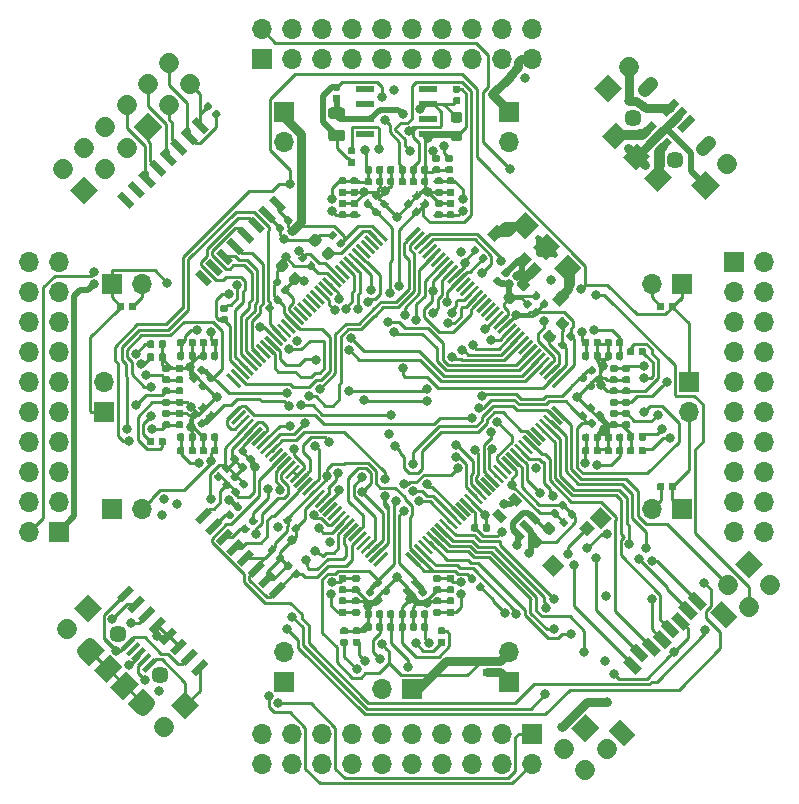
<source format=gbr>
G04 #@! TF.GenerationSoftware,KiCad,Pcbnew,5.1.5-52549c5~86~ubuntu16.04.1*
G04 #@! TF.CreationDate,2020-04-28T14:27:50+03:00*
G04 #@! TF.ProjectId,FreeEEG32-beta,46726565-4545-4473-9332-2d626574612e,rev?*
G04 #@! TF.SameCoordinates,Original*
G04 #@! TF.FileFunction,Copper,L4,Bot*
G04 #@! TF.FilePolarity,Positive*
%FSLAX46Y46*%
G04 Gerber Fmt 4.6, Leading zero omitted, Abs format (unit mm)*
G04 Created by KiCad (PCBNEW 5.1.5-52549c5~86~ubuntu16.04.1) date 2020-04-28 14:27:50*
%MOMM*%
%LPD*%
G04 APERTURE LIST*
%ADD10C,0.100000*%
%ADD11C,1.700000*%
%ADD12O,1.700000X1.700000*%
%ADD13R,1.700000X1.700000*%
%ADD14R,1.550000X0.600000*%
%ADD15C,1.200000*%
%ADD16C,1.450000*%
%ADD17C,0.800000*%
%ADD18C,0.250000*%
%ADD19C,0.500000*%
%ADD20C,0.750000*%
G04 APERTURE END LIST*
G04 #@! TA.AperFunction,SMDPad,CuDef*
D10*
G36*
X162726978Y-86141651D02*
G01*
X163858349Y-87273022D01*
X162656268Y-88475103D01*
X161524897Y-87343732D01*
X162726978Y-86141651D01*
G37*
G04 #@! TD.AperFunction*
G04 #@! TA.AperFunction,SMDPad,CuDef*
G36*
X160930927Y-84345599D02*
G01*
X162062298Y-85476970D01*
X160860217Y-86679051D01*
X159728846Y-85547680D01*
X160930927Y-84345599D01*
G37*
G04 #@! TD.AperFunction*
G04 #@! TA.AperFunction,SMDPad,CuDef*
G36*
X164523030Y-87937702D02*
G01*
X165654401Y-89069073D01*
X164452320Y-90271154D01*
X163320949Y-89139783D01*
X164523030Y-87937702D01*
G37*
G04 #@! TD.AperFunction*
G04 #@! TA.AperFunction,SMDPad,CuDef*
G36*
X172159783Y-80300949D02*
G01*
X173291154Y-81432320D01*
X172089073Y-82634401D01*
X170957702Y-81503030D01*
X172159783Y-80300949D01*
G37*
G04 #@! TD.AperFunction*
G04 #@! TA.AperFunction,SMDPad,CuDef*
G36*
X168567680Y-76708846D02*
G01*
X169699051Y-77840217D01*
X168496970Y-79042298D01*
X167365599Y-77910927D01*
X168567680Y-76708846D01*
G37*
G04 #@! TD.AperFunction*
G04 #@! TA.AperFunction,SMDPad,CuDef*
G36*
X170363732Y-78504897D02*
G01*
X171495103Y-79636268D01*
X170293022Y-80838349D01*
X169161651Y-79706978D01*
X170363732Y-78504897D01*
G37*
G04 #@! TD.AperFunction*
G04 #@! TA.AperFunction,SMDPad,CuDef*
G36*
X163124264Y-91766536D02*
G01*
X163972792Y-90918008D01*
X164609188Y-91554404D01*
X163760660Y-92402932D01*
X163124264Y-91766536D01*
G37*
G04 #@! TD.AperFunction*
G04 #@! TA.AperFunction,SMDPad,CuDef*
G36*
X160790812Y-89433084D02*
G01*
X161639340Y-88584556D01*
X162275736Y-89220952D01*
X161427208Y-90069480D01*
X160790812Y-89433084D01*
G37*
G04 #@! TD.AperFunction*
G04 #@! TA.AperFunction,SMDPad,CuDef*
G36*
X159100736Y-86045952D02*
G01*
X158252208Y-86894480D01*
X157615812Y-86258084D01*
X158464340Y-85409556D01*
X159100736Y-86045952D01*
G37*
G04 #@! TD.AperFunction*
G04 #@! TA.AperFunction,SMDPad,CuDef*
G36*
X161434188Y-88379404D02*
G01*
X160585660Y-89227932D01*
X159949264Y-88591536D01*
X160797792Y-87743008D01*
X161434188Y-88379404D01*
G37*
G04 #@! TD.AperFunction*
D11*
X179845000Y-117780000D02*
X179845000Y-117780000D01*
X178048949Y-115983949D02*
X178048949Y-115983949D01*
X181641051Y-115983949D02*
X181641051Y-115983949D01*
G04 #@! TA.AperFunction,ComponentPad*
D10*
G36*
X178642918Y-114187898D02*
G01*
X179845000Y-112985816D01*
X181047082Y-114187898D01*
X179845000Y-115389980D01*
X178642918Y-114187898D01*
G37*
G04 #@! TD.AperFunction*
D11*
X165983949Y-131641051D02*
X165983949Y-131641051D01*
X164187898Y-129845000D02*
X164187898Y-129845000D01*
X167780000Y-129845000D02*
X167780000Y-129845000D01*
G04 #@! TA.AperFunction,ComponentPad*
D10*
G36*
X164781867Y-128048949D02*
G01*
X165983949Y-126846867D01*
X167186031Y-128048949D01*
X165983949Y-129251031D01*
X164781867Y-128048949D01*
G37*
G04 #@! TD.AperFunction*
D11*
X130732102Y-71751846D02*
X130732102Y-71751846D01*
X132528153Y-73547898D02*
X132528153Y-73547898D01*
X128936051Y-73547898D02*
X128936051Y-73547898D01*
X130732102Y-75343949D02*
X130732102Y-75343949D01*
X127140000Y-75343949D02*
X127140000Y-75343949D01*
G04 #@! TA.AperFunction,ComponentPad*
D10*
G36*
X130138133Y-77140000D02*
G01*
X128936051Y-78342082D01*
X127733969Y-77140000D01*
X128936051Y-75937918D01*
X130138133Y-77140000D01*
G37*
G04 #@! TD.AperFunction*
D11*
X125343949Y-77140000D02*
X125343949Y-77140000D01*
X127140000Y-78936052D02*
X127140000Y-78936052D01*
X123547898Y-78936052D02*
X123547898Y-78936052D01*
X125343949Y-80732103D02*
X125343949Y-80732103D01*
X121751847Y-80732103D02*
X121751847Y-80732103D01*
G04 #@! TA.AperFunction,ComponentPad*
D10*
G36*
X124749980Y-82528154D02*
G01*
X123547898Y-83730236D01*
X122345816Y-82528154D01*
X123547898Y-81326072D01*
X124749980Y-82528154D01*
G37*
G04 #@! TD.AperFunction*
D11*
X130315000Y-127940000D02*
X130315000Y-127940000D01*
G04 #@! TA.AperFunction,ComponentPad*
D10*
G36*
X132111051Y-124941867D02*
G01*
X133313133Y-126143949D01*
X132111051Y-127346031D01*
X130908969Y-126143949D01*
X132111051Y-124941867D01*
G37*
G04 #@! TD.AperFunction*
D11*
X122060000Y-119685000D02*
X122060000Y-119685000D01*
G04 #@! TA.AperFunction,ComponentPad*
D10*
G36*
X123856051Y-116686867D02*
G01*
X125058133Y-117888949D01*
X123856051Y-119091031D01*
X122653969Y-117888949D01*
X123856051Y-116686867D01*
G37*
G04 #@! TD.AperFunction*
D11*
X177940000Y-80315000D02*
X177940000Y-80315000D01*
G04 #@! TA.AperFunction,ComponentPad*
D10*
G36*
X176143949Y-83313133D02*
G01*
X174941867Y-82111051D01*
X176143949Y-80908969D01*
X177346031Y-82111051D01*
X176143949Y-83313133D01*
G37*
G04 #@! TD.AperFunction*
D11*
X169685000Y-72060000D02*
X169685000Y-72060000D01*
G04 #@! TA.AperFunction,ComponentPad*
D10*
G36*
X167888949Y-75058133D02*
G01*
X166686867Y-73856051D01*
X167888949Y-72653969D01*
X169091031Y-73856051D01*
X167888949Y-75058133D01*
G37*
G04 #@! TD.AperFunction*
D12*
X128410000Y-90475000D03*
D13*
X125870000Y-90475000D03*
D12*
X159525000Y-121590000D03*
D13*
X159525000Y-124130000D03*
D12*
X171590000Y-109525000D03*
D13*
X174130000Y-109525000D03*
D12*
X171590000Y-90475000D03*
D13*
X174130000Y-90475000D03*
G04 #@! TA.AperFunction,SMDPad,CuDef*
D10*
G36*
X150724784Y-113311285D02*
G01*
X150936916Y-113099153D01*
X152032932Y-114195169D01*
X151820800Y-114407301D01*
X150724784Y-113311285D01*
G37*
G04 #@! TD.AperFunction*
G04 #@! TA.AperFunction,SMDPad,CuDef*
G36*
X151078338Y-112957732D02*
G01*
X151290470Y-112745600D01*
X152386486Y-113841616D01*
X152174354Y-114053748D01*
X151078338Y-112957732D01*
G37*
G04 #@! TD.AperFunction*
G04 #@! TA.AperFunction,SMDPad,CuDef*
G36*
X151431891Y-112604178D02*
G01*
X151644023Y-112392046D01*
X152740039Y-113488062D01*
X152527907Y-113700194D01*
X151431891Y-112604178D01*
G37*
G04 #@! TD.AperFunction*
G04 #@! TA.AperFunction,SMDPad,CuDef*
G36*
X151785444Y-112250625D02*
G01*
X151997576Y-112038493D01*
X153093592Y-113134509D01*
X152881460Y-113346641D01*
X151785444Y-112250625D01*
G37*
G04 #@! TD.AperFunction*
G04 #@! TA.AperFunction,SMDPad,CuDef*
G36*
X152138998Y-111897071D02*
G01*
X152351130Y-111684939D01*
X153447146Y-112780955D01*
X153235014Y-112993087D01*
X152138998Y-111897071D01*
G37*
G04 #@! TD.AperFunction*
G04 #@! TA.AperFunction,SMDPad,CuDef*
G36*
X152492551Y-111543518D02*
G01*
X152704683Y-111331386D01*
X153800699Y-112427402D01*
X153588567Y-112639534D01*
X152492551Y-111543518D01*
G37*
G04 #@! TD.AperFunction*
G04 #@! TA.AperFunction,SMDPad,CuDef*
G36*
X152846105Y-111189965D02*
G01*
X153058237Y-110977833D01*
X154154253Y-112073849D01*
X153942121Y-112285981D01*
X152846105Y-111189965D01*
G37*
G04 #@! TD.AperFunction*
G04 #@! TA.AperFunction,SMDPad,CuDef*
G36*
X153199658Y-110836411D02*
G01*
X153411790Y-110624279D01*
X154507806Y-111720295D01*
X154295674Y-111932427D01*
X153199658Y-110836411D01*
G37*
G04 #@! TD.AperFunction*
G04 #@! TA.AperFunction,SMDPad,CuDef*
G36*
X153553211Y-110482858D02*
G01*
X153765343Y-110270726D01*
X154861359Y-111366742D01*
X154649227Y-111578874D01*
X153553211Y-110482858D01*
G37*
G04 #@! TD.AperFunction*
G04 #@! TA.AperFunction,SMDPad,CuDef*
G36*
X153906765Y-110129304D02*
G01*
X154118897Y-109917172D01*
X155214913Y-111013188D01*
X155002781Y-111225320D01*
X153906765Y-110129304D01*
G37*
G04 #@! TD.AperFunction*
G04 #@! TA.AperFunction,SMDPad,CuDef*
G36*
X154260318Y-109775751D02*
G01*
X154472450Y-109563619D01*
X155568466Y-110659635D01*
X155356334Y-110871767D01*
X154260318Y-109775751D01*
G37*
G04 #@! TD.AperFunction*
G04 #@! TA.AperFunction,SMDPad,CuDef*
G36*
X154613872Y-109422198D02*
G01*
X154826004Y-109210066D01*
X155922020Y-110306082D01*
X155709888Y-110518214D01*
X154613872Y-109422198D01*
G37*
G04 #@! TD.AperFunction*
G04 #@! TA.AperFunction,SMDPad,CuDef*
G36*
X154967425Y-109068644D02*
G01*
X155179557Y-108856512D01*
X156275573Y-109952528D01*
X156063441Y-110164660D01*
X154967425Y-109068644D01*
G37*
G04 #@! TD.AperFunction*
G04 #@! TA.AperFunction,SMDPad,CuDef*
G36*
X155320978Y-108715091D02*
G01*
X155533110Y-108502959D01*
X156629126Y-109598975D01*
X156416994Y-109811107D01*
X155320978Y-108715091D01*
G37*
G04 #@! TD.AperFunction*
G04 #@! TA.AperFunction,SMDPad,CuDef*
G36*
X155674532Y-108361537D02*
G01*
X155886664Y-108149405D01*
X156982680Y-109245421D01*
X156770548Y-109457553D01*
X155674532Y-108361537D01*
G37*
G04 #@! TD.AperFunction*
G04 #@! TA.AperFunction,SMDPad,CuDef*
G36*
X156028085Y-108007984D02*
G01*
X156240217Y-107795852D01*
X157336233Y-108891868D01*
X157124101Y-109104000D01*
X156028085Y-108007984D01*
G37*
G04 #@! TD.AperFunction*
G04 #@! TA.AperFunction,SMDPad,CuDef*
G36*
X156381638Y-107654431D02*
G01*
X156593770Y-107442299D01*
X157689786Y-108538315D01*
X157477654Y-108750447D01*
X156381638Y-107654431D01*
G37*
G04 #@! TD.AperFunction*
G04 #@! TA.AperFunction,SMDPad,CuDef*
G36*
X156735192Y-107300877D02*
G01*
X156947324Y-107088745D01*
X158043340Y-108184761D01*
X157831208Y-108396893D01*
X156735192Y-107300877D01*
G37*
G04 #@! TD.AperFunction*
G04 #@! TA.AperFunction,SMDPad,CuDef*
G36*
X157088745Y-106947324D02*
G01*
X157300877Y-106735192D01*
X158396893Y-107831208D01*
X158184761Y-108043340D01*
X157088745Y-106947324D01*
G37*
G04 #@! TD.AperFunction*
G04 #@! TA.AperFunction,SMDPad,CuDef*
G36*
X157442299Y-106593770D02*
G01*
X157654431Y-106381638D01*
X158750447Y-107477654D01*
X158538315Y-107689786D01*
X157442299Y-106593770D01*
G37*
G04 #@! TD.AperFunction*
G04 #@! TA.AperFunction,SMDPad,CuDef*
G36*
X157795852Y-106240217D02*
G01*
X158007984Y-106028085D01*
X159104000Y-107124101D01*
X158891868Y-107336233D01*
X157795852Y-106240217D01*
G37*
G04 #@! TD.AperFunction*
G04 #@! TA.AperFunction,SMDPad,CuDef*
G36*
X158149405Y-105886664D02*
G01*
X158361537Y-105674532D01*
X159457553Y-106770548D01*
X159245421Y-106982680D01*
X158149405Y-105886664D01*
G37*
G04 #@! TD.AperFunction*
G04 #@! TA.AperFunction,SMDPad,CuDef*
G36*
X158502959Y-105533110D02*
G01*
X158715091Y-105320978D01*
X159811107Y-106416994D01*
X159598975Y-106629126D01*
X158502959Y-105533110D01*
G37*
G04 #@! TD.AperFunction*
G04 #@! TA.AperFunction,SMDPad,CuDef*
G36*
X158856512Y-105179557D02*
G01*
X159068644Y-104967425D01*
X160164660Y-106063441D01*
X159952528Y-106275573D01*
X158856512Y-105179557D01*
G37*
G04 #@! TD.AperFunction*
G04 #@! TA.AperFunction,SMDPad,CuDef*
G36*
X159210066Y-104826004D02*
G01*
X159422198Y-104613872D01*
X160518214Y-105709888D01*
X160306082Y-105922020D01*
X159210066Y-104826004D01*
G37*
G04 #@! TD.AperFunction*
G04 #@! TA.AperFunction,SMDPad,CuDef*
G36*
X159563619Y-104472450D02*
G01*
X159775751Y-104260318D01*
X160871767Y-105356334D01*
X160659635Y-105568466D01*
X159563619Y-104472450D01*
G37*
G04 #@! TD.AperFunction*
G04 #@! TA.AperFunction,SMDPad,CuDef*
G36*
X159917172Y-104118897D02*
G01*
X160129304Y-103906765D01*
X161225320Y-105002781D01*
X161013188Y-105214913D01*
X159917172Y-104118897D01*
G37*
G04 #@! TD.AperFunction*
G04 #@! TA.AperFunction,SMDPad,CuDef*
G36*
X160270726Y-103765343D02*
G01*
X160482858Y-103553211D01*
X161578874Y-104649227D01*
X161366742Y-104861359D01*
X160270726Y-103765343D01*
G37*
G04 #@! TD.AperFunction*
G04 #@! TA.AperFunction,SMDPad,CuDef*
G36*
X160624279Y-103411790D02*
G01*
X160836411Y-103199658D01*
X161932427Y-104295674D01*
X161720295Y-104507806D01*
X160624279Y-103411790D01*
G37*
G04 #@! TD.AperFunction*
G04 #@! TA.AperFunction,SMDPad,CuDef*
G36*
X160977833Y-103058237D02*
G01*
X161189965Y-102846105D01*
X162285981Y-103942121D01*
X162073849Y-104154253D01*
X160977833Y-103058237D01*
G37*
G04 #@! TD.AperFunction*
G04 #@! TA.AperFunction,SMDPad,CuDef*
G36*
X161331386Y-102704683D02*
G01*
X161543518Y-102492551D01*
X162639534Y-103588567D01*
X162427402Y-103800699D01*
X161331386Y-102704683D01*
G37*
G04 #@! TD.AperFunction*
G04 #@! TA.AperFunction,SMDPad,CuDef*
G36*
X161684939Y-102351130D02*
G01*
X161897071Y-102138998D01*
X162993087Y-103235014D01*
X162780955Y-103447146D01*
X161684939Y-102351130D01*
G37*
G04 #@! TD.AperFunction*
G04 #@! TA.AperFunction,SMDPad,CuDef*
G36*
X162038493Y-101997576D02*
G01*
X162250625Y-101785444D01*
X163346641Y-102881460D01*
X163134509Y-103093592D01*
X162038493Y-101997576D01*
G37*
G04 #@! TD.AperFunction*
G04 #@! TA.AperFunction,SMDPad,CuDef*
G36*
X162392046Y-101644023D02*
G01*
X162604178Y-101431891D01*
X163700194Y-102527907D01*
X163488062Y-102740039D01*
X162392046Y-101644023D01*
G37*
G04 #@! TD.AperFunction*
G04 #@! TA.AperFunction,SMDPad,CuDef*
G36*
X162745600Y-101290470D02*
G01*
X162957732Y-101078338D01*
X164053748Y-102174354D01*
X163841616Y-102386486D01*
X162745600Y-101290470D01*
G37*
G04 #@! TD.AperFunction*
G04 #@! TA.AperFunction,SMDPad,CuDef*
G36*
X163099153Y-100936916D02*
G01*
X163311285Y-100724784D01*
X164407301Y-101820800D01*
X164195169Y-102032932D01*
X163099153Y-100936916D01*
G37*
G04 #@! TD.AperFunction*
G04 #@! TA.AperFunction,SMDPad,CuDef*
G36*
X163311285Y-99275216D02*
G01*
X163099153Y-99063084D01*
X164195169Y-97967068D01*
X164407301Y-98179200D01*
X163311285Y-99275216D01*
G37*
G04 #@! TD.AperFunction*
G04 #@! TA.AperFunction,SMDPad,CuDef*
G36*
X162957732Y-98921662D02*
G01*
X162745600Y-98709530D01*
X163841616Y-97613514D01*
X164053748Y-97825646D01*
X162957732Y-98921662D01*
G37*
G04 #@! TD.AperFunction*
G04 #@! TA.AperFunction,SMDPad,CuDef*
G36*
X162604178Y-98568109D02*
G01*
X162392046Y-98355977D01*
X163488062Y-97259961D01*
X163700194Y-97472093D01*
X162604178Y-98568109D01*
G37*
G04 #@! TD.AperFunction*
G04 #@! TA.AperFunction,SMDPad,CuDef*
G36*
X162250625Y-98214556D02*
G01*
X162038493Y-98002424D01*
X163134509Y-96906408D01*
X163346641Y-97118540D01*
X162250625Y-98214556D01*
G37*
G04 #@! TD.AperFunction*
G04 #@! TA.AperFunction,SMDPad,CuDef*
G36*
X161897071Y-97861002D02*
G01*
X161684939Y-97648870D01*
X162780955Y-96552854D01*
X162993087Y-96764986D01*
X161897071Y-97861002D01*
G37*
G04 #@! TD.AperFunction*
G04 #@! TA.AperFunction,SMDPad,CuDef*
G36*
X161543518Y-97507449D02*
G01*
X161331386Y-97295317D01*
X162427402Y-96199301D01*
X162639534Y-96411433D01*
X161543518Y-97507449D01*
G37*
G04 #@! TD.AperFunction*
G04 #@! TA.AperFunction,SMDPad,CuDef*
G36*
X161189965Y-97153895D02*
G01*
X160977833Y-96941763D01*
X162073849Y-95845747D01*
X162285981Y-96057879D01*
X161189965Y-97153895D01*
G37*
G04 #@! TD.AperFunction*
G04 #@! TA.AperFunction,SMDPad,CuDef*
G36*
X160836411Y-96800342D02*
G01*
X160624279Y-96588210D01*
X161720295Y-95492194D01*
X161932427Y-95704326D01*
X160836411Y-96800342D01*
G37*
G04 #@! TD.AperFunction*
G04 #@! TA.AperFunction,SMDPad,CuDef*
G36*
X160482858Y-96446789D02*
G01*
X160270726Y-96234657D01*
X161366742Y-95138641D01*
X161578874Y-95350773D01*
X160482858Y-96446789D01*
G37*
G04 #@! TD.AperFunction*
G04 #@! TA.AperFunction,SMDPad,CuDef*
G36*
X160129304Y-96093235D02*
G01*
X159917172Y-95881103D01*
X161013188Y-94785087D01*
X161225320Y-94997219D01*
X160129304Y-96093235D01*
G37*
G04 #@! TD.AperFunction*
G04 #@! TA.AperFunction,SMDPad,CuDef*
G36*
X159775751Y-95739682D02*
G01*
X159563619Y-95527550D01*
X160659635Y-94431534D01*
X160871767Y-94643666D01*
X159775751Y-95739682D01*
G37*
G04 #@! TD.AperFunction*
G04 #@! TA.AperFunction,SMDPad,CuDef*
G36*
X159422198Y-95386128D02*
G01*
X159210066Y-95173996D01*
X160306082Y-94077980D01*
X160518214Y-94290112D01*
X159422198Y-95386128D01*
G37*
G04 #@! TD.AperFunction*
G04 #@! TA.AperFunction,SMDPad,CuDef*
G36*
X159068644Y-95032575D02*
G01*
X158856512Y-94820443D01*
X159952528Y-93724427D01*
X160164660Y-93936559D01*
X159068644Y-95032575D01*
G37*
G04 #@! TD.AperFunction*
G04 #@! TA.AperFunction,SMDPad,CuDef*
G36*
X158715091Y-94679022D02*
G01*
X158502959Y-94466890D01*
X159598975Y-93370874D01*
X159811107Y-93583006D01*
X158715091Y-94679022D01*
G37*
G04 #@! TD.AperFunction*
G04 #@! TA.AperFunction,SMDPad,CuDef*
G36*
X158361537Y-94325468D02*
G01*
X158149405Y-94113336D01*
X159245421Y-93017320D01*
X159457553Y-93229452D01*
X158361537Y-94325468D01*
G37*
G04 #@! TD.AperFunction*
G04 #@! TA.AperFunction,SMDPad,CuDef*
G36*
X158007984Y-93971915D02*
G01*
X157795852Y-93759783D01*
X158891868Y-92663767D01*
X159104000Y-92875899D01*
X158007984Y-93971915D01*
G37*
G04 #@! TD.AperFunction*
G04 #@! TA.AperFunction,SMDPad,CuDef*
G36*
X157654431Y-93618362D02*
G01*
X157442299Y-93406230D01*
X158538315Y-92310214D01*
X158750447Y-92522346D01*
X157654431Y-93618362D01*
G37*
G04 #@! TD.AperFunction*
G04 #@! TA.AperFunction,SMDPad,CuDef*
G36*
X157300877Y-93264808D02*
G01*
X157088745Y-93052676D01*
X158184761Y-91956660D01*
X158396893Y-92168792D01*
X157300877Y-93264808D01*
G37*
G04 #@! TD.AperFunction*
G04 #@! TA.AperFunction,SMDPad,CuDef*
G36*
X156947324Y-92911255D02*
G01*
X156735192Y-92699123D01*
X157831208Y-91603107D01*
X158043340Y-91815239D01*
X156947324Y-92911255D01*
G37*
G04 #@! TD.AperFunction*
G04 #@! TA.AperFunction,SMDPad,CuDef*
G36*
X156593770Y-92557701D02*
G01*
X156381638Y-92345569D01*
X157477654Y-91249553D01*
X157689786Y-91461685D01*
X156593770Y-92557701D01*
G37*
G04 #@! TD.AperFunction*
G04 #@! TA.AperFunction,SMDPad,CuDef*
G36*
X156240217Y-92204148D02*
G01*
X156028085Y-91992016D01*
X157124101Y-90896000D01*
X157336233Y-91108132D01*
X156240217Y-92204148D01*
G37*
G04 #@! TD.AperFunction*
G04 #@! TA.AperFunction,SMDPad,CuDef*
G36*
X155886664Y-91850595D02*
G01*
X155674532Y-91638463D01*
X156770548Y-90542447D01*
X156982680Y-90754579D01*
X155886664Y-91850595D01*
G37*
G04 #@! TD.AperFunction*
G04 #@! TA.AperFunction,SMDPad,CuDef*
G36*
X155533110Y-91497041D02*
G01*
X155320978Y-91284909D01*
X156416994Y-90188893D01*
X156629126Y-90401025D01*
X155533110Y-91497041D01*
G37*
G04 #@! TD.AperFunction*
G04 #@! TA.AperFunction,SMDPad,CuDef*
G36*
X155179557Y-91143488D02*
G01*
X154967425Y-90931356D01*
X156063441Y-89835340D01*
X156275573Y-90047472D01*
X155179557Y-91143488D01*
G37*
G04 #@! TD.AperFunction*
G04 #@! TA.AperFunction,SMDPad,CuDef*
G36*
X154826004Y-90789934D02*
G01*
X154613872Y-90577802D01*
X155709888Y-89481786D01*
X155922020Y-89693918D01*
X154826004Y-90789934D01*
G37*
G04 #@! TD.AperFunction*
G04 #@! TA.AperFunction,SMDPad,CuDef*
G36*
X154472450Y-90436381D02*
G01*
X154260318Y-90224249D01*
X155356334Y-89128233D01*
X155568466Y-89340365D01*
X154472450Y-90436381D01*
G37*
G04 #@! TD.AperFunction*
G04 #@! TA.AperFunction,SMDPad,CuDef*
G36*
X154118897Y-90082828D02*
G01*
X153906765Y-89870696D01*
X155002781Y-88774680D01*
X155214913Y-88986812D01*
X154118897Y-90082828D01*
G37*
G04 #@! TD.AperFunction*
G04 #@! TA.AperFunction,SMDPad,CuDef*
G36*
X153765343Y-89729274D02*
G01*
X153553211Y-89517142D01*
X154649227Y-88421126D01*
X154861359Y-88633258D01*
X153765343Y-89729274D01*
G37*
G04 #@! TD.AperFunction*
G04 #@! TA.AperFunction,SMDPad,CuDef*
G36*
X153411790Y-89375721D02*
G01*
X153199658Y-89163589D01*
X154295674Y-88067573D01*
X154507806Y-88279705D01*
X153411790Y-89375721D01*
G37*
G04 #@! TD.AperFunction*
G04 #@! TA.AperFunction,SMDPad,CuDef*
G36*
X153058237Y-89022167D02*
G01*
X152846105Y-88810035D01*
X153942121Y-87714019D01*
X154154253Y-87926151D01*
X153058237Y-89022167D01*
G37*
G04 #@! TD.AperFunction*
G04 #@! TA.AperFunction,SMDPad,CuDef*
G36*
X152704683Y-88668614D02*
G01*
X152492551Y-88456482D01*
X153588567Y-87360466D01*
X153800699Y-87572598D01*
X152704683Y-88668614D01*
G37*
G04 #@! TD.AperFunction*
G04 #@! TA.AperFunction,SMDPad,CuDef*
G36*
X152351130Y-88315061D02*
G01*
X152138998Y-88102929D01*
X153235014Y-87006913D01*
X153447146Y-87219045D01*
X152351130Y-88315061D01*
G37*
G04 #@! TD.AperFunction*
G04 #@! TA.AperFunction,SMDPad,CuDef*
G36*
X151997576Y-87961507D02*
G01*
X151785444Y-87749375D01*
X152881460Y-86653359D01*
X153093592Y-86865491D01*
X151997576Y-87961507D01*
G37*
G04 #@! TD.AperFunction*
G04 #@! TA.AperFunction,SMDPad,CuDef*
G36*
X151644023Y-87607954D02*
G01*
X151431891Y-87395822D01*
X152527907Y-86299806D01*
X152740039Y-86511938D01*
X151644023Y-87607954D01*
G37*
G04 #@! TD.AperFunction*
G04 #@! TA.AperFunction,SMDPad,CuDef*
G36*
X151290470Y-87254400D02*
G01*
X151078338Y-87042268D01*
X152174354Y-85946252D01*
X152386486Y-86158384D01*
X151290470Y-87254400D01*
G37*
G04 #@! TD.AperFunction*
G04 #@! TA.AperFunction,SMDPad,CuDef*
G36*
X150936916Y-86900847D02*
G01*
X150724784Y-86688715D01*
X151820800Y-85592699D01*
X152032932Y-85804831D01*
X150936916Y-86900847D01*
G37*
G04 #@! TD.AperFunction*
G04 #@! TA.AperFunction,SMDPad,CuDef*
G36*
X147967068Y-85804831D02*
G01*
X148179200Y-85592699D01*
X149275216Y-86688715D01*
X149063084Y-86900847D01*
X147967068Y-85804831D01*
G37*
G04 #@! TD.AperFunction*
G04 #@! TA.AperFunction,SMDPad,CuDef*
G36*
X147613514Y-86158384D02*
G01*
X147825646Y-85946252D01*
X148921662Y-87042268D01*
X148709530Y-87254400D01*
X147613514Y-86158384D01*
G37*
G04 #@! TD.AperFunction*
G04 #@! TA.AperFunction,SMDPad,CuDef*
G36*
X147259961Y-86511938D02*
G01*
X147472093Y-86299806D01*
X148568109Y-87395822D01*
X148355977Y-87607954D01*
X147259961Y-86511938D01*
G37*
G04 #@! TD.AperFunction*
G04 #@! TA.AperFunction,SMDPad,CuDef*
G36*
X146906408Y-86865491D02*
G01*
X147118540Y-86653359D01*
X148214556Y-87749375D01*
X148002424Y-87961507D01*
X146906408Y-86865491D01*
G37*
G04 #@! TD.AperFunction*
G04 #@! TA.AperFunction,SMDPad,CuDef*
G36*
X146552854Y-87219045D02*
G01*
X146764986Y-87006913D01*
X147861002Y-88102929D01*
X147648870Y-88315061D01*
X146552854Y-87219045D01*
G37*
G04 #@! TD.AperFunction*
G04 #@! TA.AperFunction,SMDPad,CuDef*
G36*
X146199301Y-87572598D02*
G01*
X146411433Y-87360466D01*
X147507449Y-88456482D01*
X147295317Y-88668614D01*
X146199301Y-87572598D01*
G37*
G04 #@! TD.AperFunction*
G04 #@! TA.AperFunction,SMDPad,CuDef*
G36*
X145845747Y-87926151D02*
G01*
X146057879Y-87714019D01*
X147153895Y-88810035D01*
X146941763Y-89022167D01*
X145845747Y-87926151D01*
G37*
G04 #@! TD.AperFunction*
G04 #@! TA.AperFunction,SMDPad,CuDef*
G36*
X145492194Y-88279705D02*
G01*
X145704326Y-88067573D01*
X146800342Y-89163589D01*
X146588210Y-89375721D01*
X145492194Y-88279705D01*
G37*
G04 #@! TD.AperFunction*
G04 #@! TA.AperFunction,SMDPad,CuDef*
G36*
X145138641Y-88633258D02*
G01*
X145350773Y-88421126D01*
X146446789Y-89517142D01*
X146234657Y-89729274D01*
X145138641Y-88633258D01*
G37*
G04 #@! TD.AperFunction*
G04 #@! TA.AperFunction,SMDPad,CuDef*
G36*
X144785087Y-88986812D02*
G01*
X144997219Y-88774680D01*
X146093235Y-89870696D01*
X145881103Y-90082828D01*
X144785087Y-88986812D01*
G37*
G04 #@! TD.AperFunction*
G04 #@! TA.AperFunction,SMDPad,CuDef*
G36*
X144431534Y-89340365D02*
G01*
X144643666Y-89128233D01*
X145739682Y-90224249D01*
X145527550Y-90436381D01*
X144431534Y-89340365D01*
G37*
G04 #@! TD.AperFunction*
G04 #@! TA.AperFunction,SMDPad,CuDef*
G36*
X144077980Y-89693918D02*
G01*
X144290112Y-89481786D01*
X145386128Y-90577802D01*
X145173996Y-90789934D01*
X144077980Y-89693918D01*
G37*
G04 #@! TD.AperFunction*
G04 #@! TA.AperFunction,SMDPad,CuDef*
G36*
X143724427Y-90047472D02*
G01*
X143936559Y-89835340D01*
X145032575Y-90931356D01*
X144820443Y-91143488D01*
X143724427Y-90047472D01*
G37*
G04 #@! TD.AperFunction*
G04 #@! TA.AperFunction,SMDPad,CuDef*
G36*
X143370874Y-90401025D02*
G01*
X143583006Y-90188893D01*
X144679022Y-91284909D01*
X144466890Y-91497041D01*
X143370874Y-90401025D01*
G37*
G04 #@! TD.AperFunction*
G04 #@! TA.AperFunction,SMDPad,CuDef*
G36*
X143017320Y-90754579D02*
G01*
X143229452Y-90542447D01*
X144325468Y-91638463D01*
X144113336Y-91850595D01*
X143017320Y-90754579D01*
G37*
G04 #@! TD.AperFunction*
G04 #@! TA.AperFunction,SMDPad,CuDef*
G36*
X142663767Y-91108132D02*
G01*
X142875899Y-90896000D01*
X143971915Y-91992016D01*
X143759783Y-92204148D01*
X142663767Y-91108132D01*
G37*
G04 #@! TD.AperFunction*
G04 #@! TA.AperFunction,SMDPad,CuDef*
G36*
X142310214Y-91461685D02*
G01*
X142522346Y-91249553D01*
X143618362Y-92345569D01*
X143406230Y-92557701D01*
X142310214Y-91461685D01*
G37*
G04 #@! TD.AperFunction*
G04 #@! TA.AperFunction,SMDPad,CuDef*
G36*
X141956660Y-91815239D02*
G01*
X142168792Y-91603107D01*
X143264808Y-92699123D01*
X143052676Y-92911255D01*
X141956660Y-91815239D01*
G37*
G04 #@! TD.AperFunction*
G04 #@! TA.AperFunction,SMDPad,CuDef*
G36*
X141603107Y-92168792D02*
G01*
X141815239Y-91956660D01*
X142911255Y-93052676D01*
X142699123Y-93264808D01*
X141603107Y-92168792D01*
G37*
G04 #@! TD.AperFunction*
G04 #@! TA.AperFunction,SMDPad,CuDef*
G36*
X141249553Y-92522346D02*
G01*
X141461685Y-92310214D01*
X142557701Y-93406230D01*
X142345569Y-93618362D01*
X141249553Y-92522346D01*
G37*
G04 #@! TD.AperFunction*
G04 #@! TA.AperFunction,SMDPad,CuDef*
G36*
X140896000Y-92875899D02*
G01*
X141108132Y-92663767D01*
X142204148Y-93759783D01*
X141992016Y-93971915D01*
X140896000Y-92875899D01*
G37*
G04 #@! TD.AperFunction*
G04 #@! TA.AperFunction,SMDPad,CuDef*
G36*
X140542447Y-93229452D02*
G01*
X140754579Y-93017320D01*
X141850595Y-94113336D01*
X141638463Y-94325468D01*
X140542447Y-93229452D01*
G37*
G04 #@! TD.AperFunction*
G04 #@! TA.AperFunction,SMDPad,CuDef*
G36*
X140188893Y-93583006D02*
G01*
X140401025Y-93370874D01*
X141497041Y-94466890D01*
X141284909Y-94679022D01*
X140188893Y-93583006D01*
G37*
G04 #@! TD.AperFunction*
G04 #@! TA.AperFunction,SMDPad,CuDef*
G36*
X139835340Y-93936559D02*
G01*
X140047472Y-93724427D01*
X141143488Y-94820443D01*
X140931356Y-95032575D01*
X139835340Y-93936559D01*
G37*
G04 #@! TD.AperFunction*
G04 #@! TA.AperFunction,SMDPad,CuDef*
G36*
X139481786Y-94290112D02*
G01*
X139693918Y-94077980D01*
X140789934Y-95173996D01*
X140577802Y-95386128D01*
X139481786Y-94290112D01*
G37*
G04 #@! TD.AperFunction*
G04 #@! TA.AperFunction,SMDPad,CuDef*
G36*
X139128233Y-94643666D02*
G01*
X139340365Y-94431534D01*
X140436381Y-95527550D01*
X140224249Y-95739682D01*
X139128233Y-94643666D01*
G37*
G04 #@! TD.AperFunction*
G04 #@! TA.AperFunction,SMDPad,CuDef*
G36*
X138774680Y-94997219D02*
G01*
X138986812Y-94785087D01*
X140082828Y-95881103D01*
X139870696Y-96093235D01*
X138774680Y-94997219D01*
G37*
G04 #@! TD.AperFunction*
G04 #@! TA.AperFunction,SMDPad,CuDef*
G36*
X138421126Y-95350773D02*
G01*
X138633258Y-95138641D01*
X139729274Y-96234657D01*
X139517142Y-96446789D01*
X138421126Y-95350773D01*
G37*
G04 #@! TD.AperFunction*
G04 #@! TA.AperFunction,SMDPad,CuDef*
G36*
X138067573Y-95704326D02*
G01*
X138279705Y-95492194D01*
X139375721Y-96588210D01*
X139163589Y-96800342D01*
X138067573Y-95704326D01*
G37*
G04 #@! TD.AperFunction*
G04 #@! TA.AperFunction,SMDPad,CuDef*
G36*
X137714019Y-96057879D02*
G01*
X137926151Y-95845747D01*
X139022167Y-96941763D01*
X138810035Y-97153895D01*
X137714019Y-96057879D01*
G37*
G04 #@! TD.AperFunction*
G04 #@! TA.AperFunction,SMDPad,CuDef*
G36*
X137360466Y-96411433D02*
G01*
X137572598Y-96199301D01*
X138668614Y-97295317D01*
X138456482Y-97507449D01*
X137360466Y-96411433D01*
G37*
G04 #@! TD.AperFunction*
G04 #@! TA.AperFunction,SMDPad,CuDef*
G36*
X137006913Y-96764986D02*
G01*
X137219045Y-96552854D01*
X138315061Y-97648870D01*
X138102929Y-97861002D01*
X137006913Y-96764986D01*
G37*
G04 #@! TD.AperFunction*
G04 #@! TA.AperFunction,SMDPad,CuDef*
G36*
X136653359Y-97118540D02*
G01*
X136865491Y-96906408D01*
X137961507Y-98002424D01*
X137749375Y-98214556D01*
X136653359Y-97118540D01*
G37*
G04 #@! TD.AperFunction*
G04 #@! TA.AperFunction,SMDPad,CuDef*
G36*
X136299806Y-97472093D02*
G01*
X136511938Y-97259961D01*
X137607954Y-98355977D01*
X137395822Y-98568109D01*
X136299806Y-97472093D01*
G37*
G04 #@! TD.AperFunction*
G04 #@! TA.AperFunction,SMDPad,CuDef*
G36*
X135946252Y-97825646D02*
G01*
X136158384Y-97613514D01*
X137254400Y-98709530D01*
X137042268Y-98921662D01*
X135946252Y-97825646D01*
G37*
G04 #@! TD.AperFunction*
G04 #@! TA.AperFunction,SMDPad,CuDef*
G36*
X135592699Y-98179200D02*
G01*
X135804831Y-97967068D01*
X136900847Y-99063084D01*
X136688715Y-99275216D01*
X135592699Y-98179200D01*
G37*
G04 #@! TD.AperFunction*
G04 #@! TA.AperFunction,SMDPad,CuDef*
G36*
X135804831Y-102032932D02*
G01*
X135592699Y-101820800D01*
X136688715Y-100724784D01*
X136900847Y-100936916D01*
X135804831Y-102032932D01*
G37*
G04 #@! TD.AperFunction*
G04 #@! TA.AperFunction,SMDPad,CuDef*
G36*
X136158384Y-102386486D02*
G01*
X135946252Y-102174354D01*
X137042268Y-101078338D01*
X137254400Y-101290470D01*
X136158384Y-102386486D01*
G37*
G04 #@! TD.AperFunction*
G04 #@! TA.AperFunction,SMDPad,CuDef*
G36*
X136511938Y-102740039D02*
G01*
X136299806Y-102527907D01*
X137395822Y-101431891D01*
X137607954Y-101644023D01*
X136511938Y-102740039D01*
G37*
G04 #@! TD.AperFunction*
G04 #@! TA.AperFunction,SMDPad,CuDef*
G36*
X136865491Y-103093592D02*
G01*
X136653359Y-102881460D01*
X137749375Y-101785444D01*
X137961507Y-101997576D01*
X136865491Y-103093592D01*
G37*
G04 #@! TD.AperFunction*
G04 #@! TA.AperFunction,SMDPad,CuDef*
G36*
X137219045Y-103447146D02*
G01*
X137006913Y-103235014D01*
X138102929Y-102138998D01*
X138315061Y-102351130D01*
X137219045Y-103447146D01*
G37*
G04 #@! TD.AperFunction*
G04 #@! TA.AperFunction,SMDPad,CuDef*
G36*
X137572598Y-103800699D02*
G01*
X137360466Y-103588567D01*
X138456482Y-102492551D01*
X138668614Y-102704683D01*
X137572598Y-103800699D01*
G37*
G04 #@! TD.AperFunction*
G04 #@! TA.AperFunction,SMDPad,CuDef*
G36*
X137926151Y-104154253D02*
G01*
X137714019Y-103942121D01*
X138810035Y-102846105D01*
X139022167Y-103058237D01*
X137926151Y-104154253D01*
G37*
G04 #@! TD.AperFunction*
G04 #@! TA.AperFunction,SMDPad,CuDef*
G36*
X138279705Y-104507806D02*
G01*
X138067573Y-104295674D01*
X139163589Y-103199658D01*
X139375721Y-103411790D01*
X138279705Y-104507806D01*
G37*
G04 #@! TD.AperFunction*
G04 #@! TA.AperFunction,SMDPad,CuDef*
G36*
X138633258Y-104861359D02*
G01*
X138421126Y-104649227D01*
X139517142Y-103553211D01*
X139729274Y-103765343D01*
X138633258Y-104861359D01*
G37*
G04 #@! TD.AperFunction*
G04 #@! TA.AperFunction,SMDPad,CuDef*
G36*
X138986812Y-105214913D02*
G01*
X138774680Y-105002781D01*
X139870696Y-103906765D01*
X140082828Y-104118897D01*
X138986812Y-105214913D01*
G37*
G04 #@! TD.AperFunction*
G04 #@! TA.AperFunction,SMDPad,CuDef*
G36*
X139340365Y-105568466D02*
G01*
X139128233Y-105356334D01*
X140224249Y-104260318D01*
X140436381Y-104472450D01*
X139340365Y-105568466D01*
G37*
G04 #@! TD.AperFunction*
G04 #@! TA.AperFunction,SMDPad,CuDef*
G36*
X139693918Y-105922020D02*
G01*
X139481786Y-105709888D01*
X140577802Y-104613872D01*
X140789934Y-104826004D01*
X139693918Y-105922020D01*
G37*
G04 #@! TD.AperFunction*
G04 #@! TA.AperFunction,SMDPad,CuDef*
G36*
X140047472Y-106275573D02*
G01*
X139835340Y-106063441D01*
X140931356Y-104967425D01*
X141143488Y-105179557D01*
X140047472Y-106275573D01*
G37*
G04 #@! TD.AperFunction*
G04 #@! TA.AperFunction,SMDPad,CuDef*
G36*
X140401025Y-106629126D02*
G01*
X140188893Y-106416994D01*
X141284909Y-105320978D01*
X141497041Y-105533110D01*
X140401025Y-106629126D01*
G37*
G04 #@! TD.AperFunction*
G04 #@! TA.AperFunction,SMDPad,CuDef*
G36*
X140754579Y-106982680D02*
G01*
X140542447Y-106770548D01*
X141638463Y-105674532D01*
X141850595Y-105886664D01*
X140754579Y-106982680D01*
G37*
G04 #@! TD.AperFunction*
G04 #@! TA.AperFunction,SMDPad,CuDef*
G36*
X141108132Y-107336233D02*
G01*
X140896000Y-107124101D01*
X141992016Y-106028085D01*
X142204148Y-106240217D01*
X141108132Y-107336233D01*
G37*
G04 #@! TD.AperFunction*
G04 #@! TA.AperFunction,SMDPad,CuDef*
G36*
X141461685Y-107689786D02*
G01*
X141249553Y-107477654D01*
X142345569Y-106381638D01*
X142557701Y-106593770D01*
X141461685Y-107689786D01*
G37*
G04 #@! TD.AperFunction*
G04 #@! TA.AperFunction,SMDPad,CuDef*
G36*
X141815239Y-108043340D02*
G01*
X141603107Y-107831208D01*
X142699123Y-106735192D01*
X142911255Y-106947324D01*
X141815239Y-108043340D01*
G37*
G04 #@! TD.AperFunction*
G04 #@! TA.AperFunction,SMDPad,CuDef*
G36*
X142168792Y-108396893D02*
G01*
X141956660Y-108184761D01*
X143052676Y-107088745D01*
X143264808Y-107300877D01*
X142168792Y-108396893D01*
G37*
G04 #@! TD.AperFunction*
G04 #@! TA.AperFunction,SMDPad,CuDef*
G36*
X142522346Y-108750447D02*
G01*
X142310214Y-108538315D01*
X143406230Y-107442299D01*
X143618362Y-107654431D01*
X142522346Y-108750447D01*
G37*
G04 #@! TD.AperFunction*
G04 #@! TA.AperFunction,SMDPad,CuDef*
G36*
X142875899Y-109104000D02*
G01*
X142663767Y-108891868D01*
X143759783Y-107795852D01*
X143971915Y-108007984D01*
X142875899Y-109104000D01*
G37*
G04 #@! TD.AperFunction*
G04 #@! TA.AperFunction,SMDPad,CuDef*
G36*
X143229452Y-109457553D02*
G01*
X143017320Y-109245421D01*
X144113336Y-108149405D01*
X144325468Y-108361537D01*
X143229452Y-109457553D01*
G37*
G04 #@! TD.AperFunction*
G04 #@! TA.AperFunction,SMDPad,CuDef*
G36*
X143583006Y-109811107D02*
G01*
X143370874Y-109598975D01*
X144466890Y-108502959D01*
X144679022Y-108715091D01*
X143583006Y-109811107D01*
G37*
G04 #@! TD.AperFunction*
G04 #@! TA.AperFunction,SMDPad,CuDef*
G36*
X143936559Y-110164660D02*
G01*
X143724427Y-109952528D01*
X144820443Y-108856512D01*
X145032575Y-109068644D01*
X143936559Y-110164660D01*
G37*
G04 #@! TD.AperFunction*
G04 #@! TA.AperFunction,SMDPad,CuDef*
G36*
X144290112Y-110518214D02*
G01*
X144077980Y-110306082D01*
X145173996Y-109210066D01*
X145386128Y-109422198D01*
X144290112Y-110518214D01*
G37*
G04 #@! TD.AperFunction*
G04 #@! TA.AperFunction,SMDPad,CuDef*
G36*
X144643666Y-110871767D02*
G01*
X144431534Y-110659635D01*
X145527550Y-109563619D01*
X145739682Y-109775751D01*
X144643666Y-110871767D01*
G37*
G04 #@! TD.AperFunction*
G04 #@! TA.AperFunction,SMDPad,CuDef*
G36*
X144997219Y-111225320D02*
G01*
X144785087Y-111013188D01*
X145881103Y-109917172D01*
X146093235Y-110129304D01*
X144997219Y-111225320D01*
G37*
G04 #@! TD.AperFunction*
G04 #@! TA.AperFunction,SMDPad,CuDef*
G36*
X145350773Y-111578874D02*
G01*
X145138641Y-111366742D01*
X146234657Y-110270726D01*
X146446789Y-110482858D01*
X145350773Y-111578874D01*
G37*
G04 #@! TD.AperFunction*
G04 #@! TA.AperFunction,SMDPad,CuDef*
G36*
X145704326Y-111932427D02*
G01*
X145492194Y-111720295D01*
X146588210Y-110624279D01*
X146800342Y-110836411D01*
X145704326Y-111932427D01*
G37*
G04 #@! TD.AperFunction*
G04 #@! TA.AperFunction,SMDPad,CuDef*
G36*
X146057879Y-112285981D02*
G01*
X145845747Y-112073849D01*
X146941763Y-110977833D01*
X147153895Y-111189965D01*
X146057879Y-112285981D01*
G37*
G04 #@! TD.AperFunction*
G04 #@! TA.AperFunction,SMDPad,CuDef*
G36*
X146411433Y-112639534D02*
G01*
X146199301Y-112427402D01*
X147295317Y-111331386D01*
X147507449Y-111543518D01*
X146411433Y-112639534D01*
G37*
G04 #@! TD.AperFunction*
G04 #@! TA.AperFunction,SMDPad,CuDef*
G36*
X146764986Y-112993087D02*
G01*
X146552854Y-112780955D01*
X147648870Y-111684939D01*
X147861002Y-111897071D01*
X146764986Y-112993087D01*
G37*
G04 #@! TD.AperFunction*
G04 #@! TA.AperFunction,SMDPad,CuDef*
G36*
X147118540Y-113346641D02*
G01*
X146906408Y-113134509D01*
X148002424Y-112038493D01*
X148214556Y-112250625D01*
X147118540Y-113346641D01*
G37*
G04 #@! TD.AperFunction*
G04 #@! TA.AperFunction,SMDPad,CuDef*
G36*
X147472093Y-113700194D02*
G01*
X147259961Y-113488062D01*
X148355977Y-112392046D01*
X148568109Y-112604178D01*
X147472093Y-113700194D01*
G37*
G04 #@! TD.AperFunction*
G04 #@! TA.AperFunction,SMDPad,CuDef*
G36*
X147825646Y-114053748D02*
G01*
X147613514Y-113841616D01*
X148709530Y-112745600D01*
X148921662Y-112957732D01*
X147825646Y-114053748D01*
G37*
G04 #@! TD.AperFunction*
G04 #@! TA.AperFunction,SMDPad,CuDef*
G36*
X148179200Y-114407301D02*
G01*
X147967068Y-114195169D01*
X149063084Y-113099153D01*
X149275216Y-113311285D01*
X148179200Y-114407301D01*
G37*
G04 #@! TD.AperFunction*
D14*
X147300000Y-73965000D03*
X147300000Y-75235000D03*
X147300000Y-76505000D03*
X147300000Y-77775000D03*
X152700000Y-77775000D03*
X152700000Y-76505000D03*
X152700000Y-75235000D03*
X152700000Y-73965000D03*
G04 #@! TA.AperFunction,SMDPad,CuDef*
D10*
G36*
X166148469Y-110409451D02*
G01*
X166820220Y-111081202D01*
X166113113Y-111788309D01*
X165441362Y-111116558D01*
X166148469Y-110409451D01*
G37*
G04 #@! TD.AperFunction*
G04 #@! TA.AperFunction,SMDPad,CuDef*
G36*
X175202971Y-116494105D02*
G01*
X176263631Y-117554765D01*
X175697945Y-118120451D01*
X174637285Y-117059791D01*
X175202971Y-116494105D01*
G37*
G04 #@! TD.AperFunction*
G04 #@! TA.AperFunction,SMDPad,CuDef*
G36*
X174425153Y-117271922D02*
G01*
X175485813Y-118332582D01*
X174920127Y-118898268D01*
X173859467Y-117837608D01*
X174425153Y-117271922D01*
G37*
G04 #@! TD.AperFunction*
G04 #@! TA.AperFunction,SMDPad,CuDef*
G36*
X173788757Y-118191161D02*
G01*
X174849417Y-119251821D01*
X174283731Y-119817507D01*
X173223071Y-118756847D01*
X173788757Y-118191161D01*
G37*
G04 #@! TD.AperFunction*
G04 #@! TA.AperFunction,SMDPad,CuDef*
G36*
X172869519Y-118827557D02*
G01*
X173930179Y-119888217D01*
X173364493Y-120453903D01*
X172303833Y-119393243D01*
X172869519Y-118827557D01*
G37*
G04 #@! TD.AperFunction*
G04 #@! TA.AperFunction,SMDPad,CuDef*
G36*
X172233122Y-119746796D02*
G01*
X173293782Y-120807456D01*
X172728096Y-121373142D01*
X171667436Y-120312482D01*
X172233122Y-119746796D01*
G37*
G04 #@! TD.AperFunction*
G04 #@! TA.AperFunction,SMDPad,CuDef*
G36*
X171313884Y-120383192D02*
G01*
X172374544Y-121443852D01*
X171808858Y-122009538D01*
X170748198Y-120948878D01*
X171313884Y-120383192D01*
G37*
G04 #@! TD.AperFunction*
G04 #@! TA.AperFunction,SMDPad,CuDef*
G36*
X170253223Y-120878167D02*
G01*
X171313883Y-121938827D01*
X170748197Y-122504513D01*
X169687537Y-121443853D01*
X170253223Y-120878167D01*
G37*
G04 #@! TD.AperFunction*
G04 #@! TA.AperFunction,SMDPad,CuDef*
G36*
X169758249Y-121938827D02*
G01*
X170818909Y-122999487D01*
X170253223Y-123565173D01*
X169192563Y-122504513D01*
X169758249Y-121938827D01*
G37*
G04 #@! TD.AperFunction*
G04 #@! TA.AperFunction,SMDPad,CuDef*
G36*
X167233877Y-109316971D02*
G01*
X168223826Y-110306920D01*
X167304587Y-111226159D01*
X166314638Y-110236210D01*
X167233877Y-109316971D01*
G37*
G04 #@! TD.AperFunction*
G04 #@! TA.AperFunction,SMDPad,CuDef*
G36*
X163203369Y-113347480D02*
G01*
X164193318Y-114337429D01*
X163274079Y-115256668D01*
X162284130Y-114266719D01*
X163203369Y-113347480D01*
G37*
G04 #@! TD.AperFunction*
G04 #@! TA.AperFunction,SMDPad,CuDef*
G36*
X177522281Y-117271923D02*
G01*
X178865784Y-118615426D01*
X177875835Y-119605375D01*
X176532332Y-118261872D01*
X177522281Y-117271923D01*
G37*
G04 #@! TD.AperFunction*
G04 #@! TA.AperFunction,SMDPad,CuDef*
G36*
X168930933Y-127277484D02*
G01*
X170274436Y-128620987D01*
X169284487Y-129610936D01*
X167940984Y-128267433D01*
X168930933Y-127277484D01*
G37*
G04 #@! TD.AperFunction*
G04 #@! TA.AperFunction,SMDPad,CuDef*
G36*
X129411581Y-125538167D02*
G01*
X128068078Y-126881670D01*
X127219549Y-126033141D01*
X128563052Y-124689638D01*
X129411581Y-125538167D01*
G37*
G04 #@! TD.AperFunction*
G04 #@! TA.AperFunction,SMDPad,CuDef*
G36*
X125310362Y-121436948D02*
G01*
X123966859Y-122780451D01*
X123118330Y-121931922D01*
X124461833Y-120588419D01*
X125310362Y-121436948D01*
G37*
G04 #@! TD.AperFunction*
D15*
X123542595Y-121507658D02*
X124037569Y-121012684D01*
X128987316Y-125962431D02*
X128492342Y-126457405D01*
G04 #@! TA.AperFunction,SMDPad,CuDef*
D10*
G36*
X128174144Y-124300730D02*
G01*
X126830641Y-125644233D01*
X125769980Y-124583572D01*
X127113483Y-123240069D01*
X128174144Y-124300730D01*
G37*
G04 #@! TD.AperFunction*
D16*
X126406377Y-120058089D03*
G04 #@! TA.AperFunction,SMDPad,CuDef*
D10*
G36*
X128792862Y-121489980D02*
G01*
X127838268Y-122444574D01*
X127555426Y-122161732D01*
X128510020Y-121207138D01*
X128792862Y-121489980D01*
G37*
G04 #@! TD.AperFunction*
G04 #@! TA.AperFunction,SMDPad,CuDef*
G36*
X128333242Y-121030361D02*
G01*
X127378648Y-121984955D01*
X127095806Y-121702113D01*
X128050400Y-120747519D01*
X128333242Y-121030361D01*
G37*
G04 #@! TD.AperFunction*
G04 #@! TA.AperFunction,SMDPad,CuDef*
G36*
X127873623Y-120570742D02*
G01*
X126919029Y-121525336D01*
X126636187Y-121242494D01*
X127590781Y-120287900D01*
X127873623Y-120570742D01*
G37*
G04 #@! TD.AperFunction*
G04 #@! TA.AperFunction,SMDPad,CuDef*
G36*
X129712100Y-122409219D02*
G01*
X128757506Y-123363813D01*
X128474664Y-123080971D01*
X129429258Y-122126377D01*
X129712100Y-122409219D01*
G37*
G04 #@! TD.AperFunction*
G04 #@! TA.AperFunction,SMDPad,CuDef*
G36*
X129252481Y-121949600D02*
G01*
X128297887Y-122904194D01*
X128015045Y-122621352D01*
X128969639Y-121666758D01*
X129252481Y-121949600D01*
G37*
G04 #@! TD.AperFunction*
D16*
X129941911Y-123593623D03*
G04 #@! TA.AperFunction,SMDPad,CuDef*
D10*
G36*
X126759931Y-122886517D02*
G01*
X125416428Y-124230020D01*
X124355767Y-123169359D01*
X125699270Y-121825856D01*
X126759931Y-122886517D01*
G37*
G04 #@! TD.AperFunction*
D15*
X171012684Y-74056313D02*
X171507658Y-73561339D01*
X176457405Y-78511086D02*
X175962431Y-79006060D01*
D16*
X170058089Y-76425121D03*
X173593623Y-79960655D03*
G04 #@! TA.AperFunction,SMDPad,CuDef*
D10*
G36*
X164050723Y-93238461D02*
G01*
X164071958Y-93241611D01*
X164092782Y-93246827D01*
X164112994Y-93254059D01*
X164132400Y-93263238D01*
X164150813Y-93274274D01*
X164168056Y-93287062D01*
X164183962Y-93301478D01*
X164546355Y-93663871D01*
X164560771Y-93679777D01*
X164573559Y-93697020D01*
X164584595Y-93715433D01*
X164593774Y-93734839D01*
X164601006Y-93755051D01*
X164606222Y-93775875D01*
X164609372Y-93797110D01*
X164610425Y-93818551D01*
X164609372Y-93839992D01*
X164606222Y-93861227D01*
X164601006Y-93882051D01*
X164593774Y-93902263D01*
X164584595Y-93921669D01*
X164573559Y-93940082D01*
X164560771Y-93957325D01*
X164546355Y-93973231D01*
X164236996Y-94282590D01*
X164221090Y-94297006D01*
X164203847Y-94309794D01*
X164185434Y-94320830D01*
X164166028Y-94330009D01*
X164145816Y-94337241D01*
X164124992Y-94342457D01*
X164103757Y-94345607D01*
X164082316Y-94346660D01*
X164060875Y-94345607D01*
X164039640Y-94342457D01*
X164018816Y-94337241D01*
X163998604Y-94330009D01*
X163979198Y-94320830D01*
X163960785Y-94309794D01*
X163943542Y-94297006D01*
X163927636Y-94282590D01*
X163565243Y-93920197D01*
X163550827Y-93904291D01*
X163538039Y-93887048D01*
X163527003Y-93868635D01*
X163517824Y-93849229D01*
X163510592Y-93829017D01*
X163505376Y-93808193D01*
X163502226Y-93786958D01*
X163501173Y-93765517D01*
X163502226Y-93744076D01*
X163505376Y-93722841D01*
X163510592Y-93702017D01*
X163517824Y-93681805D01*
X163527003Y-93662399D01*
X163538039Y-93643986D01*
X163550827Y-93626743D01*
X163565243Y-93610837D01*
X163874602Y-93301478D01*
X163890508Y-93287062D01*
X163907751Y-93274274D01*
X163926164Y-93263238D01*
X163945570Y-93254059D01*
X163965782Y-93246827D01*
X163986606Y-93241611D01*
X164007841Y-93238461D01*
X164029282Y-93237408D01*
X164050723Y-93238461D01*
G37*
G04 #@! TD.AperFunction*
G04 #@! TA.AperFunction,SMDPad,CuDef*
G36*
X162937029Y-94352155D02*
G01*
X162958264Y-94355305D01*
X162979088Y-94360521D01*
X162999300Y-94367753D01*
X163018706Y-94376932D01*
X163037119Y-94387968D01*
X163054362Y-94400756D01*
X163070268Y-94415172D01*
X163432661Y-94777565D01*
X163447077Y-94793471D01*
X163459865Y-94810714D01*
X163470901Y-94829127D01*
X163480080Y-94848533D01*
X163487312Y-94868745D01*
X163492528Y-94889569D01*
X163495678Y-94910804D01*
X163496731Y-94932245D01*
X163495678Y-94953686D01*
X163492528Y-94974921D01*
X163487312Y-94995745D01*
X163480080Y-95015957D01*
X163470901Y-95035363D01*
X163459865Y-95053776D01*
X163447077Y-95071019D01*
X163432661Y-95086925D01*
X163123302Y-95396284D01*
X163107396Y-95410700D01*
X163090153Y-95423488D01*
X163071740Y-95434524D01*
X163052334Y-95443703D01*
X163032122Y-95450935D01*
X163011298Y-95456151D01*
X162990063Y-95459301D01*
X162968622Y-95460354D01*
X162947181Y-95459301D01*
X162925946Y-95456151D01*
X162905122Y-95450935D01*
X162884910Y-95443703D01*
X162865504Y-95434524D01*
X162847091Y-95423488D01*
X162829848Y-95410700D01*
X162813942Y-95396284D01*
X162451549Y-95033891D01*
X162437133Y-95017985D01*
X162424345Y-95000742D01*
X162413309Y-94982329D01*
X162404130Y-94962923D01*
X162396898Y-94942711D01*
X162391682Y-94921887D01*
X162388532Y-94900652D01*
X162387479Y-94879211D01*
X162388532Y-94857770D01*
X162391682Y-94836535D01*
X162396898Y-94815711D01*
X162404130Y-94795499D01*
X162413309Y-94776093D01*
X162424345Y-94757680D01*
X162437133Y-94740437D01*
X162451549Y-94724531D01*
X162760908Y-94415172D01*
X162776814Y-94400756D01*
X162794057Y-94387968D01*
X162812470Y-94376932D01*
X162831876Y-94367753D01*
X162852088Y-94360521D01*
X162872912Y-94355305D01*
X162894147Y-94352155D01*
X162915588Y-94351102D01*
X162937029Y-94352155D01*
G37*
G04 #@! TD.AperFunction*
G04 #@! TA.AperFunction,SMDPad,CuDef*
G36*
X133026845Y-123683598D02*
G01*
X132602581Y-123259334D01*
X133663241Y-122198674D01*
X134087505Y-122622938D01*
X133026845Y-123683598D01*
G37*
G04 #@! TD.AperFunction*
G04 #@! TA.AperFunction,SMDPad,CuDef*
G36*
X132128819Y-122785573D02*
G01*
X131704555Y-122361309D01*
X132765215Y-121300649D01*
X133189479Y-121724913D01*
X132128819Y-122785573D01*
G37*
G04 #@! TD.AperFunction*
G04 #@! TA.AperFunction,SMDPad,CuDef*
G36*
X131230794Y-121887547D02*
G01*
X130806530Y-121463283D01*
X131867190Y-120402623D01*
X132291454Y-120826887D01*
X131230794Y-121887547D01*
G37*
G04 #@! TD.AperFunction*
G04 #@! TA.AperFunction,SMDPad,CuDef*
G36*
X130332768Y-120989521D02*
G01*
X129908504Y-120565257D01*
X130969164Y-119504597D01*
X131393428Y-119928861D01*
X130332768Y-120989521D01*
G37*
G04 #@! TD.AperFunction*
G04 #@! TA.AperFunction,SMDPad,CuDef*
G36*
X129434743Y-120091496D02*
G01*
X129010479Y-119667232D01*
X130071139Y-118606572D01*
X130495403Y-119030836D01*
X129434743Y-120091496D01*
G37*
G04 #@! TD.AperFunction*
G04 #@! TA.AperFunction,SMDPad,CuDef*
G36*
X128536717Y-119193470D02*
G01*
X128112453Y-118769206D01*
X129173113Y-117708546D01*
X129597377Y-118132810D01*
X128536717Y-119193470D01*
G37*
G04 #@! TD.AperFunction*
G04 #@! TA.AperFunction,SMDPad,CuDef*
G36*
X127638691Y-118295445D02*
G01*
X127214427Y-117871181D01*
X128275087Y-116810521D01*
X128699351Y-117234785D01*
X127638691Y-118295445D01*
G37*
G04 #@! TD.AperFunction*
G04 #@! TA.AperFunction,SMDPad,CuDef*
G36*
X126740666Y-117397419D02*
G01*
X126316402Y-116973155D01*
X127377062Y-115912495D01*
X127801326Y-116336759D01*
X126740666Y-117397419D01*
G37*
G04 #@! TD.AperFunction*
G04 #@! TA.AperFunction,SMDPad,CuDef*
G36*
X133316759Y-110821326D02*
G01*
X132892495Y-110397062D01*
X133953155Y-109336402D01*
X134377419Y-109760666D01*
X133316759Y-110821326D01*
G37*
G04 #@! TD.AperFunction*
G04 #@! TA.AperFunction,SMDPad,CuDef*
G36*
X134214785Y-111719351D02*
G01*
X133790521Y-111295087D01*
X134851181Y-110234427D01*
X135275445Y-110658691D01*
X134214785Y-111719351D01*
G37*
G04 #@! TD.AperFunction*
G04 #@! TA.AperFunction,SMDPad,CuDef*
G36*
X135112810Y-112617377D02*
G01*
X134688546Y-112193113D01*
X135749206Y-111132453D01*
X136173470Y-111556717D01*
X135112810Y-112617377D01*
G37*
G04 #@! TD.AperFunction*
G04 #@! TA.AperFunction,SMDPad,CuDef*
G36*
X136010836Y-113515403D02*
G01*
X135586572Y-113091139D01*
X136647232Y-112030479D01*
X137071496Y-112454743D01*
X136010836Y-113515403D01*
G37*
G04 #@! TD.AperFunction*
G04 #@! TA.AperFunction,SMDPad,CuDef*
G36*
X136908861Y-114413428D02*
G01*
X136484597Y-113989164D01*
X137545257Y-112928504D01*
X137969521Y-113352768D01*
X136908861Y-114413428D01*
G37*
G04 #@! TD.AperFunction*
G04 #@! TA.AperFunction,SMDPad,CuDef*
G36*
X137806887Y-115311454D02*
G01*
X137382623Y-114887190D01*
X138443283Y-113826530D01*
X138867547Y-114250794D01*
X137806887Y-115311454D01*
G37*
G04 #@! TD.AperFunction*
G04 #@! TA.AperFunction,SMDPad,CuDef*
G36*
X138704913Y-116209479D02*
G01*
X138280649Y-115785215D01*
X139341309Y-114724555D01*
X139765573Y-115148819D01*
X138704913Y-116209479D01*
G37*
G04 #@! TD.AperFunction*
G04 #@! TA.AperFunction,SMDPad,CuDef*
G36*
X139602938Y-117107505D02*
G01*
X139178674Y-116683241D01*
X140239334Y-115622581D01*
X140663598Y-116046845D01*
X139602938Y-117107505D01*
G37*
G04 #@! TD.AperFunction*
G04 #@! TA.AperFunction,SMDPad,CuDef*
G36*
X140663598Y-83953155D02*
G01*
X140239334Y-84377419D01*
X139178674Y-83316759D01*
X139602938Y-82892495D01*
X140663598Y-83953155D01*
G37*
G04 #@! TD.AperFunction*
G04 #@! TA.AperFunction,SMDPad,CuDef*
G36*
X139765573Y-84851181D02*
G01*
X139341309Y-85275445D01*
X138280649Y-84214785D01*
X138704913Y-83790521D01*
X139765573Y-84851181D01*
G37*
G04 #@! TD.AperFunction*
G04 #@! TA.AperFunction,SMDPad,CuDef*
G36*
X138867547Y-85749206D02*
G01*
X138443283Y-86173470D01*
X137382623Y-85112810D01*
X137806887Y-84688546D01*
X138867547Y-85749206D01*
G37*
G04 #@! TD.AperFunction*
G04 #@! TA.AperFunction,SMDPad,CuDef*
G36*
X137969521Y-86647232D02*
G01*
X137545257Y-87071496D01*
X136484597Y-86010836D01*
X136908861Y-85586572D01*
X137969521Y-86647232D01*
G37*
G04 #@! TD.AperFunction*
G04 #@! TA.AperFunction,SMDPad,CuDef*
G36*
X137071496Y-87545257D02*
G01*
X136647232Y-87969521D01*
X135586572Y-86908861D01*
X136010836Y-86484597D01*
X137071496Y-87545257D01*
G37*
G04 #@! TD.AperFunction*
G04 #@! TA.AperFunction,SMDPad,CuDef*
G36*
X136173470Y-88443283D02*
G01*
X135749206Y-88867547D01*
X134688546Y-87806887D01*
X135112810Y-87382623D01*
X136173470Y-88443283D01*
G37*
G04 #@! TD.AperFunction*
G04 #@! TA.AperFunction,SMDPad,CuDef*
G36*
X135275445Y-89341309D02*
G01*
X134851181Y-89765573D01*
X133790521Y-88704913D01*
X134214785Y-88280649D01*
X135275445Y-89341309D01*
G37*
G04 #@! TD.AperFunction*
G04 #@! TA.AperFunction,SMDPad,CuDef*
G36*
X134377419Y-90239334D02*
G01*
X133953155Y-90663598D01*
X132892495Y-89602938D01*
X133316759Y-89178674D01*
X134377419Y-90239334D01*
G37*
G04 #@! TD.AperFunction*
G04 #@! TA.AperFunction,SMDPad,CuDef*
G36*
X127801326Y-83663241D02*
G01*
X127377062Y-84087505D01*
X126316402Y-83026845D01*
X126740666Y-82602581D01*
X127801326Y-83663241D01*
G37*
G04 #@! TD.AperFunction*
G04 #@! TA.AperFunction,SMDPad,CuDef*
G36*
X128699351Y-82765215D02*
G01*
X128275087Y-83189479D01*
X127214427Y-82128819D01*
X127638691Y-81704555D01*
X128699351Y-82765215D01*
G37*
G04 #@! TD.AperFunction*
G04 #@! TA.AperFunction,SMDPad,CuDef*
G36*
X129597377Y-81867190D02*
G01*
X129173113Y-82291454D01*
X128112453Y-81230794D01*
X128536717Y-80806530D01*
X129597377Y-81867190D01*
G37*
G04 #@! TD.AperFunction*
G04 #@! TA.AperFunction,SMDPad,CuDef*
G36*
X130495403Y-80969164D02*
G01*
X130071139Y-81393428D01*
X129010479Y-80332768D01*
X129434743Y-79908504D01*
X130495403Y-80969164D01*
G37*
G04 #@! TD.AperFunction*
G04 #@! TA.AperFunction,SMDPad,CuDef*
G36*
X131393428Y-80071139D02*
G01*
X130969164Y-80495403D01*
X129908504Y-79434743D01*
X130332768Y-79010479D01*
X131393428Y-80071139D01*
G37*
G04 #@! TD.AperFunction*
G04 #@! TA.AperFunction,SMDPad,CuDef*
G36*
X132291454Y-79173113D02*
G01*
X131867190Y-79597377D01*
X130806530Y-78536717D01*
X131230794Y-78112453D01*
X132291454Y-79173113D01*
G37*
G04 #@! TD.AperFunction*
G04 #@! TA.AperFunction,SMDPad,CuDef*
G36*
X133189479Y-78275087D02*
G01*
X132765215Y-78699351D01*
X131704555Y-77638691D01*
X132128819Y-77214427D01*
X133189479Y-78275087D01*
G37*
G04 #@! TD.AperFunction*
G04 #@! TA.AperFunction,SMDPad,CuDef*
G36*
X134087505Y-77377062D02*
G01*
X133663241Y-77801326D01*
X132602581Y-76740666D01*
X133026845Y-76316402D01*
X134087505Y-77377062D01*
G37*
G04 #@! TD.AperFunction*
G04 #@! TA.AperFunction,SMDPad,CuDef*
G36*
X146732558Y-117970710D02*
G01*
X146746876Y-117972834D01*
X146760917Y-117976351D01*
X146774546Y-117981228D01*
X146787631Y-117987417D01*
X146800047Y-117994858D01*
X146811673Y-118003481D01*
X146822398Y-118013202D01*
X146832119Y-118023927D01*
X146840742Y-118035553D01*
X146848183Y-118047969D01*
X146854372Y-118061054D01*
X146859249Y-118074683D01*
X146862766Y-118088724D01*
X146864890Y-118103042D01*
X146865600Y-118117500D01*
X146865600Y-118412500D01*
X146864890Y-118426958D01*
X146862766Y-118441276D01*
X146859249Y-118455317D01*
X146854372Y-118468946D01*
X146848183Y-118482031D01*
X146840742Y-118494447D01*
X146832119Y-118506073D01*
X146822398Y-118516798D01*
X146811673Y-118526519D01*
X146800047Y-118535142D01*
X146787631Y-118542583D01*
X146774546Y-118548772D01*
X146760917Y-118553649D01*
X146746876Y-118557166D01*
X146732558Y-118559290D01*
X146718100Y-118560000D01*
X146373100Y-118560000D01*
X146358642Y-118559290D01*
X146344324Y-118557166D01*
X146330283Y-118553649D01*
X146316654Y-118548772D01*
X146303569Y-118542583D01*
X146291153Y-118535142D01*
X146279527Y-118526519D01*
X146268802Y-118516798D01*
X146259081Y-118506073D01*
X146250458Y-118494447D01*
X146243017Y-118482031D01*
X146236828Y-118468946D01*
X146231951Y-118455317D01*
X146228434Y-118441276D01*
X146226310Y-118426958D01*
X146225600Y-118412500D01*
X146225600Y-118117500D01*
X146226310Y-118103042D01*
X146228434Y-118088724D01*
X146231951Y-118074683D01*
X146236828Y-118061054D01*
X146243017Y-118047969D01*
X146250458Y-118035553D01*
X146259081Y-118023927D01*
X146268802Y-118013202D01*
X146279527Y-118003481D01*
X146291153Y-117994858D01*
X146303569Y-117987417D01*
X146316654Y-117981228D01*
X146330283Y-117976351D01*
X146344324Y-117972834D01*
X146358642Y-117970710D01*
X146373100Y-117970000D01*
X146718100Y-117970000D01*
X146732558Y-117970710D01*
G37*
G04 #@! TD.AperFunction*
G04 #@! TA.AperFunction,SMDPad,CuDef*
G36*
X146732558Y-117000710D02*
G01*
X146746876Y-117002834D01*
X146760917Y-117006351D01*
X146774546Y-117011228D01*
X146787631Y-117017417D01*
X146800047Y-117024858D01*
X146811673Y-117033481D01*
X146822398Y-117043202D01*
X146832119Y-117053927D01*
X146840742Y-117065553D01*
X146848183Y-117077969D01*
X146854372Y-117091054D01*
X146859249Y-117104683D01*
X146862766Y-117118724D01*
X146864890Y-117133042D01*
X146865600Y-117147500D01*
X146865600Y-117442500D01*
X146864890Y-117456958D01*
X146862766Y-117471276D01*
X146859249Y-117485317D01*
X146854372Y-117498946D01*
X146848183Y-117512031D01*
X146840742Y-117524447D01*
X146832119Y-117536073D01*
X146822398Y-117546798D01*
X146811673Y-117556519D01*
X146800047Y-117565142D01*
X146787631Y-117572583D01*
X146774546Y-117578772D01*
X146760917Y-117583649D01*
X146746876Y-117587166D01*
X146732558Y-117589290D01*
X146718100Y-117590000D01*
X146373100Y-117590000D01*
X146358642Y-117589290D01*
X146344324Y-117587166D01*
X146330283Y-117583649D01*
X146316654Y-117578772D01*
X146303569Y-117572583D01*
X146291153Y-117565142D01*
X146279527Y-117556519D01*
X146268802Y-117546798D01*
X146259081Y-117536073D01*
X146250458Y-117524447D01*
X146243017Y-117512031D01*
X146236828Y-117498946D01*
X146231951Y-117485317D01*
X146228434Y-117471276D01*
X146226310Y-117456958D01*
X146225600Y-117442500D01*
X146225600Y-117147500D01*
X146226310Y-117133042D01*
X146228434Y-117118724D01*
X146231951Y-117104683D01*
X146236828Y-117091054D01*
X146243017Y-117077969D01*
X146250458Y-117065553D01*
X146259081Y-117053927D01*
X146268802Y-117043202D01*
X146279527Y-117033481D01*
X146291153Y-117024858D01*
X146303569Y-117017417D01*
X146316654Y-117011228D01*
X146330283Y-117006351D01*
X146344324Y-117002834D01*
X146358642Y-117000710D01*
X146373100Y-117000000D01*
X146718100Y-117000000D01*
X146732558Y-117000710D01*
G37*
G04 #@! TD.AperFunction*
G04 #@! TA.AperFunction,SMDPad,CuDef*
G36*
X146732558Y-115095710D02*
G01*
X146746876Y-115097834D01*
X146760917Y-115101351D01*
X146774546Y-115106228D01*
X146787631Y-115112417D01*
X146800047Y-115119858D01*
X146811673Y-115128481D01*
X146822398Y-115138202D01*
X146832119Y-115148927D01*
X146840742Y-115160553D01*
X146848183Y-115172969D01*
X146854372Y-115186054D01*
X146859249Y-115199683D01*
X146862766Y-115213724D01*
X146864890Y-115228042D01*
X146865600Y-115242500D01*
X146865600Y-115537500D01*
X146864890Y-115551958D01*
X146862766Y-115566276D01*
X146859249Y-115580317D01*
X146854372Y-115593946D01*
X146848183Y-115607031D01*
X146840742Y-115619447D01*
X146832119Y-115631073D01*
X146822398Y-115641798D01*
X146811673Y-115651519D01*
X146800047Y-115660142D01*
X146787631Y-115667583D01*
X146774546Y-115673772D01*
X146760917Y-115678649D01*
X146746876Y-115682166D01*
X146732558Y-115684290D01*
X146718100Y-115685000D01*
X146373100Y-115685000D01*
X146358642Y-115684290D01*
X146344324Y-115682166D01*
X146330283Y-115678649D01*
X146316654Y-115673772D01*
X146303569Y-115667583D01*
X146291153Y-115660142D01*
X146279527Y-115651519D01*
X146268802Y-115641798D01*
X146259081Y-115631073D01*
X146250458Y-115619447D01*
X146243017Y-115607031D01*
X146236828Y-115593946D01*
X146231951Y-115580317D01*
X146228434Y-115566276D01*
X146226310Y-115551958D01*
X146225600Y-115537500D01*
X146225600Y-115242500D01*
X146226310Y-115228042D01*
X146228434Y-115213724D01*
X146231951Y-115199683D01*
X146236828Y-115186054D01*
X146243017Y-115172969D01*
X146250458Y-115160553D01*
X146259081Y-115148927D01*
X146268802Y-115138202D01*
X146279527Y-115128481D01*
X146291153Y-115119858D01*
X146303569Y-115112417D01*
X146316654Y-115106228D01*
X146330283Y-115101351D01*
X146344324Y-115097834D01*
X146358642Y-115095710D01*
X146373100Y-115095000D01*
X146718100Y-115095000D01*
X146732558Y-115095710D01*
G37*
G04 #@! TD.AperFunction*
G04 #@! TA.AperFunction,SMDPad,CuDef*
G36*
X146732558Y-116065710D02*
G01*
X146746876Y-116067834D01*
X146760917Y-116071351D01*
X146774546Y-116076228D01*
X146787631Y-116082417D01*
X146800047Y-116089858D01*
X146811673Y-116098481D01*
X146822398Y-116108202D01*
X146832119Y-116118927D01*
X146840742Y-116130553D01*
X146848183Y-116142969D01*
X146854372Y-116156054D01*
X146859249Y-116169683D01*
X146862766Y-116183724D01*
X146864890Y-116198042D01*
X146865600Y-116212500D01*
X146865600Y-116507500D01*
X146864890Y-116521958D01*
X146862766Y-116536276D01*
X146859249Y-116550317D01*
X146854372Y-116563946D01*
X146848183Y-116577031D01*
X146840742Y-116589447D01*
X146832119Y-116601073D01*
X146822398Y-116611798D01*
X146811673Y-116621519D01*
X146800047Y-116630142D01*
X146787631Y-116637583D01*
X146774546Y-116643772D01*
X146760917Y-116648649D01*
X146746876Y-116652166D01*
X146732558Y-116654290D01*
X146718100Y-116655000D01*
X146373100Y-116655000D01*
X146358642Y-116654290D01*
X146344324Y-116652166D01*
X146330283Y-116648649D01*
X146316654Y-116643772D01*
X146303569Y-116637583D01*
X146291153Y-116630142D01*
X146279527Y-116621519D01*
X146268802Y-116611798D01*
X146259081Y-116601073D01*
X146250458Y-116589447D01*
X146243017Y-116577031D01*
X146236828Y-116563946D01*
X146231951Y-116550317D01*
X146228434Y-116536276D01*
X146226310Y-116521958D01*
X146225600Y-116507500D01*
X146225600Y-116212500D01*
X146226310Y-116198042D01*
X146228434Y-116183724D01*
X146231951Y-116169683D01*
X146236828Y-116156054D01*
X146243017Y-116142969D01*
X146250458Y-116130553D01*
X146259081Y-116118927D01*
X146268802Y-116108202D01*
X146279527Y-116098481D01*
X146291153Y-116089858D01*
X146303569Y-116082417D01*
X146316654Y-116076228D01*
X146330283Y-116071351D01*
X146344324Y-116067834D01*
X146358642Y-116065710D01*
X146373100Y-116065000D01*
X146718100Y-116065000D01*
X146732558Y-116065710D01*
G37*
G04 #@! TD.AperFunction*
G04 #@! TA.AperFunction,SMDPad,CuDef*
G36*
X151581958Y-118095710D02*
G01*
X151596276Y-118097834D01*
X151610317Y-118101351D01*
X151623946Y-118106228D01*
X151637031Y-118112417D01*
X151649447Y-118119858D01*
X151661073Y-118128481D01*
X151671798Y-118138202D01*
X151681519Y-118148927D01*
X151690142Y-118160553D01*
X151697583Y-118172969D01*
X151703772Y-118186054D01*
X151708649Y-118199683D01*
X151712166Y-118213724D01*
X151714290Y-118228042D01*
X151715000Y-118242500D01*
X151715000Y-118587500D01*
X151714290Y-118601958D01*
X151712166Y-118616276D01*
X151708649Y-118630317D01*
X151703772Y-118643946D01*
X151697583Y-118657031D01*
X151690142Y-118669447D01*
X151681519Y-118681073D01*
X151671798Y-118691798D01*
X151661073Y-118701519D01*
X151649447Y-118710142D01*
X151637031Y-118717583D01*
X151623946Y-118723772D01*
X151610317Y-118728649D01*
X151596276Y-118732166D01*
X151581958Y-118734290D01*
X151567500Y-118735000D01*
X151272500Y-118735000D01*
X151258042Y-118734290D01*
X151243724Y-118732166D01*
X151229683Y-118728649D01*
X151216054Y-118723772D01*
X151202969Y-118717583D01*
X151190553Y-118710142D01*
X151178927Y-118701519D01*
X151168202Y-118691798D01*
X151158481Y-118681073D01*
X151149858Y-118669447D01*
X151142417Y-118657031D01*
X151136228Y-118643946D01*
X151131351Y-118630317D01*
X151127834Y-118616276D01*
X151125710Y-118601958D01*
X151125000Y-118587500D01*
X151125000Y-118242500D01*
X151125710Y-118228042D01*
X151127834Y-118213724D01*
X151131351Y-118199683D01*
X151136228Y-118186054D01*
X151142417Y-118172969D01*
X151149858Y-118160553D01*
X151158481Y-118148927D01*
X151168202Y-118138202D01*
X151178927Y-118128481D01*
X151190553Y-118119858D01*
X151202969Y-118112417D01*
X151216054Y-118106228D01*
X151229683Y-118101351D01*
X151243724Y-118097834D01*
X151258042Y-118095710D01*
X151272500Y-118095000D01*
X151567500Y-118095000D01*
X151581958Y-118095710D01*
G37*
G04 #@! TD.AperFunction*
G04 #@! TA.AperFunction,SMDPad,CuDef*
G36*
X152551958Y-118095710D02*
G01*
X152566276Y-118097834D01*
X152580317Y-118101351D01*
X152593946Y-118106228D01*
X152607031Y-118112417D01*
X152619447Y-118119858D01*
X152631073Y-118128481D01*
X152641798Y-118138202D01*
X152651519Y-118148927D01*
X152660142Y-118160553D01*
X152667583Y-118172969D01*
X152673772Y-118186054D01*
X152678649Y-118199683D01*
X152682166Y-118213724D01*
X152684290Y-118228042D01*
X152685000Y-118242500D01*
X152685000Y-118587500D01*
X152684290Y-118601958D01*
X152682166Y-118616276D01*
X152678649Y-118630317D01*
X152673772Y-118643946D01*
X152667583Y-118657031D01*
X152660142Y-118669447D01*
X152651519Y-118681073D01*
X152641798Y-118691798D01*
X152631073Y-118701519D01*
X152619447Y-118710142D01*
X152607031Y-118717583D01*
X152593946Y-118723772D01*
X152580317Y-118728649D01*
X152566276Y-118732166D01*
X152551958Y-118734290D01*
X152537500Y-118735000D01*
X152242500Y-118735000D01*
X152228042Y-118734290D01*
X152213724Y-118732166D01*
X152199683Y-118728649D01*
X152186054Y-118723772D01*
X152172969Y-118717583D01*
X152160553Y-118710142D01*
X152148927Y-118701519D01*
X152138202Y-118691798D01*
X152128481Y-118681073D01*
X152119858Y-118669447D01*
X152112417Y-118657031D01*
X152106228Y-118643946D01*
X152101351Y-118630317D01*
X152097834Y-118616276D01*
X152095710Y-118601958D01*
X152095000Y-118587500D01*
X152095000Y-118242500D01*
X152095710Y-118228042D01*
X152097834Y-118213724D01*
X152101351Y-118199683D01*
X152106228Y-118186054D01*
X152112417Y-118172969D01*
X152119858Y-118160553D01*
X152128481Y-118148927D01*
X152138202Y-118138202D01*
X152148927Y-118128481D01*
X152160553Y-118119858D01*
X152172969Y-118112417D01*
X152186054Y-118106228D01*
X152199683Y-118101351D01*
X152213724Y-118097834D01*
X152228042Y-118095710D01*
X152242500Y-118095000D01*
X152537500Y-118095000D01*
X152551958Y-118095710D01*
G37*
G04 #@! TD.AperFunction*
G04 #@! TA.AperFunction,SMDPad,CuDef*
G36*
X152212817Y-116174989D02*
G01*
X152227135Y-116177113D01*
X152241176Y-116180630D01*
X152254805Y-116185507D01*
X152267890Y-116191696D01*
X152280306Y-116199137D01*
X152291932Y-116207760D01*
X152302657Y-116217481D01*
X152546609Y-116461433D01*
X152556330Y-116472158D01*
X152564953Y-116483784D01*
X152572394Y-116496200D01*
X152578583Y-116509285D01*
X152583460Y-116522914D01*
X152586977Y-116536955D01*
X152589101Y-116551273D01*
X152589811Y-116565731D01*
X152589101Y-116580189D01*
X152586977Y-116594507D01*
X152583460Y-116608548D01*
X152578583Y-116622177D01*
X152572394Y-116635262D01*
X152564953Y-116647678D01*
X152556330Y-116659304D01*
X152546609Y-116670029D01*
X152338013Y-116878625D01*
X152327288Y-116888346D01*
X152315662Y-116896969D01*
X152303246Y-116904410D01*
X152290161Y-116910599D01*
X152276532Y-116915476D01*
X152262491Y-116918993D01*
X152248173Y-116921117D01*
X152233715Y-116921827D01*
X152219257Y-116921117D01*
X152204939Y-116918993D01*
X152190898Y-116915476D01*
X152177269Y-116910599D01*
X152164184Y-116904410D01*
X152151768Y-116896969D01*
X152140142Y-116888346D01*
X152129417Y-116878625D01*
X151885465Y-116634673D01*
X151875744Y-116623948D01*
X151867121Y-116612322D01*
X151859680Y-116599906D01*
X151853491Y-116586821D01*
X151848614Y-116573192D01*
X151845097Y-116559151D01*
X151842973Y-116544833D01*
X151842263Y-116530375D01*
X151842973Y-116515917D01*
X151845097Y-116501599D01*
X151848614Y-116487558D01*
X151853491Y-116473929D01*
X151859680Y-116460844D01*
X151867121Y-116448428D01*
X151875744Y-116436802D01*
X151885465Y-116426077D01*
X152094061Y-116217481D01*
X152104786Y-116207760D01*
X152116412Y-116199137D01*
X152128828Y-116191696D01*
X152141913Y-116185507D01*
X152155542Y-116180630D01*
X152169583Y-116177113D01*
X152183901Y-116174989D01*
X152198359Y-116174279D01*
X152212817Y-116174989D01*
G37*
G04 #@! TD.AperFunction*
G04 #@! TA.AperFunction,SMDPad,CuDef*
G36*
X151526923Y-116860883D02*
G01*
X151541241Y-116863007D01*
X151555282Y-116866524D01*
X151568911Y-116871401D01*
X151581996Y-116877590D01*
X151594412Y-116885031D01*
X151606038Y-116893654D01*
X151616763Y-116903375D01*
X151860715Y-117147327D01*
X151870436Y-117158052D01*
X151879059Y-117169678D01*
X151886500Y-117182094D01*
X151892689Y-117195179D01*
X151897566Y-117208808D01*
X151901083Y-117222849D01*
X151903207Y-117237167D01*
X151903917Y-117251625D01*
X151903207Y-117266083D01*
X151901083Y-117280401D01*
X151897566Y-117294442D01*
X151892689Y-117308071D01*
X151886500Y-117321156D01*
X151879059Y-117333572D01*
X151870436Y-117345198D01*
X151860715Y-117355923D01*
X151652119Y-117564519D01*
X151641394Y-117574240D01*
X151629768Y-117582863D01*
X151617352Y-117590304D01*
X151604267Y-117596493D01*
X151590638Y-117601370D01*
X151576597Y-117604887D01*
X151562279Y-117607011D01*
X151547821Y-117607721D01*
X151533363Y-117607011D01*
X151519045Y-117604887D01*
X151505004Y-117601370D01*
X151491375Y-117596493D01*
X151478290Y-117590304D01*
X151465874Y-117582863D01*
X151454248Y-117574240D01*
X151443523Y-117564519D01*
X151199571Y-117320567D01*
X151189850Y-117309842D01*
X151181227Y-117298216D01*
X151173786Y-117285800D01*
X151167597Y-117272715D01*
X151162720Y-117259086D01*
X151159203Y-117245045D01*
X151157079Y-117230727D01*
X151156369Y-117216269D01*
X151157079Y-117201811D01*
X151159203Y-117187493D01*
X151162720Y-117173452D01*
X151167597Y-117159823D01*
X151173786Y-117146738D01*
X151181227Y-117134322D01*
X151189850Y-117122696D01*
X151199571Y-117111971D01*
X151408167Y-116903375D01*
X151418892Y-116893654D01*
X151430518Y-116885031D01*
X151442934Y-116877590D01*
X151456019Y-116871401D01*
X151469648Y-116866524D01*
X151483689Y-116863007D01*
X151498007Y-116860883D01*
X151512465Y-116860173D01*
X151526923Y-116860883D01*
G37*
G04 #@! TD.AperFunction*
G04 #@! TA.AperFunction,SMDPad,CuDef*
G36*
X153615958Y-117970710D02*
G01*
X153630276Y-117972834D01*
X153644317Y-117976351D01*
X153657946Y-117981228D01*
X153671031Y-117987417D01*
X153683447Y-117994858D01*
X153695073Y-118003481D01*
X153705798Y-118013202D01*
X153715519Y-118023927D01*
X153724142Y-118035553D01*
X153731583Y-118047969D01*
X153737772Y-118061054D01*
X153742649Y-118074683D01*
X153746166Y-118088724D01*
X153748290Y-118103042D01*
X153749000Y-118117500D01*
X153749000Y-118412500D01*
X153748290Y-118426958D01*
X153746166Y-118441276D01*
X153742649Y-118455317D01*
X153737772Y-118468946D01*
X153731583Y-118482031D01*
X153724142Y-118494447D01*
X153715519Y-118506073D01*
X153705798Y-118516798D01*
X153695073Y-118526519D01*
X153683447Y-118535142D01*
X153671031Y-118542583D01*
X153657946Y-118548772D01*
X153644317Y-118553649D01*
X153630276Y-118557166D01*
X153615958Y-118559290D01*
X153601500Y-118560000D01*
X153256500Y-118560000D01*
X153242042Y-118559290D01*
X153227724Y-118557166D01*
X153213683Y-118553649D01*
X153200054Y-118548772D01*
X153186969Y-118542583D01*
X153174553Y-118535142D01*
X153162927Y-118526519D01*
X153152202Y-118516798D01*
X153142481Y-118506073D01*
X153133858Y-118494447D01*
X153126417Y-118482031D01*
X153120228Y-118468946D01*
X153115351Y-118455317D01*
X153111834Y-118441276D01*
X153109710Y-118426958D01*
X153109000Y-118412500D01*
X153109000Y-118117500D01*
X153109710Y-118103042D01*
X153111834Y-118088724D01*
X153115351Y-118074683D01*
X153120228Y-118061054D01*
X153126417Y-118047969D01*
X153133858Y-118035553D01*
X153142481Y-118023927D01*
X153152202Y-118013202D01*
X153162927Y-118003481D01*
X153174553Y-117994858D01*
X153186969Y-117987417D01*
X153200054Y-117981228D01*
X153213683Y-117976351D01*
X153227724Y-117972834D01*
X153242042Y-117970710D01*
X153256500Y-117970000D01*
X153601500Y-117970000D01*
X153615958Y-117970710D01*
G37*
G04 #@! TD.AperFunction*
G04 #@! TA.AperFunction,SMDPad,CuDef*
G36*
X153615958Y-117000710D02*
G01*
X153630276Y-117002834D01*
X153644317Y-117006351D01*
X153657946Y-117011228D01*
X153671031Y-117017417D01*
X153683447Y-117024858D01*
X153695073Y-117033481D01*
X153705798Y-117043202D01*
X153715519Y-117053927D01*
X153724142Y-117065553D01*
X153731583Y-117077969D01*
X153737772Y-117091054D01*
X153742649Y-117104683D01*
X153746166Y-117118724D01*
X153748290Y-117133042D01*
X153749000Y-117147500D01*
X153749000Y-117442500D01*
X153748290Y-117456958D01*
X153746166Y-117471276D01*
X153742649Y-117485317D01*
X153737772Y-117498946D01*
X153731583Y-117512031D01*
X153724142Y-117524447D01*
X153715519Y-117536073D01*
X153705798Y-117546798D01*
X153695073Y-117556519D01*
X153683447Y-117565142D01*
X153671031Y-117572583D01*
X153657946Y-117578772D01*
X153644317Y-117583649D01*
X153630276Y-117587166D01*
X153615958Y-117589290D01*
X153601500Y-117590000D01*
X153256500Y-117590000D01*
X153242042Y-117589290D01*
X153227724Y-117587166D01*
X153213683Y-117583649D01*
X153200054Y-117578772D01*
X153186969Y-117572583D01*
X153174553Y-117565142D01*
X153162927Y-117556519D01*
X153152202Y-117546798D01*
X153142481Y-117536073D01*
X153133858Y-117524447D01*
X153126417Y-117512031D01*
X153120228Y-117498946D01*
X153115351Y-117485317D01*
X153111834Y-117471276D01*
X153109710Y-117456958D01*
X153109000Y-117442500D01*
X153109000Y-117147500D01*
X153109710Y-117133042D01*
X153111834Y-117118724D01*
X153115351Y-117104683D01*
X153120228Y-117091054D01*
X153126417Y-117077969D01*
X153133858Y-117065553D01*
X153142481Y-117053927D01*
X153152202Y-117043202D01*
X153162927Y-117033481D01*
X153174553Y-117024858D01*
X153186969Y-117017417D01*
X153200054Y-117011228D01*
X153213683Y-117006351D01*
X153227724Y-117002834D01*
X153242042Y-117000710D01*
X153256500Y-117000000D01*
X153601500Y-117000000D01*
X153615958Y-117000710D01*
G37*
G04 #@! TD.AperFunction*
G04 #@! TA.AperFunction,SMDPad,CuDef*
G36*
X153615958Y-115095710D02*
G01*
X153630276Y-115097834D01*
X153644317Y-115101351D01*
X153657946Y-115106228D01*
X153671031Y-115112417D01*
X153683447Y-115119858D01*
X153695073Y-115128481D01*
X153705798Y-115138202D01*
X153715519Y-115148927D01*
X153724142Y-115160553D01*
X153731583Y-115172969D01*
X153737772Y-115186054D01*
X153742649Y-115199683D01*
X153746166Y-115213724D01*
X153748290Y-115228042D01*
X153749000Y-115242500D01*
X153749000Y-115537500D01*
X153748290Y-115551958D01*
X153746166Y-115566276D01*
X153742649Y-115580317D01*
X153737772Y-115593946D01*
X153731583Y-115607031D01*
X153724142Y-115619447D01*
X153715519Y-115631073D01*
X153705798Y-115641798D01*
X153695073Y-115651519D01*
X153683447Y-115660142D01*
X153671031Y-115667583D01*
X153657946Y-115673772D01*
X153644317Y-115678649D01*
X153630276Y-115682166D01*
X153615958Y-115684290D01*
X153601500Y-115685000D01*
X153256500Y-115685000D01*
X153242042Y-115684290D01*
X153227724Y-115682166D01*
X153213683Y-115678649D01*
X153200054Y-115673772D01*
X153186969Y-115667583D01*
X153174553Y-115660142D01*
X153162927Y-115651519D01*
X153152202Y-115641798D01*
X153142481Y-115631073D01*
X153133858Y-115619447D01*
X153126417Y-115607031D01*
X153120228Y-115593946D01*
X153115351Y-115580317D01*
X153111834Y-115566276D01*
X153109710Y-115551958D01*
X153109000Y-115537500D01*
X153109000Y-115242500D01*
X153109710Y-115228042D01*
X153111834Y-115213724D01*
X153115351Y-115199683D01*
X153120228Y-115186054D01*
X153126417Y-115172969D01*
X153133858Y-115160553D01*
X153142481Y-115148927D01*
X153152202Y-115138202D01*
X153162927Y-115128481D01*
X153174553Y-115119858D01*
X153186969Y-115112417D01*
X153200054Y-115106228D01*
X153213683Y-115101351D01*
X153227724Y-115097834D01*
X153242042Y-115095710D01*
X153256500Y-115095000D01*
X153601500Y-115095000D01*
X153615958Y-115095710D01*
G37*
G04 #@! TD.AperFunction*
G04 #@! TA.AperFunction,SMDPad,CuDef*
G36*
X153615958Y-116065710D02*
G01*
X153630276Y-116067834D01*
X153644317Y-116071351D01*
X153657946Y-116076228D01*
X153671031Y-116082417D01*
X153683447Y-116089858D01*
X153695073Y-116098481D01*
X153705798Y-116108202D01*
X153715519Y-116118927D01*
X153724142Y-116130553D01*
X153731583Y-116142969D01*
X153737772Y-116156054D01*
X153742649Y-116169683D01*
X153746166Y-116183724D01*
X153748290Y-116198042D01*
X153749000Y-116212500D01*
X153749000Y-116507500D01*
X153748290Y-116521958D01*
X153746166Y-116536276D01*
X153742649Y-116550317D01*
X153737772Y-116563946D01*
X153731583Y-116577031D01*
X153724142Y-116589447D01*
X153715519Y-116601073D01*
X153705798Y-116611798D01*
X153695073Y-116621519D01*
X153683447Y-116630142D01*
X153671031Y-116637583D01*
X153657946Y-116643772D01*
X153644317Y-116648649D01*
X153630276Y-116652166D01*
X153615958Y-116654290D01*
X153601500Y-116655000D01*
X153256500Y-116655000D01*
X153242042Y-116654290D01*
X153227724Y-116652166D01*
X153213683Y-116648649D01*
X153200054Y-116643772D01*
X153186969Y-116637583D01*
X153174553Y-116630142D01*
X153162927Y-116621519D01*
X153152202Y-116611798D01*
X153142481Y-116601073D01*
X153133858Y-116589447D01*
X153126417Y-116577031D01*
X153120228Y-116563946D01*
X153115351Y-116550317D01*
X153111834Y-116536276D01*
X153109710Y-116521958D01*
X153109000Y-116507500D01*
X153109000Y-116212500D01*
X153109710Y-116198042D01*
X153111834Y-116183724D01*
X153115351Y-116169683D01*
X153120228Y-116156054D01*
X153126417Y-116142969D01*
X153133858Y-116130553D01*
X153142481Y-116118927D01*
X153152202Y-116108202D01*
X153162927Y-116098481D01*
X153174553Y-116089858D01*
X153186969Y-116082417D01*
X153200054Y-116076228D01*
X153213683Y-116071351D01*
X153227724Y-116067834D01*
X153242042Y-116065710D01*
X153256500Y-116065000D01*
X153601500Y-116065000D01*
X153615958Y-116065710D01*
G37*
G04 #@! TD.AperFunction*
G04 #@! TA.AperFunction,SMDPad,CuDef*
G36*
X153768358Y-84315710D02*
G01*
X153782676Y-84317834D01*
X153796717Y-84321351D01*
X153810346Y-84326228D01*
X153823431Y-84332417D01*
X153835847Y-84339858D01*
X153847473Y-84348481D01*
X153858198Y-84358202D01*
X153867919Y-84368927D01*
X153876542Y-84380553D01*
X153883983Y-84392969D01*
X153890172Y-84406054D01*
X153895049Y-84419683D01*
X153898566Y-84433724D01*
X153900690Y-84448042D01*
X153901400Y-84462500D01*
X153901400Y-84757500D01*
X153900690Y-84771958D01*
X153898566Y-84786276D01*
X153895049Y-84800317D01*
X153890172Y-84813946D01*
X153883983Y-84827031D01*
X153876542Y-84839447D01*
X153867919Y-84851073D01*
X153858198Y-84861798D01*
X153847473Y-84871519D01*
X153835847Y-84880142D01*
X153823431Y-84887583D01*
X153810346Y-84893772D01*
X153796717Y-84898649D01*
X153782676Y-84902166D01*
X153768358Y-84904290D01*
X153753900Y-84905000D01*
X153408900Y-84905000D01*
X153394442Y-84904290D01*
X153380124Y-84902166D01*
X153366083Y-84898649D01*
X153352454Y-84893772D01*
X153339369Y-84887583D01*
X153326953Y-84880142D01*
X153315327Y-84871519D01*
X153304602Y-84861798D01*
X153294881Y-84851073D01*
X153286258Y-84839447D01*
X153278817Y-84827031D01*
X153272628Y-84813946D01*
X153267751Y-84800317D01*
X153264234Y-84786276D01*
X153262110Y-84771958D01*
X153261400Y-84757500D01*
X153261400Y-84462500D01*
X153262110Y-84448042D01*
X153264234Y-84433724D01*
X153267751Y-84419683D01*
X153272628Y-84406054D01*
X153278817Y-84392969D01*
X153286258Y-84380553D01*
X153294881Y-84368927D01*
X153304602Y-84358202D01*
X153315327Y-84348481D01*
X153326953Y-84339858D01*
X153339369Y-84332417D01*
X153352454Y-84326228D01*
X153366083Y-84321351D01*
X153380124Y-84317834D01*
X153394442Y-84315710D01*
X153408900Y-84315000D01*
X153753900Y-84315000D01*
X153768358Y-84315710D01*
G37*
G04 #@! TD.AperFunction*
G04 #@! TA.AperFunction,SMDPad,CuDef*
G36*
X153768358Y-83345710D02*
G01*
X153782676Y-83347834D01*
X153796717Y-83351351D01*
X153810346Y-83356228D01*
X153823431Y-83362417D01*
X153835847Y-83369858D01*
X153847473Y-83378481D01*
X153858198Y-83388202D01*
X153867919Y-83398927D01*
X153876542Y-83410553D01*
X153883983Y-83422969D01*
X153890172Y-83436054D01*
X153895049Y-83449683D01*
X153898566Y-83463724D01*
X153900690Y-83478042D01*
X153901400Y-83492500D01*
X153901400Y-83787500D01*
X153900690Y-83801958D01*
X153898566Y-83816276D01*
X153895049Y-83830317D01*
X153890172Y-83843946D01*
X153883983Y-83857031D01*
X153876542Y-83869447D01*
X153867919Y-83881073D01*
X153858198Y-83891798D01*
X153847473Y-83901519D01*
X153835847Y-83910142D01*
X153823431Y-83917583D01*
X153810346Y-83923772D01*
X153796717Y-83928649D01*
X153782676Y-83932166D01*
X153768358Y-83934290D01*
X153753900Y-83935000D01*
X153408900Y-83935000D01*
X153394442Y-83934290D01*
X153380124Y-83932166D01*
X153366083Y-83928649D01*
X153352454Y-83923772D01*
X153339369Y-83917583D01*
X153326953Y-83910142D01*
X153315327Y-83901519D01*
X153304602Y-83891798D01*
X153294881Y-83881073D01*
X153286258Y-83869447D01*
X153278817Y-83857031D01*
X153272628Y-83843946D01*
X153267751Y-83830317D01*
X153264234Y-83816276D01*
X153262110Y-83801958D01*
X153261400Y-83787500D01*
X153261400Y-83492500D01*
X153262110Y-83478042D01*
X153264234Y-83463724D01*
X153267751Y-83449683D01*
X153272628Y-83436054D01*
X153278817Y-83422969D01*
X153286258Y-83410553D01*
X153294881Y-83398927D01*
X153304602Y-83388202D01*
X153315327Y-83378481D01*
X153326953Y-83369858D01*
X153339369Y-83362417D01*
X153352454Y-83356228D01*
X153366083Y-83351351D01*
X153380124Y-83347834D01*
X153394442Y-83345710D01*
X153408900Y-83345000D01*
X153753900Y-83345000D01*
X153768358Y-83345710D01*
G37*
G04 #@! TD.AperFunction*
G04 #@! TA.AperFunction,SMDPad,CuDef*
G36*
X146605558Y-84315710D02*
G01*
X146619876Y-84317834D01*
X146633917Y-84321351D01*
X146647546Y-84326228D01*
X146660631Y-84332417D01*
X146673047Y-84339858D01*
X146684673Y-84348481D01*
X146695398Y-84358202D01*
X146705119Y-84368927D01*
X146713742Y-84380553D01*
X146721183Y-84392969D01*
X146727372Y-84406054D01*
X146732249Y-84419683D01*
X146735766Y-84433724D01*
X146737890Y-84448042D01*
X146738600Y-84462500D01*
X146738600Y-84757500D01*
X146737890Y-84771958D01*
X146735766Y-84786276D01*
X146732249Y-84800317D01*
X146727372Y-84813946D01*
X146721183Y-84827031D01*
X146713742Y-84839447D01*
X146705119Y-84851073D01*
X146695398Y-84861798D01*
X146684673Y-84871519D01*
X146673047Y-84880142D01*
X146660631Y-84887583D01*
X146647546Y-84893772D01*
X146633917Y-84898649D01*
X146619876Y-84902166D01*
X146605558Y-84904290D01*
X146591100Y-84905000D01*
X146246100Y-84905000D01*
X146231642Y-84904290D01*
X146217324Y-84902166D01*
X146203283Y-84898649D01*
X146189654Y-84893772D01*
X146176569Y-84887583D01*
X146164153Y-84880142D01*
X146152527Y-84871519D01*
X146141802Y-84861798D01*
X146132081Y-84851073D01*
X146123458Y-84839447D01*
X146116017Y-84827031D01*
X146109828Y-84813946D01*
X146104951Y-84800317D01*
X146101434Y-84786276D01*
X146099310Y-84771958D01*
X146098600Y-84757500D01*
X146098600Y-84462500D01*
X146099310Y-84448042D01*
X146101434Y-84433724D01*
X146104951Y-84419683D01*
X146109828Y-84406054D01*
X146116017Y-84392969D01*
X146123458Y-84380553D01*
X146132081Y-84368927D01*
X146141802Y-84358202D01*
X146152527Y-84348481D01*
X146164153Y-84339858D01*
X146176569Y-84332417D01*
X146189654Y-84326228D01*
X146203283Y-84321351D01*
X146217324Y-84317834D01*
X146231642Y-84315710D01*
X146246100Y-84315000D01*
X146591100Y-84315000D01*
X146605558Y-84315710D01*
G37*
G04 #@! TD.AperFunction*
G04 #@! TA.AperFunction,SMDPad,CuDef*
G36*
X146605558Y-83345710D02*
G01*
X146619876Y-83347834D01*
X146633917Y-83351351D01*
X146647546Y-83356228D01*
X146660631Y-83362417D01*
X146673047Y-83369858D01*
X146684673Y-83378481D01*
X146695398Y-83388202D01*
X146705119Y-83398927D01*
X146713742Y-83410553D01*
X146721183Y-83422969D01*
X146727372Y-83436054D01*
X146732249Y-83449683D01*
X146735766Y-83463724D01*
X146737890Y-83478042D01*
X146738600Y-83492500D01*
X146738600Y-83787500D01*
X146737890Y-83801958D01*
X146735766Y-83816276D01*
X146732249Y-83830317D01*
X146727372Y-83843946D01*
X146721183Y-83857031D01*
X146713742Y-83869447D01*
X146705119Y-83881073D01*
X146695398Y-83891798D01*
X146684673Y-83901519D01*
X146673047Y-83910142D01*
X146660631Y-83917583D01*
X146647546Y-83923772D01*
X146633917Y-83928649D01*
X146619876Y-83932166D01*
X146605558Y-83934290D01*
X146591100Y-83935000D01*
X146246100Y-83935000D01*
X146231642Y-83934290D01*
X146217324Y-83932166D01*
X146203283Y-83928649D01*
X146189654Y-83923772D01*
X146176569Y-83917583D01*
X146164153Y-83910142D01*
X146152527Y-83901519D01*
X146141802Y-83891798D01*
X146132081Y-83881073D01*
X146123458Y-83869447D01*
X146116017Y-83857031D01*
X146109828Y-83843946D01*
X146104951Y-83830317D01*
X146101434Y-83816276D01*
X146099310Y-83801958D01*
X146098600Y-83787500D01*
X146098600Y-83492500D01*
X146099310Y-83478042D01*
X146101434Y-83463724D01*
X146104951Y-83449683D01*
X146109828Y-83436054D01*
X146116017Y-83422969D01*
X146123458Y-83410553D01*
X146132081Y-83398927D01*
X146141802Y-83388202D01*
X146152527Y-83378481D01*
X146164153Y-83369858D01*
X146176569Y-83362417D01*
X146189654Y-83356228D01*
X146203283Y-83351351D01*
X146217324Y-83347834D01*
X146231642Y-83345710D01*
X146246100Y-83345000D01*
X146591100Y-83345000D01*
X146605558Y-83345710D01*
G37*
G04 #@! TD.AperFunction*
G04 #@! TA.AperFunction,SMDPad,CuDef*
G36*
X147571033Y-83282083D02*
G01*
X147585351Y-83284207D01*
X147599392Y-83287724D01*
X147613021Y-83292601D01*
X147626106Y-83298790D01*
X147638522Y-83306231D01*
X147650148Y-83314854D01*
X147660873Y-83324575D01*
X147904825Y-83568527D01*
X147914546Y-83579252D01*
X147923169Y-83590878D01*
X147930610Y-83603294D01*
X147936799Y-83616379D01*
X147941676Y-83630008D01*
X147945193Y-83644049D01*
X147947317Y-83658367D01*
X147948027Y-83672825D01*
X147947317Y-83687283D01*
X147945193Y-83701601D01*
X147941676Y-83715642D01*
X147936799Y-83729271D01*
X147930610Y-83742356D01*
X147923169Y-83754772D01*
X147914546Y-83766398D01*
X147904825Y-83777123D01*
X147696229Y-83985719D01*
X147685504Y-83995440D01*
X147673878Y-84004063D01*
X147661462Y-84011504D01*
X147648377Y-84017693D01*
X147634748Y-84022570D01*
X147620707Y-84026087D01*
X147606389Y-84028211D01*
X147591931Y-84028921D01*
X147577473Y-84028211D01*
X147563155Y-84026087D01*
X147549114Y-84022570D01*
X147535485Y-84017693D01*
X147522400Y-84011504D01*
X147509984Y-84004063D01*
X147498358Y-83995440D01*
X147487633Y-83985719D01*
X147243681Y-83741767D01*
X147233960Y-83731042D01*
X147225337Y-83719416D01*
X147217896Y-83707000D01*
X147211707Y-83693915D01*
X147206830Y-83680286D01*
X147203313Y-83666245D01*
X147201189Y-83651927D01*
X147200479Y-83637469D01*
X147201189Y-83623011D01*
X147203313Y-83608693D01*
X147206830Y-83594652D01*
X147211707Y-83581023D01*
X147217896Y-83567938D01*
X147225337Y-83555522D01*
X147233960Y-83543896D01*
X147243681Y-83533171D01*
X147452277Y-83324575D01*
X147463002Y-83314854D01*
X147474628Y-83306231D01*
X147487044Y-83298790D01*
X147500129Y-83292601D01*
X147513758Y-83287724D01*
X147527799Y-83284207D01*
X147542117Y-83282083D01*
X147556575Y-83281373D01*
X147571033Y-83282083D01*
G37*
G04 #@! TD.AperFunction*
G04 #@! TA.AperFunction,SMDPad,CuDef*
G36*
X148256927Y-82596189D02*
G01*
X148271245Y-82598313D01*
X148285286Y-82601830D01*
X148298915Y-82606707D01*
X148312000Y-82612896D01*
X148324416Y-82620337D01*
X148336042Y-82628960D01*
X148346767Y-82638681D01*
X148590719Y-82882633D01*
X148600440Y-82893358D01*
X148609063Y-82904984D01*
X148616504Y-82917400D01*
X148622693Y-82930485D01*
X148627570Y-82944114D01*
X148631087Y-82958155D01*
X148633211Y-82972473D01*
X148633921Y-82986931D01*
X148633211Y-83001389D01*
X148631087Y-83015707D01*
X148627570Y-83029748D01*
X148622693Y-83043377D01*
X148616504Y-83056462D01*
X148609063Y-83068878D01*
X148600440Y-83080504D01*
X148590719Y-83091229D01*
X148382123Y-83299825D01*
X148371398Y-83309546D01*
X148359772Y-83318169D01*
X148347356Y-83325610D01*
X148334271Y-83331799D01*
X148320642Y-83336676D01*
X148306601Y-83340193D01*
X148292283Y-83342317D01*
X148277825Y-83343027D01*
X148263367Y-83342317D01*
X148249049Y-83340193D01*
X148235008Y-83336676D01*
X148221379Y-83331799D01*
X148208294Y-83325610D01*
X148195878Y-83318169D01*
X148184252Y-83309546D01*
X148173527Y-83299825D01*
X147929575Y-83055873D01*
X147919854Y-83045148D01*
X147911231Y-83033522D01*
X147903790Y-83021106D01*
X147897601Y-83008021D01*
X147892724Y-82994392D01*
X147889207Y-82980351D01*
X147887083Y-82966033D01*
X147886373Y-82951575D01*
X147887083Y-82937117D01*
X147889207Y-82922799D01*
X147892724Y-82908758D01*
X147897601Y-82895129D01*
X147903790Y-82882044D01*
X147911231Y-82869628D01*
X147919854Y-82858002D01*
X147929575Y-82847277D01*
X148138171Y-82638681D01*
X148148896Y-82628960D01*
X148160522Y-82620337D01*
X148172938Y-82612896D01*
X148186023Y-82606707D01*
X148199652Y-82601830D01*
X148213693Y-82598313D01*
X148228011Y-82596189D01*
X148242469Y-82595479D01*
X148256927Y-82596189D01*
G37*
G04 #@! TD.AperFunction*
G04 #@! TA.AperFunction,SMDPad,CuDef*
G36*
X146605558Y-81440710D02*
G01*
X146619876Y-81442834D01*
X146633917Y-81446351D01*
X146647546Y-81451228D01*
X146660631Y-81457417D01*
X146673047Y-81464858D01*
X146684673Y-81473481D01*
X146695398Y-81483202D01*
X146705119Y-81493927D01*
X146713742Y-81505553D01*
X146721183Y-81517969D01*
X146727372Y-81531054D01*
X146732249Y-81544683D01*
X146735766Y-81558724D01*
X146737890Y-81573042D01*
X146738600Y-81587500D01*
X146738600Y-81882500D01*
X146737890Y-81896958D01*
X146735766Y-81911276D01*
X146732249Y-81925317D01*
X146727372Y-81938946D01*
X146721183Y-81952031D01*
X146713742Y-81964447D01*
X146705119Y-81976073D01*
X146695398Y-81986798D01*
X146684673Y-81996519D01*
X146673047Y-82005142D01*
X146660631Y-82012583D01*
X146647546Y-82018772D01*
X146633917Y-82023649D01*
X146619876Y-82027166D01*
X146605558Y-82029290D01*
X146591100Y-82030000D01*
X146246100Y-82030000D01*
X146231642Y-82029290D01*
X146217324Y-82027166D01*
X146203283Y-82023649D01*
X146189654Y-82018772D01*
X146176569Y-82012583D01*
X146164153Y-82005142D01*
X146152527Y-81996519D01*
X146141802Y-81986798D01*
X146132081Y-81976073D01*
X146123458Y-81964447D01*
X146116017Y-81952031D01*
X146109828Y-81938946D01*
X146104951Y-81925317D01*
X146101434Y-81911276D01*
X146099310Y-81896958D01*
X146098600Y-81882500D01*
X146098600Y-81587500D01*
X146099310Y-81573042D01*
X146101434Y-81558724D01*
X146104951Y-81544683D01*
X146109828Y-81531054D01*
X146116017Y-81517969D01*
X146123458Y-81505553D01*
X146132081Y-81493927D01*
X146141802Y-81483202D01*
X146152527Y-81473481D01*
X146164153Y-81464858D01*
X146176569Y-81457417D01*
X146189654Y-81451228D01*
X146203283Y-81446351D01*
X146217324Y-81442834D01*
X146231642Y-81440710D01*
X146246100Y-81440000D01*
X146591100Y-81440000D01*
X146605558Y-81440710D01*
G37*
G04 #@! TD.AperFunction*
G04 #@! TA.AperFunction,SMDPad,CuDef*
G36*
X146605558Y-82410710D02*
G01*
X146619876Y-82412834D01*
X146633917Y-82416351D01*
X146647546Y-82421228D01*
X146660631Y-82427417D01*
X146673047Y-82434858D01*
X146684673Y-82443481D01*
X146695398Y-82453202D01*
X146705119Y-82463927D01*
X146713742Y-82475553D01*
X146721183Y-82487969D01*
X146727372Y-82501054D01*
X146732249Y-82514683D01*
X146735766Y-82528724D01*
X146737890Y-82543042D01*
X146738600Y-82557500D01*
X146738600Y-82852500D01*
X146737890Y-82866958D01*
X146735766Y-82881276D01*
X146732249Y-82895317D01*
X146727372Y-82908946D01*
X146721183Y-82922031D01*
X146713742Y-82934447D01*
X146705119Y-82946073D01*
X146695398Y-82956798D01*
X146684673Y-82966519D01*
X146673047Y-82975142D01*
X146660631Y-82982583D01*
X146647546Y-82988772D01*
X146633917Y-82993649D01*
X146619876Y-82997166D01*
X146605558Y-82999290D01*
X146591100Y-83000000D01*
X146246100Y-83000000D01*
X146231642Y-82999290D01*
X146217324Y-82997166D01*
X146203283Y-82993649D01*
X146189654Y-82988772D01*
X146176569Y-82982583D01*
X146164153Y-82975142D01*
X146152527Y-82966519D01*
X146141802Y-82956798D01*
X146132081Y-82946073D01*
X146123458Y-82934447D01*
X146116017Y-82922031D01*
X146109828Y-82908946D01*
X146104951Y-82895317D01*
X146101434Y-82881276D01*
X146099310Y-82866958D01*
X146098600Y-82852500D01*
X146098600Y-82557500D01*
X146099310Y-82543042D01*
X146101434Y-82528724D01*
X146104951Y-82514683D01*
X146109828Y-82501054D01*
X146116017Y-82487969D01*
X146123458Y-82475553D01*
X146132081Y-82463927D01*
X146141802Y-82453202D01*
X146152527Y-82443481D01*
X146164153Y-82434858D01*
X146176569Y-82427417D01*
X146189654Y-82421228D01*
X146203283Y-82416351D01*
X146217324Y-82412834D01*
X146231642Y-82410710D01*
X146246100Y-82410000D01*
X146591100Y-82410000D01*
X146605558Y-82410710D01*
G37*
G04 #@! TD.AperFunction*
G04 #@! TA.AperFunction,SMDPad,CuDef*
G36*
X148741958Y-81468910D02*
G01*
X148756276Y-81471034D01*
X148770317Y-81474551D01*
X148783946Y-81479428D01*
X148797031Y-81485617D01*
X148809447Y-81493058D01*
X148821073Y-81501681D01*
X148831798Y-81511402D01*
X148841519Y-81522127D01*
X148850142Y-81533753D01*
X148857583Y-81546169D01*
X148863772Y-81559254D01*
X148868649Y-81572883D01*
X148872166Y-81586924D01*
X148874290Y-81601242D01*
X148875000Y-81615700D01*
X148875000Y-81960700D01*
X148874290Y-81975158D01*
X148872166Y-81989476D01*
X148868649Y-82003517D01*
X148863772Y-82017146D01*
X148857583Y-82030231D01*
X148850142Y-82042647D01*
X148841519Y-82054273D01*
X148831798Y-82064998D01*
X148821073Y-82074719D01*
X148809447Y-82083342D01*
X148797031Y-82090783D01*
X148783946Y-82096972D01*
X148770317Y-82101849D01*
X148756276Y-82105366D01*
X148741958Y-82107490D01*
X148727500Y-82108200D01*
X148432500Y-82108200D01*
X148418042Y-82107490D01*
X148403724Y-82105366D01*
X148389683Y-82101849D01*
X148376054Y-82096972D01*
X148362969Y-82090783D01*
X148350553Y-82083342D01*
X148338927Y-82074719D01*
X148328202Y-82064998D01*
X148318481Y-82054273D01*
X148309858Y-82042647D01*
X148302417Y-82030231D01*
X148296228Y-82017146D01*
X148291351Y-82003517D01*
X148287834Y-81989476D01*
X148285710Y-81975158D01*
X148285000Y-81960700D01*
X148285000Y-81615700D01*
X148285710Y-81601242D01*
X148287834Y-81586924D01*
X148291351Y-81572883D01*
X148296228Y-81559254D01*
X148302417Y-81546169D01*
X148309858Y-81533753D01*
X148318481Y-81522127D01*
X148328202Y-81511402D01*
X148338927Y-81501681D01*
X148350553Y-81493058D01*
X148362969Y-81485617D01*
X148376054Y-81479428D01*
X148389683Y-81474551D01*
X148403724Y-81471034D01*
X148418042Y-81468910D01*
X148432500Y-81468200D01*
X148727500Y-81468200D01*
X148741958Y-81468910D01*
G37*
G04 #@! TD.AperFunction*
G04 #@! TA.AperFunction,SMDPad,CuDef*
G36*
X147771958Y-81468910D02*
G01*
X147786276Y-81471034D01*
X147800317Y-81474551D01*
X147813946Y-81479428D01*
X147827031Y-81485617D01*
X147839447Y-81493058D01*
X147851073Y-81501681D01*
X147861798Y-81511402D01*
X147871519Y-81522127D01*
X147880142Y-81533753D01*
X147887583Y-81546169D01*
X147893772Y-81559254D01*
X147898649Y-81572883D01*
X147902166Y-81586924D01*
X147904290Y-81601242D01*
X147905000Y-81615700D01*
X147905000Y-81960700D01*
X147904290Y-81975158D01*
X147902166Y-81989476D01*
X147898649Y-82003517D01*
X147893772Y-82017146D01*
X147887583Y-82030231D01*
X147880142Y-82042647D01*
X147871519Y-82054273D01*
X147861798Y-82064998D01*
X147851073Y-82074719D01*
X147839447Y-82083342D01*
X147827031Y-82090783D01*
X147813946Y-82096972D01*
X147800317Y-82101849D01*
X147786276Y-82105366D01*
X147771958Y-82107490D01*
X147757500Y-82108200D01*
X147462500Y-82108200D01*
X147448042Y-82107490D01*
X147433724Y-82105366D01*
X147419683Y-82101849D01*
X147406054Y-82096972D01*
X147392969Y-82090783D01*
X147380553Y-82083342D01*
X147368927Y-82074719D01*
X147358202Y-82064998D01*
X147348481Y-82054273D01*
X147339858Y-82042647D01*
X147332417Y-82030231D01*
X147326228Y-82017146D01*
X147321351Y-82003517D01*
X147317834Y-81989476D01*
X147315710Y-81975158D01*
X147315000Y-81960700D01*
X147315000Y-81615700D01*
X147315710Y-81601242D01*
X147317834Y-81586924D01*
X147321351Y-81572883D01*
X147326228Y-81559254D01*
X147332417Y-81546169D01*
X147339858Y-81533753D01*
X147348481Y-81522127D01*
X147358202Y-81511402D01*
X147368927Y-81501681D01*
X147380553Y-81493058D01*
X147392969Y-81485617D01*
X147406054Y-81479428D01*
X147419683Y-81474551D01*
X147433724Y-81471034D01*
X147448042Y-81468910D01*
X147462500Y-81468200D01*
X147757500Y-81468200D01*
X147771958Y-81468910D01*
G37*
G04 #@! TD.AperFunction*
G04 #@! TA.AperFunction,SMDPad,CuDef*
G36*
X153768358Y-81440710D02*
G01*
X153782676Y-81442834D01*
X153796717Y-81446351D01*
X153810346Y-81451228D01*
X153823431Y-81457417D01*
X153835847Y-81464858D01*
X153847473Y-81473481D01*
X153858198Y-81483202D01*
X153867919Y-81493927D01*
X153876542Y-81505553D01*
X153883983Y-81517969D01*
X153890172Y-81531054D01*
X153895049Y-81544683D01*
X153898566Y-81558724D01*
X153900690Y-81573042D01*
X153901400Y-81587500D01*
X153901400Y-81882500D01*
X153900690Y-81896958D01*
X153898566Y-81911276D01*
X153895049Y-81925317D01*
X153890172Y-81938946D01*
X153883983Y-81952031D01*
X153876542Y-81964447D01*
X153867919Y-81976073D01*
X153858198Y-81986798D01*
X153847473Y-81996519D01*
X153835847Y-82005142D01*
X153823431Y-82012583D01*
X153810346Y-82018772D01*
X153796717Y-82023649D01*
X153782676Y-82027166D01*
X153768358Y-82029290D01*
X153753900Y-82030000D01*
X153408900Y-82030000D01*
X153394442Y-82029290D01*
X153380124Y-82027166D01*
X153366083Y-82023649D01*
X153352454Y-82018772D01*
X153339369Y-82012583D01*
X153326953Y-82005142D01*
X153315327Y-81996519D01*
X153304602Y-81986798D01*
X153294881Y-81976073D01*
X153286258Y-81964447D01*
X153278817Y-81952031D01*
X153272628Y-81938946D01*
X153267751Y-81925317D01*
X153264234Y-81911276D01*
X153262110Y-81896958D01*
X153261400Y-81882500D01*
X153261400Y-81587500D01*
X153262110Y-81573042D01*
X153264234Y-81558724D01*
X153267751Y-81544683D01*
X153272628Y-81531054D01*
X153278817Y-81517969D01*
X153286258Y-81505553D01*
X153294881Y-81493927D01*
X153304602Y-81483202D01*
X153315327Y-81473481D01*
X153326953Y-81464858D01*
X153339369Y-81457417D01*
X153352454Y-81451228D01*
X153366083Y-81446351D01*
X153380124Y-81442834D01*
X153394442Y-81440710D01*
X153408900Y-81440000D01*
X153753900Y-81440000D01*
X153768358Y-81440710D01*
G37*
G04 #@! TD.AperFunction*
G04 #@! TA.AperFunction,SMDPad,CuDef*
G36*
X153768358Y-82410710D02*
G01*
X153782676Y-82412834D01*
X153796717Y-82416351D01*
X153810346Y-82421228D01*
X153823431Y-82427417D01*
X153835847Y-82434858D01*
X153847473Y-82443481D01*
X153858198Y-82453202D01*
X153867919Y-82463927D01*
X153876542Y-82475553D01*
X153883983Y-82487969D01*
X153890172Y-82501054D01*
X153895049Y-82514683D01*
X153898566Y-82528724D01*
X153900690Y-82543042D01*
X153901400Y-82557500D01*
X153901400Y-82852500D01*
X153900690Y-82866958D01*
X153898566Y-82881276D01*
X153895049Y-82895317D01*
X153890172Y-82908946D01*
X153883983Y-82922031D01*
X153876542Y-82934447D01*
X153867919Y-82946073D01*
X153858198Y-82956798D01*
X153847473Y-82966519D01*
X153835847Y-82975142D01*
X153823431Y-82982583D01*
X153810346Y-82988772D01*
X153796717Y-82993649D01*
X153782676Y-82997166D01*
X153768358Y-82999290D01*
X153753900Y-83000000D01*
X153408900Y-83000000D01*
X153394442Y-82999290D01*
X153380124Y-82997166D01*
X153366083Y-82993649D01*
X153352454Y-82988772D01*
X153339369Y-82982583D01*
X153326953Y-82975142D01*
X153315327Y-82966519D01*
X153304602Y-82956798D01*
X153294881Y-82946073D01*
X153286258Y-82934447D01*
X153278817Y-82922031D01*
X153272628Y-82908946D01*
X153267751Y-82895317D01*
X153264234Y-82881276D01*
X153262110Y-82866958D01*
X153261400Y-82852500D01*
X153261400Y-82557500D01*
X153262110Y-82543042D01*
X153264234Y-82528724D01*
X153267751Y-82514683D01*
X153272628Y-82501054D01*
X153278817Y-82487969D01*
X153286258Y-82475553D01*
X153294881Y-82463927D01*
X153304602Y-82453202D01*
X153315327Y-82443481D01*
X153326953Y-82434858D01*
X153339369Y-82427417D01*
X153352454Y-82421228D01*
X153366083Y-82416351D01*
X153380124Y-82412834D01*
X153394442Y-82410710D01*
X153408900Y-82410000D01*
X153753900Y-82410000D01*
X153768358Y-82410710D01*
G37*
G04 #@! TD.AperFunction*
G04 #@! TA.AperFunction,SMDPad,CuDef*
G36*
X134771958Y-96226310D02*
G01*
X134786276Y-96228434D01*
X134800317Y-96231951D01*
X134813946Y-96236828D01*
X134827031Y-96243017D01*
X134839447Y-96250458D01*
X134851073Y-96259081D01*
X134861798Y-96268802D01*
X134871519Y-96279527D01*
X134880142Y-96291153D01*
X134887583Y-96303569D01*
X134893772Y-96316654D01*
X134898649Y-96330283D01*
X134902166Y-96344324D01*
X134904290Y-96358642D01*
X134905000Y-96373100D01*
X134905000Y-96718100D01*
X134904290Y-96732558D01*
X134902166Y-96746876D01*
X134898649Y-96760917D01*
X134893772Y-96774546D01*
X134887583Y-96787631D01*
X134880142Y-96800047D01*
X134871519Y-96811673D01*
X134861798Y-96822398D01*
X134851073Y-96832119D01*
X134839447Y-96840742D01*
X134827031Y-96848183D01*
X134813946Y-96854372D01*
X134800317Y-96859249D01*
X134786276Y-96862766D01*
X134771958Y-96864890D01*
X134757500Y-96865600D01*
X134462500Y-96865600D01*
X134448042Y-96864890D01*
X134433724Y-96862766D01*
X134419683Y-96859249D01*
X134406054Y-96854372D01*
X134392969Y-96848183D01*
X134380553Y-96840742D01*
X134368927Y-96832119D01*
X134358202Y-96822398D01*
X134348481Y-96811673D01*
X134339858Y-96800047D01*
X134332417Y-96787631D01*
X134326228Y-96774546D01*
X134321351Y-96760917D01*
X134317834Y-96746876D01*
X134315710Y-96732558D01*
X134315000Y-96718100D01*
X134315000Y-96373100D01*
X134315710Y-96358642D01*
X134317834Y-96344324D01*
X134321351Y-96330283D01*
X134326228Y-96316654D01*
X134332417Y-96303569D01*
X134339858Y-96291153D01*
X134348481Y-96279527D01*
X134358202Y-96268802D01*
X134368927Y-96259081D01*
X134380553Y-96250458D01*
X134392969Y-96243017D01*
X134406054Y-96236828D01*
X134419683Y-96231951D01*
X134433724Y-96228434D01*
X134448042Y-96226310D01*
X134462500Y-96225600D01*
X134757500Y-96225600D01*
X134771958Y-96226310D01*
G37*
G04 #@! TD.AperFunction*
G04 #@! TA.AperFunction,SMDPad,CuDef*
G36*
X133801958Y-96226310D02*
G01*
X133816276Y-96228434D01*
X133830317Y-96231951D01*
X133843946Y-96236828D01*
X133857031Y-96243017D01*
X133869447Y-96250458D01*
X133881073Y-96259081D01*
X133891798Y-96268802D01*
X133901519Y-96279527D01*
X133910142Y-96291153D01*
X133917583Y-96303569D01*
X133923772Y-96316654D01*
X133928649Y-96330283D01*
X133932166Y-96344324D01*
X133934290Y-96358642D01*
X133935000Y-96373100D01*
X133935000Y-96718100D01*
X133934290Y-96732558D01*
X133932166Y-96746876D01*
X133928649Y-96760917D01*
X133923772Y-96774546D01*
X133917583Y-96787631D01*
X133910142Y-96800047D01*
X133901519Y-96811673D01*
X133891798Y-96822398D01*
X133881073Y-96832119D01*
X133869447Y-96840742D01*
X133857031Y-96848183D01*
X133843946Y-96854372D01*
X133830317Y-96859249D01*
X133816276Y-96862766D01*
X133801958Y-96864890D01*
X133787500Y-96865600D01*
X133492500Y-96865600D01*
X133478042Y-96864890D01*
X133463724Y-96862766D01*
X133449683Y-96859249D01*
X133436054Y-96854372D01*
X133422969Y-96848183D01*
X133410553Y-96840742D01*
X133398927Y-96832119D01*
X133388202Y-96822398D01*
X133378481Y-96811673D01*
X133369858Y-96800047D01*
X133362417Y-96787631D01*
X133356228Y-96774546D01*
X133351351Y-96760917D01*
X133347834Y-96746876D01*
X133345710Y-96732558D01*
X133345000Y-96718100D01*
X133345000Y-96373100D01*
X133345710Y-96358642D01*
X133347834Y-96344324D01*
X133351351Y-96330283D01*
X133356228Y-96316654D01*
X133362417Y-96303569D01*
X133369858Y-96291153D01*
X133378481Y-96279527D01*
X133388202Y-96268802D01*
X133398927Y-96259081D01*
X133410553Y-96250458D01*
X133422969Y-96243017D01*
X133436054Y-96236828D01*
X133449683Y-96231951D01*
X133463724Y-96228434D01*
X133478042Y-96226310D01*
X133492500Y-96225600D01*
X133787500Y-96225600D01*
X133801958Y-96226310D01*
G37*
G04 #@! TD.AperFunction*
G04 #@! TA.AperFunction,SMDPad,CuDef*
G36*
X131896958Y-103109710D02*
G01*
X131911276Y-103111834D01*
X131925317Y-103115351D01*
X131938946Y-103120228D01*
X131952031Y-103126417D01*
X131964447Y-103133858D01*
X131976073Y-103142481D01*
X131986798Y-103152202D01*
X131996519Y-103162927D01*
X132005142Y-103174553D01*
X132012583Y-103186969D01*
X132018772Y-103200054D01*
X132023649Y-103213683D01*
X132027166Y-103227724D01*
X132029290Y-103242042D01*
X132030000Y-103256500D01*
X132030000Y-103601500D01*
X132029290Y-103615958D01*
X132027166Y-103630276D01*
X132023649Y-103644317D01*
X132018772Y-103657946D01*
X132012583Y-103671031D01*
X132005142Y-103683447D01*
X131996519Y-103695073D01*
X131986798Y-103705798D01*
X131976073Y-103715519D01*
X131964447Y-103724142D01*
X131952031Y-103731583D01*
X131938946Y-103737772D01*
X131925317Y-103742649D01*
X131911276Y-103746166D01*
X131896958Y-103748290D01*
X131882500Y-103749000D01*
X131587500Y-103749000D01*
X131573042Y-103748290D01*
X131558724Y-103746166D01*
X131544683Y-103742649D01*
X131531054Y-103737772D01*
X131517969Y-103731583D01*
X131505553Y-103724142D01*
X131493927Y-103715519D01*
X131483202Y-103705798D01*
X131473481Y-103695073D01*
X131464858Y-103683447D01*
X131457417Y-103671031D01*
X131451228Y-103657946D01*
X131446351Y-103644317D01*
X131442834Y-103630276D01*
X131440710Y-103615958D01*
X131440000Y-103601500D01*
X131440000Y-103256500D01*
X131440710Y-103242042D01*
X131442834Y-103227724D01*
X131446351Y-103213683D01*
X131451228Y-103200054D01*
X131457417Y-103186969D01*
X131464858Y-103174553D01*
X131473481Y-103162927D01*
X131483202Y-103152202D01*
X131493927Y-103142481D01*
X131505553Y-103133858D01*
X131517969Y-103126417D01*
X131531054Y-103120228D01*
X131544683Y-103115351D01*
X131558724Y-103111834D01*
X131573042Y-103109710D01*
X131587500Y-103109000D01*
X131882500Y-103109000D01*
X131896958Y-103109710D01*
G37*
G04 #@! TD.AperFunction*
G04 #@! TA.AperFunction,SMDPad,CuDef*
G36*
X132866958Y-103109710D02*
G01*
X132881276Y-103111834D01*
X132895317Y-103115351D01*
X132908946Y-103120228D01*
X132922031Y-103126417D01*
X132934447Y-103133858D01*
X132946073Y-103142481D01*
X132956798Y-103152202D01*
X132966519Y-103162927D01*
X132975142Y-103174553D01*
X132982583Y-103186969D01*
X132988772Y-103200054D01*
X132993649Y-103213683D01*
X132997166Y-103227724D01*
X132999290Y-103242042D01*
X133000000Y-103256500D01*
X133000000Y-103601500D01*
X132999290Y-103615958D01*
X132997166Y-103630276D01*
X132993649Y-103644317D01*
X132988772Y-103657946D01*
X132982583Y-103671031D01*
X132975142Y-103683447D01*
X132966519Y-103695073D01*
X132956798Y-103705798D01*
X132946073Y-103715519D01*
X132934447Y-103724142D01*
X132922031Y-103731583D01*
X132908946Y-103737772D01*
X132895317Y-103742649D01*
X132881276Y-103746166D01*
X132866958Y-103748290D01*
X132852500Y-103749000D01*
X132557500Y-103749000D01*
X132543042Y-103748290D01*
X132528724Y-103746166D01*
X132514683Y-103742649D01*
X132501054Y-103737772D01*
X132487969Y-103731583D01*
X132475553Y-103724142D01*
X132463927Y-103715519D01*
X132453202Y-103705798D01*
X132443481Y-103695073D01*
X132434858Y-103683447D01*
X132427417Y-103671031D01*
X132421228Y-103657946D01*
X132416351Y-103644317D01*
X132412834Y-103630276D01*
X132410710Y-103615958D01*
X132410000Y-103601500D01*
X132410000Y-103256500D01*
X132410710Y-103242042D01*
X132412834Y-103227724D01*
X132416351Y-103213683D01*
X132421228Y-103200054D01*
X132427417Y-103186969D01*
X132434858Y-103174553D01*
X132443481Y-103162927D01*
X132453202Y-103152202D01*
X132463927Y-103142481D01*
X132475553Y-103133858D01*
X132487969Y-103126417D01*
X132501054Y-103120228D01*
X132514683Y-103115351D01*
X132528724Y-103111834D01*
X132543042Y-103109710D01*
X132557500Y-103109000D01*
X132852500Y-103109000D01*
X132866958Y-103109710D01*
G37*
G04 #@! TD.AperFunction*
G04 #@! TA.AperFunction,SMDPad,CuDef*
G36*
X134771958Y-103109710D02*
G01*
X134786276Y-103111834D01*
X134800317Y-103115351D01*
X134813946Y-103120228D01*
X134827031Y-103126417D01*
X134839447Y-103133858D01*
X134851073Y-103142481D01*
X134861798Y-103152202D01*
X134871519Y-103162927D01*
X134880142Y-103174553D01*
X134887583Y-103186969D01*
X134893772Y-103200054D01*
X134898649Y-103213683D01*
X134902166Y-103227724D01*
X134904290Y-103242042D01*
X134905000Y-103256500D01*
X134905000Y-103601500D01*
X134904290Y-103615958D01*
X134902166Y-103630276D01*
X134898649Y-103644317D01*
X134893772Y-103657946D01*
X134887583Y-103671031D01*
X134880142Y-103683447D01*
X134871519Y-103695073D01*
X134861798Y-103705798D01*
X134851073Y-103715519D01*
X134839447Y-103724142D01*
X134827031Y-103731583D01*
X134813946Y-103737772D01*
X134800317Y-103742649D01*
X134786276Y-103746166D01*
X134771958Y-103748290D01*
X134757500Y-103749000D01*
X134462500Y-103749000D01*
X134448042Y-103748290D01*
X134433724Y-103746166D01*
X134419683Y-103742649D01*
X134406054Y-103737772D01*
X134392969Y-103731583D01*
X134380553Y-103724142D01*
X134368927Y-103715519D01*
X134358202Y-103705798D01*
X134348481Y-103695073D01*
X134339858Y-103683447D01*
X134332417Y-103671031D01*
X134326228Y-103657946D01*
X134321351Y-103644317D01*
X134317834Y-103630276D01*
X134315710Y-103615958D01*
X134315000Y-103601500D01*
X134315000Y-103256500D01*
X134315710Y-103242042D01*
X134317834Y-103227724D01*
X134321351Y-103213683D01*
X134326228Y-103200054D01*
X134332417Y-103186969D01*
X134339858Y-103174553D01*
X134348481Y-103162927D01*
X134358202Y-103152202D01*
X134368927Y-103142481D01*
X134380553Y-103133858D01*
X134392969Y-103126417D01*
X134406054Y-103120228D01*
X134419683Y-103115351D01*
X134433724Y-103111834D01*
X134448042Y-103109710D01*
X134462500Y-103109000D01*
X134757500Y-103109000D01*
X134771958Y-103109710D01*
G37*
G04 #@! TD.AperFunction*
G04 #@! TA.AperFunction,SMDPad,CuDef*
G36*
X133801958Y-103109710D02*
G01*
X133816276Y-103111834D01*
X133830317Y-103115351D01*
X133843946Y-103120228D01*
X133857031Y-103126417D01*
X133869447Y-103133858D01*
X133881073Y-103142481D01*
X133891798Y-103152202D01*
X133901519Y-103162927D01*
X133910142Y-103174553D01*
X133917583Y-103186969D01*
X133923772Y-103200054D01*
X133928649Y-103213683D01*
X133932166Y-103227724D01*
X133934290Y-103242042D01*
X133935000Y-103256500D01*
X133935000Y-103601500D01*
X133934290Y-103615958D01*
X133932166Y-103630276D01*
X133928649Y-103644317D01*
X133923772Y-103657946D01*
X133917583Y-103671031D01*
X133910142Y-103683447D01*
X133901519Y-103695073D01*
X133891798Y-103705798D01*
X133881073Y-103715519D01*
X133869447Y-103724142D01*
X133857031Y-103731583D01*
X133843946Y-103737772D01*
X133830317Y-103742649D01*
X133816276Y-103746166D01*
X133801958Y-103748290D01*
X133787500Y-103749000D01*
X133492500Y-103749000D01*
X133478042Y-103748290D01*
X133463724Y-103746166D01*
X133449683Y-103742649D01*
X133436054Y-103737772D01*
X133422969Y-103731583D01*
X133410553Y-103724142D01*
X133398927Y-103715519D01*
X133388202Y-103705798D01*
X133378481Y-103695073D01*
X133369858Y-103683447D01*
X133362417Y-103671031D01*
X133356228Y-103657946D01*
X133351351Y-103644317D01*
X133347834Y-103630276D01*
X133345710Y-103615958D01*
X133345000Y-103601500D01*
X133345000Y-103256500D01*
X133345710Y-103242042D01*
X133347834Y-103227724D01*
X133351351Y-103213683D01*
X133356228Y-103200054D01*
X133362417Y-103186969D01*
X133369858Y-103174553D01*
X133378481Y-103162927D01*
X133388202Y-103152202D01*
X133398927Y-103142481D01*
X133410553Y-103133858D01*
X133422969Y-103126417D01*
X133436054Y-103120228D01*
X133449683Y-103115351D01*
X133463724Y-103111834D01*
X133478042Y-103109710D01*
X133492500Y-103109000D01*
X133787500Y-103109000D01*
X133801958Y-103109710D01*
G37*
G04 #@! TD.AperFunction*
G04 #@! TA.AperFunction,SMDPad,CuDef*
G36*
X131822758Y-101125710D02*
G01*
X131837076Y-101127834D01*
X131851117Y-101131351D01*
X131864746Y-101136228D01*
X131877831Y-101142417D01*
X131890247Y-101149858D01*
X131901873Y-101158481D01*
X131912598Y-101168202D01*
X131922319Y-101178927D01*
X131930942Y-101190553D01*
X131938383Y-101202969D01*
X131944572Y-101216054D01*
X131949449Y-101229683D01*
X131952966Y-101243724D01*
X131955090Y-101258042D01*
X131955800Y-101272500D01*
X131955800Y-101567500D01*
X131955090Y-101581958D01*
X131952966Y-101596276D01*
X131949449Y-101610317D01*
X131944572Y-101623946D01*
X131938383Y-101637031D01*
X131930942Y-101649447D01*
X131922319Y-101661073D01*
X131912598Y-101671798D01*
X131901873Y-101681519D01*
X131890247Y-101690142D01*
X131877831Y-101697583D01*
X131864746Y-101703772D01*
X131851117Y-101708649D01*
X131837076Y-101712166D01*
X131822758Y-101714290D01*
X131808300Y-101715000D01*
X131463300Y-101715000D01*
X131448842Y-101714290D01*
X131434524Y-101712166D01*
X131420483Y-101708649D01*
X131406854Y-101703772D01*
X131393769Y-101697583D01*
X131381353Y-101690142D01*
X131369727Y-101681519D01*
X131359002Y-101671798D01*
X131349281Y-101661073D01*
X131340658Y-101649447D01*
X131333217Y-101637031D01*
X131327028Y-101623946D01*
X131322151Y-101610317D01*
X131318634Y-101596276D01*
X131316510Y-101581958D01*
X131315800Y-101567500D01*
X131315800Y-101272500D01*
X131316510Y-101258042D01*
X131318634Y-101243724D01*
X131322151Y-101229683D01*
X131327028Y-101216054D01*
X131333217Y-101202969D01*
X131340658Y-101190553D01*
X131349281Y-101178927D01*
X131359002Y-101168202D01*
X131369727Y-101158481D01*
X131381353Y-101149858D01*
X131393769Y-101142417D01*
X131406854Y-101136228D01*
X131420483Y-101131351D01*
X131434524Y-101127834D01*
X131448842Y-101125710D01*
X131463300Y-101125000D01*
X131808300Y-101125000D01*
X131822758Y-101125710D01*
G37*
G04 #@! TD.AperFunction*
G04 #@! TA.AperFunction,SMDPad,CuDef*
G36*
X131822758Y-102095710D02*
G01*
X131837076Y-102097834D01*
X131851117Y-102101351D01*
X131864746Y-102106228D01*
X131877831Y-102112417D01*
X131890247Y-102119858D01*
X131901873Y-102128481D01*
X131912598Y-102138202D01*
X131922319Y-102148927D01*
X131930942Y-102160553D01*
X131938383Y-102172969D01*
X131944572Y-102186054D01*
X131949449Y-102199683D01*
X131952966Y-102213724D01*
X131955090Y-102228042D01*
X131955800Y-102242500D01*
X131955800Y-102537500D01*
X131955090Y-102551958D01*
X131952966Y-102566276D01*
X131949449Y-102580317D01*
X131944572Y-102593946D01*
X131938383Y-102607031D01*
X131930942Y-102619447D01*
X131922319Y-102631073D01*
X131912598Y-102641798D01*
X131901873Y-102651519D01*
X131890247Y-102660142D01*
X131877831Y-102667583D01*
X131864746Y-102673772D01*
X131851117Y-102678649D01*
X131837076Y-102682166D01*
X131822758Y-102684290D01*
X131808300Y-102685000D01*
X131463300Y-102685000D01*
X131448842Y-102684290D01*
X131434524Y-102682166D01*
X131420483Y-102678649D01*
X131406854Y-102673772D01*
X131393769Y-102667583D01*
X131381353Y-102660142D01*
X131369727Y-102651519D01*
X131359002Y-102641798D01*
X131349281Y-102631073D01*
X131340658Y-102619447D01*
X131333217Y-102607031D01*
X131327028Y-102593946D01*
X131322151Y-102580317D01*
X131318634Y-102566276D01*
X131316510Y-102551958D01*
X131315800Y-102537500D01*
X131315800Y-102242500D01*
X131316510Y-102228042D01*
X131318634Y-102213724D01*
X131322151Y-102199683D01*
X131327028Y-102186054D01*
X131333217Y-102172969D01*
X131340658Y-102160553D01*
X131349281Y-102148927D01*
X131359002Y-102138202D01*
X131369727Y-102128481D01*
X131381353Y-102119858D01*
X131393769Y-102112417D01*
X131406854Y-102106228D01*
X131420483Y-102101351D01*
X131434524Y-102097834D01*
X131448842Y-102095710D01*
X131463300Y-102095000D01*
X131808300Y-102095000D01*
X131822758Y-102095710D01*
G37*
G04 #@! TD.AperFunction*
G04 #@! TA.AperFunction,SMDPad,CuDef*
G36*
X133534883Y-101874883D02*
G01*
X133549201Y-101877007D01*
X133563242Y-101880524D01*
X133576871Y-101885401D01*
X133589956Y-101891590D01*
X133602372Y-101899031D01*
X133613998Y-101907654D01*
X133624723Y-101917375D01*
X133833319Y-102125971D01*
X133843040Y-102136696D01*
X133851663Y-102148322D01*
X133859104Y-102160738D01*
X133865293Y-102173823D01*
X133870170Y-102187452D01*
X133873687Y-102201493D01*
X133875811Y-102215811D01*
X133876521Y-102230269D01*
X133875811Y-102244727D01*
X133873687Y-102259045D01*
X133870170Y-102273086D01*
X133865293Y-102286715D01*
X133859104Y-102299800D01*
X133851663Y-102312216D01*
X133843040Y-102323842D01*
X133833319Y-102334567D01*
X133589367Y-102578519D01*
X133578642Y-102588240D01*
X133567016Y-102596863D01*
X133554600Y-102604304D01*
X133541515Y-102610493D01*
X133527886Y-102615370D01*
X133513845Y-102618887D01*
X133499527Y-102621011D01*
X133485069Y-102621721D01*
X133470611Y-102621011D01*
X133456293Y-102618887D01*
X133442252Y-102615370D01*
X133428623Y-102610493D01*
X133415538Y-102604304D01*
X133403122Y-102596863D01*
X133391496Y-102588240D01*
X133380771Y-102578519D01*
X133172175Y-102369923D01*
X133162454Y-102359198D01*
X133153831Y-102347572D01*
X133146390Y-102335156D01*
X133140201Y-102322071D01*
X133135324Y-102308442D01*
X133131807Y-102294401D01*
X133129683Y-102280083D01*
X133128973Y-102265625D01*
X133129683Y-102251167D01*
X133131807Y-102236849D01*
X133135324Y-102222808D01*
X133140201Y-102209179D01*
X133146390Y-102196094D01*
X133153831Y-102183678D01*
X133162454Y-102172052D01*
X133172175Y-102161327D01*
X133416127Y-101917375D01*
X133426852Y-101907654D01*
X133438478Y-101899031D01*
X133450894Y-101891590D01*
X133463979Y-101885401D01*
X133477608Y-101880524D01*
X133491649Y-101877007D01*
X133505967Y-101874883D01*
X133520425Y-101874173D01*
X133534883Y-101874883D01*
G37*
G04 #@! TD.AperFunction*
G04 #@! TA.AperFunction,SMDPad,CuDef*
G36*
X132848989Y-101188989D02*
G01*
X132863307Y-101191113D01*
X132877348Y-101194630D01*
X132890977Y-101199507D01*
X132904062Y-101205696D01*
X132916478Y-101213137D01*
X132928104Y-101221760D01*
X132938829Y-101231481D01*
X133147425Y-101440077D01*
X133157146Y-101450802D01*
X133165769Y-101462428D01*
X133173210Y-101474844D01*
X133179399Y-101487929D01*
X133184276Y-101501558D01*
X133187793Y-101515599D01*
X133189917Y-101529917D01*
X133190627Y-101544375D01*
X133189917Y-101558833D01*
X133187793Y-101573151D01*
X133184276Y-101587192D01*
X133179399Y-101600821D01*
X133173210Y-101613906D01*
X133165769Y-101626322D01*
X133157146Y-101637948D01*
X133147425Y-101648673D01*
X132903473Y-101892625D01*
X132892748Y-101902346D01*
X132881122Y-101910969D01*
X132868706Y-101918410D01*
X132855621Y-101924599D01*
X132841992Y-101929476D01*
X132827951Y-101932993D01*
X132813633Y-101935117D01*
X132799175Y-101935827D01*
X132784717Y-101935117D01*
X132770399Y-101932993D01*
X132756358Y-101929476D01*
X132742729Y-101924599D01*
X132729644Y-101918410D01*
X132717228Y-101910969D01*
X132705602Y-101902346D01*
X132694877Y-101892625D01*
X132486281Y-101684029D01*
X132476560Y-101673304D01*
X132467937Y-101661678D01*
X132460496Y-101649262D01*
X132454307Y-101636177D01*
X132449430Y-101622548D01*
X132445913Y-101608507D01*
X132443789Y-101594189D01*
X132443079Y-101579731D01*
X132443789Y-101565273D01*
X132445913Y-101550955D01*
X132449430Y-101536914D01*
X132454307Y-101523285D01*
X132460496Y-101510200D01*
X132467937Y-101497784D01*
X132476560Y-101486158D01*
X132486281Y-101475433D01*
X132730233Y-101231481D01*
X132740958Y-101221760D01*
X132752584Y-101213137D01*
X132765000Y-101205696D01*
X132778085Y-101199507D01*
X132791714Y-101194630D01*
X132805755Y-101191113D01*
X132820073Y-101188989D01*
X132834531Y-101188279D01*
X132848989Y-101188989D01*
G37*
G04 #@! TD.AperFunction*
G04 #@! TA.AperFunction,SMDPad,CuDef*
G36*
X131896958Y-96226310D02*
G01*
X131911276Y-96228434D01*
X131925317Y-96231951D01*
X131938946Y-96236828D01*
X131952031Y-96243017D01*
X131964447Y-96250458D01*
X131976073Y-96259081D01*
X131986798Y-96268802D01*
X131996519Y-96279527D01*
X132005142Y-96291153D01*
X132012583Y-96303569D01*
X132018772Y-96316654D01*
X132023649Y-96330283D01*
X132027166Y-96344324D01*
X132029290Y-96358642D01*
X132030000Y-96373100D01*
X132030000Y-96718100D01*
X132029290Y-96732558D01*
X132027166Y-96746876D01*
X132023649Y-96760917D01*
X132018772Y-96774546D01*
X132012583Y-96787631D01*
X132005142Y-96800047D01*
X131996519Y-96811673D01*
X131986798Y-96822398D01*
X131976073Y-96832119D01*
X131964447Y-96840742D01*
X131952031Y-96848183D01*
X131938946Y-96854372D01*
X131925317Y-96859249D01*
X131911276Y-96862766D01*
X131896958Y-96864890D01*
X131882500Y-96865600D01*
X131587500Y-96865600D01*
X131573042Y-96864890D01*
X131558724Y-96862766D01*
X131544683Y-96859249D01*
X131531054Y-96854372D01*
X131517969Y-96848183D01*
X131505553Y-96840742D01*
X131493927Y-96832119D01*
X131483202Y-96822398D01*
X131473481Y-96811673D01*
X131464858Y-96800047D01*
X131457417Y-96787631D01*
X131451228Y-96774546D01*
X131446351Y-96760917D01*
X131442834Y-96746876D01*
X131440710Y-96732558D01*
X131440000Y-96718100D01*
X131440000Y-96373100D01*
X131440710Y-96358642D01*
X131442834Y-96344324D01*
X131446351Y-96330283D01*
X131451228Y-96316654D01*
X131457417Y-96303569D01*
X131464858Y-96291153D01*
X131473481Y-96279527D01*
X131483202Y-96268802D01*
X131493927Y-96259081D01*
X131505553Y-96250458D01*
X131517969Y-96243017D01*
X131531054Y-96236828D01*
X131544683Y-96231951D01*
X131558724Y-96228434D01*
X131573042Y-96226310D01*
X131587500Y-96225600D01*
X131882500Y-96225600D01*
X131896958Y-96226310D01*
G37*
G04 #@! TD.AperFunction*
G04 #@! TA.AperFunction,SMDPad,CuDef*
G36*
X132866958Y-96226310D02*
G01*
X132881276Y-96228434D01*
X132895317Y-96231951D01*
X132908946Y-96236828D01*
X132922031Y-96243017D01*
X132934447Y-96250458D01*
X132946073Y-96259081D01*
X132956798Y-96268802D01*
X132966519Y-96279527D01*
X132975142Y-96291153D01*
X132982583Y-96303569D01*
X132988772Y-96316654D01*
X132993649Y-96330283D01*
X132997166Y-96344324D01*
X132999290Y-96358642D01*
X133000000Y-96373100D01*
X133000000Y-96718100D01*
X132999290Y-96732558D01*
X132997166Y-96746876D01*
X132993649Y-96760917D01*
X132988772Y-96774546D01*
X132982583Y-96787631D01*
X132975142Y-96800047D01*
X132966519Y-96811673D01*
X132956798Y-96822398D01*
X132946073Y-96832119D01*
X132934447Y-96840742D01*
X132922031Y-96848183D01*
X132908946Y-96854372D01*
X132895317Y-96859249D01*
X132881276Y-96862766D01*
X132866958Y-96864890D01*
X132852500Y-96865600D01*
X132557500Y-96865600D01*
X132543042Y-96864890D01*
X132528724Y-96862766D01*
X132514683Y-96859249D01*
X132501054Y-96854372D01*
X132487969Y-96848183D01*
X132475553Y-96840742D01*
X132463927Y-96832119D01*
X132453202Y-96822398D01*
X132443481Y-96811673D01*
X132434858Y-96800047D01*
X132427417Y-96787631D01*
X132421228Y-96774546D01*
X132416351Y-96760917D01*
X132412834Y-96746876D01*
X132410710Y-96732558D01*
X132410000Y-96718100D01*
X132410000Y-96373100D01*
X132410710Y-96358642D01*
X132412834Y-96344324D01*
X132416351Y-96330283D01*
X132421228Y-96316654D01*
X132427417Y-96303569D01*
X132434858Y-96291153D01*
X132443481Y-96279527D01*
X132453202Y-96268802D01*
X132463927Y-96259081D01*
X132475553Y-96250458D01*
X132487969Y-96243017D01*
X132501054Y-96236828D01*
X132514683Y-96231951D01*
X132528724Y-96228434D01*
X132543042Y-96226310D01*
X132557500Y-96225600D01*
X132852500Y-96225600D01*
X132866958Y-96226310D01*
G37*
G04 #@! TD.AperFunction*
G04 #@! TA.AperFunction,SMDPad,CuDef*
G36*
X166186958Y-103135110D02*
G01*
X166201276Y-103137234D01*
X166215317Y-103140751D01*
X166228946Y-103145628D01*
X166242031Y-103151817D01*
X166254447Y-103159258D01*
X166266073Y-103167881D01*
X166276798Y-103177602D01*
X166286519Y-103188327D01*
X166295142Y-103199953D01*
X166302583Y-103212369D01*
X166308772Y-103225454D01*
X166313649Y-103239083D01*
X166317166Y-103253124D01*
X166319290Y-103267442D01*
X166320000Y-103281900D01*
X166320000Y-103626900D01*
X166319290Y-103641358D01*
X166317166Y-103655676D01*
X166313649Y-103669717D01*
X166308772Y-103683346D01*
X166302583Y-103696431D01*
X166295142Y-103708847D01*
X166286519Y-103720473D01*
X166276798Y-103731198D01*
X166266073Y-103740919D01*
X166254447Y-103749542D01*
X166242031Y-103756983D01*
X166228946Y-103763172D01*
X166215317Y-103768049D01*
X166201276Y-103771566D01*
X166186958Y-103773690D01*
X166172500Y-103774400D01*
X165877500Y-103774400D01*
X165863042Y-103773690D01*
X165848724Y-103771566D01*
X165834683Y-103768049D01*
X165821054Y-103763172D01*
X165807969Y-103756983D01*
X165795553Y-103749542D01*
X165783927Y-103740919D01*
X165773202Y-103731198D01*
X165763481Y-103720473D01*
X165754858Y-103708847D01*
X165747417Y-103696431D01*
X165741228Y-103683346D01*
X165736351Y-103669717D01*
X165732834Y-103655676D01*
X165730710Y-103641358D01*
X165730000Y-103626900D01*
X165730000Y-103281900D01*
X165730710Y-103267442D01*
X165732834Y-103253124D01*
X165736351Y-103239083D01*
X165741228Y-103225454D01*
X165747417Y-103212369D01*
X165754858Y-103199953D01*
X165763481Y-103188327D01*
X165773202Y-103177602D01*
X165783927Y-103167881D01*
X165795553Y-103159258D01*
X165807969Y-103151817D01*
X165821054Y-103145628D01*
X165834683Y-103140751D01*
X165848724Y-103137234D01*
X165863042Y-103135110D01*
X165877500Y-103134400D01*
X166172500Y-103134400D01*
X166186958Y-103135110D01*
G37*
G04 #@! TD.AperFunction*
G04 #@! TA.AperFunction,SMDPad,CuDef*
G36*
X167156958Y-103135110D02*
G01*
X167171276Y-103137234D01*
X167185317Y-103140751D01*
X167198946Y-103145628D01*
X167212031Y-103151817D01*
X167224447Y-103159258D01*
X167236073Y-103167881D01*
X167246798Y-103177602D01*
X167256519Y-103188327D01*
X167265142Y-103199953D01*
X167272583Y-103212369D01*
X167278772Y-103225454D01*
X167283649Y-103239083D01*
X167287166Y-103253124D01*
X167289290Y-103267442D01*
X167290000Y-103281900D01*
X167290000Y-103626900D01*
X167289290Y-103641358D01*
X167287166Y-103655676D01*
X167283649Y-103669717D01*
X167278772Y-103683346D01*
X167272583Y-103696431D01*
X167265142Y-103708847D01*
X167256519Y-103720473D01*
X167246798Y-103731198D01*
X167236073Y-103740919D01*
X167224447Y-103749542D01*
X167212031Y-103756983D01*
X167198946Y-103763172D01*
X167185317Y-103768049D01*
X167171276Y-103771566D01*
X167156958Y-103773690D01*
X167142500Y-103774400D01*
X166847500Y-103774400D01*
X166833042Y-103773690D01*
X166818724Y-103771566D01*
X166804683Y-103768049D01*
X166791054Y-103763172D01*
X166777969Y-103756983D01*
X166765553Y-103749542D01*
X166753927Y-103740919D01*
X166743202Y-103731198D01*
X166733481Y-103720473D01*
X166724858Y-103708847D01*
X166717417Y-103696431D01*
X166711228Y-103683346D01*
X166706351Y-103669717D01*
X166702834Y-103655676D01*
X166700710Y-103641358D01*
X166700000Y-103626900D01*
X166700000Y-103281900D01*
X166700710Y-103267442D01*
X166702834Y-103253124D01*
X166706351Y-103239083D01*
X166711228Y-103225454D01*
X166717417Y-103212369D01*
X166724858Y-103199953D01*
X166733481Y-103188327D01*
X166743202Y-103177602D01*
X166753927Y-103167881D01*
X166765553Y-103159258D01*
X166777969Y-103151817D01*
X166791054Y-103145628D01*
X166804683Y-103140751D01*
X166818724Y-103137234D01*
X166833042Y-103135110D01*
X166847500Y-103134400D01*
X167142500Y-103134400D01*
X167156958Y-103135110D01*
G37*
G04 #@! TD.AperFunction*
G04 #@! TA.AperFunction,SMDPad,CuDef*
G36*
X169061958Y-103135110D02*
G01*
X169076276Y-103137234D01*
X169090317Y-103140751D01*
X169103946Y-103145628D01*
X169117031Y-103151817D01*
X169129447Y-103159258D01*
X169141073Y-103167881D01*
X169151798Y-103177602D01*
X169161519Y-103188327D01*
X169170142Y-103199953D01*
X169177583Y-103212369D01*
X169183772Y-103225454D01*
X169188649Y-103239083D01*
X169192166Y-103253124D01*
X169194290Y-103267442D01*
X169195000Y-103281900D01*
X169195000Y-103626900D01*
X169194290Y-103641358D01*
X169192166Y-103655676D01*
X169188649Y-103669717D01*
X169183772Y-103683346D01*
X169177583Y-103696431D01*
X169170142Y-103708847D01*
X169161519Y-103720473D01*
X169151798Y-103731198D01*
X169141073Y-103740919D01*
X169129447Y-103749542D01*
X169117031Y-103756983D01*
X169103946Y-103763172D01*
X169090317Y-103768049D01*
X169076276Y-103771566D01*
X169061958Y-103773690D01*
X169047500Y-103774400D01*
X168752500Y-103774400D01*
X168738042Y-103773690D01*
X168723724Y-103771566D01*
X168709683Y-103768049D01*
X168696054Y-103763172D01*
X168682969Y-103756983D01*
X168670553Y-103749542D01*
X168658927Y-103740919D01*
X168648202Y-103731198D01*
X168638481Y-103720473D01*
X168629858Y-103708847D01*
X168622417Y-103696431D01*
X168616228Y-103683346D01*
X168611351Y-103669717D01*
X168607834Y-103655676D01*
X168605710Y-103641358D01*
X168605000Y-103626900D01*
X168605000Y-103281900D01*
X168605710Y-103267442D01*
X168607834Y-103253124D01*
X168611351Y-103239083D01*
X168616228Y-103225454D01*
X168622417Y-103212369D01*
X168629858Y-103199953D01*
X168638481Y-103188327D01*
X168648202Y-103177602D01*
X168658927Y-103167881D01*
X168670553Y-103159258D01*
X168682969Y-103151817D01*
X168696054Y-103145628D01*
X168709683Y-103140751D01*
X168723724Y-103137234D01*
X168738042Y-103135110D01*
X168752500Y-103134400D01*
X169047500Y-103134400D01*
X169061958Y-103135110D01*
G37*
G04 #@! TD.AperFunction*
G04 #@! TA.AperFunction,SMDPad,CuDef*
G36*
X168091958Y-103135110D02*
G01*
X168106276Y-103137234D01*
X168120317Y-103140751D01*
X168133946Y-103145628D01*
X168147031Y-103151817D01*
X168159447Y-103159258D01*
X168171073Y-103167881D01*
X168181798Y-103177602D01*
X168191519Y-103188327D01*
X168200142Y-103199953D01*
X168207583Y-103212369D01*
X168213772Y-103225454D01*
X168218649Y-103239083D01*
X168222166Y-103253124D01*
X168224290Y-103267442D01*
X168225000Y-103281900D01*
X168225000Y-103626900D01*
X168224290Y-103641358D01*
X168222166Y-103655676D01*
X168218649Y-103669717D01*
X168213772Y-103683346D01*
X168207583Y-103696431D01*
X168200142Y-103708847D01*
X168191519Y-103720473D01*
X168181798Y-103731198D01*
X168171073Y-103740919D01*
X168159447Y-103749542D01*
X168147031Y-103756983D01*
X168133946Y-103763172D01*
X168120317Y-103768049D01*
X168106276Y-103771566D01*
X168091958Y-103773690D01*
X168077500Y-103774400D01*
X167782500Y-103774400D01*
X167768042Y-103773690D01*
X167753724Y-103771566D01*
X167739683Y-103768049D01*
X167726054Y-103763172D01*
X167712969Y-103756983D01*
X167700553Y-103749542D01*
X167688927Y-103740919D01*
X167678202Y-103731198D01*
X167668481Y-103720473D01*
X167659858Y-103708847D01*
X167652417Y-103696431D01*
X167646228Y-103683346D01*
X167641351Y-103669717D01*
X167637834Y-103655676D01*
X167635710Y-103641358D01*
X167635000Y-103626900D01*
X167635000Y-103281900D01*
X167635710Y-103267442D01*
X167637834Y-103253124D01*
X167641351Y-103239083D01*
X167646228Y-103225454D01*
X167652417Y-103212369D01*
X167659858Y-103199953D01*
X167668481Y-103188327D01*
X167678202Y-103177602D01*
X167688927Y-103167881D01*
X167700553Y-103159258D01*
X167712969Y-103151817D01*
X167726054Y-103145628D01*
X167739683Y-103140751D01*
X167753724Y-103137234D01*
X167768042Y-103135110D01*
X167782500Y-103134400D01*
X168077500Y-103134400D01*
X168091958Y-103135110D01*
G37*
G04 #@! TD.AperFunction*
G04 #@! TA.AperFunction,SMDPad,CuDef*
G36*
X166519433Y-101874883D02*
G01*
X166533751Y-101877007D01*
X166547792Y-101880524D01*
X166561421Y-101885401D01*
X166574506Y-101891590D01*
X166586922Y-101899031D01*
X166598548Y-101907654D01*
X166609273Y-101917375D01*
X166853225Y-102161327D01*
X166862946Y-102172052D01*
X166871569Y-102183678D01*
X166879010Y-102196094D01*
X166885199Y-102209179D01*
X166890076Y-102222808D01*
X166893593Y-102236849D01*
X166895717Y-102251167D01*
X166896427Y-102265625D01*
X166895717Y-102280083D01*
X166893593Y-102294401D01*
X166890076Y-102308442D01*
X166885199Y-102322071D01*
X166879010Y-102335156D01*
X166871569Y-102347572D01*
X166862946Y-102359198D01*
X166853225Y-102369923D01*
X166644629Y-102578519D01*
X166633904Y-102588240D01*
X166622278Y-102596863D01*
X166609862Y-102604304D01*
X166596777Y-102610493D01*
X166583148Y-102615370D01*
X166569107Y-102618887D01*
X166554789Y-102621011D01*
X166540331Y-102621721D01*
X166525873Y-102621011D01*
X166511555Y-102618887D01*
X166497514Y-102615370D01*
X166483885Y-102610493D01*
X166470800Y-102604304D01*
X166458384Y-102596863D01*
X166446758Y-102588240D01*
X166436033Y-102578519D01*
X166192081Y-102334567D01*
X166182360Y-102323842D01*
X166173737Y-102312216D01*
X166166296Y-102299800D01*
X166160107Y-102286715D01*
X166155230Y-102273086D01*
X166151713Y-102259045D01*
X166149589Y-102244727D01*
X166148879Y-102230269D01*
X166149589Y-102215811D01*
X166151713Y-102201493D01*
X166155230Y-102187452D01*
X166160107Y-102173823D01*
X166166296Y-102160738D01*
X166173737Y-102148322D01*
X166182360Y-102136696D01*
X166192081Y-102125971D01*
X166400677Y-101917375D01*
X166411402Y-101907654D01*
X166423028Y-101899031D01*
X166435444Y-101891590D01*
X166448529Y-101885401D01*
X166462158Y-101880524D01*
X166476199Y-101877007D01*
X166490517Y-101874883D01*
X166504975Y-101874173D01*
X166519433Y-101874883D01*
G37*
G04 #@! TD.AperFunction*
G04 #@! TA.AperFunction,SMDPad,CuDef*
G36*
X167205327Y-101188989D02*
G01*
X167219645Y-101191113D01*
X167233686Y-101194630D01*
X167247315Y-101199507D01*
X167260400Y-101205696D01*
X167272816Y-101213137D01*
X167284442Y-101221760D01*
X167295167Y-101231481D01*
X167539119Y-101475433D01*
X167548840Y-101486158D01*
X167557463Y-101497784D01*
X167564904Y-101510200D01*
X167571093Y-101523285D01*
X167575970Y-101536914D01*
X167579487Y-101550955D01*
X167581611Y-101565273D01*
X167582321Y-101579731D01*
X167581611Y-101594189D01*
X167579487Y-101608507D01*
X167575970Y-101622548D01*
X167571093Y-101636177D01*
X167564904Y-101649262D01*
X167557463Y-101661678D01*
X167548840Y-101673304D01*
X167539119Y-101684029D01*
X167330523Y-101892625D01*
X167319798Y-101902346D01*
X167308172Y-101910969D01*
X167295756Y-101918410D01*
X167282671Y-101924599D01*
X167269042Y-101929476D01*
X167255001Y-101932993D01*
X167240683Y-101935117D01*
X167226225Y-101935827D01*
X167211767Y-101935117D01*
X167197449Y-101932993D01*
X167183408Y-101929476D01*
X167169779Y-101924599D01*
X167156694Y-101918410D01*
X167144278Y-101910969D01*
X167132652Y-101902346D01*
X167121927Y-101892625D01*
X166877975Y-101648673D01*
X166868254Y-101637948D01*
X166859631Y-101626322D01*
X166852190Y-101613906D01*
X166846001Y-101600821D01*
X166841124Y-101587192D01*
X166837607Y-101573151D01*
X166835483Y-101558833D01*
X166834773Y-101544375D01*
X166835483Y-101529917D01*
X166837607Y-101515599D01*
X166841124Y-101501558D01*
X166846001Y-101487929D01*
X166852190Y-101474844D01*
X166859631Y-101462428D01*
X166868254Y-101450802D01*
X166877975Y-101440077D01*
X167086571Y-101231481D01*
X167097296Y-101221760D01*
X167108922Y-101213137D01*
X167121338Y-101205696D01*
X167134423Y-101199507D01*
X167148052Y-101194630D01*
X167162093Y-101191113D01*
X167176411Y-101188989D01*
X167190869Y-101188279D01*
X167205327Y-101188989D01*
G37*
G04 #@! TD.AperFunction*
G04 #@! TA.AperFunction,SMDPad,CuDef*
G36*
X168576558Y-100190710D02*
G01*
X168590876Y-100192834D01*
X168604917Y-100196351D01*
X168618546Y-100201228D01*
X168631631Y-100207417D01*
X168644047Y-100214858D01*
X168655673Y-100223481D01*
X168666398Y-100233202D01*
X168676119Y-100243927D01*
X168684742Y-100255553D01*
X168692183Y-100267969D01*
X168698372Y-100281054D01*
X168703249Y-100294683D01*
X168706766Y-100308724D01*
X168708890Y-100323042D01*
X168709600Y-100337500D01*
X168709600Y-100632500D01*
X168708890Y-100646958D01*
X168706766Y-100661276D01*
X168703249Y-100675317D01*
X168698372Y-100688946D01*
X168692183Y-100702031D01*
X168684742Y-100714447D01*
X168676119Y-100726073D01*
X168666398Y-100736798D01*
X168655673Y-100746519D01*
X168644047Y-100755142D01*
X168631631Y-100762583D01*
X168618546Y-100768772D01*
X168604917Y-100773649D01*
X168590876Y-100777166D01*
X168576558Y-100779290D01*
X168562100Y-100780000D01*
X168217100Y-100780000D01*
X168202642Y-100779290D01*
X168188324Y-100777166D01*
X168174283Y-100773649D01*
X168160654Y-100768772D01*
X168147569Y-100762583D01*
X168135153Y-100755142D01*
X168123527Y-100746519D01*
X168112802Y-100736798D01*
X168103081Y-100726073D01*
X168094458Y-100714447D01*
X168087017Y-100702031D01*
X168080828Y-100688946D01*
X168075951Y-100675317D01*
X168072434Y-100661276D01*
X168070310Y-100646958D01*
X168069600Y-100632500D01*
X168069600Y-100337500D01*
X168070310Y-100323042D01*
X168072434Y-100308724D01*
X168075951Y-100294683D01*
X168080828Y-100281054D01*
X168087017Y-100267969D01*
X168094458Y-100255553D01*
X168103081Y-100243927D01*
X168112802Y-100233202D01*
X168123527Y-100223481D01*
X168135153Y-100214858D01*
X168147569Y-100207417D01*
X168160654Y-100201228D01*
X168174283Y-100196351D01*
X168188324Y-100192834D01*
X168202642Y-100190710D01*
X168217100Y-100190000D01*
X168562100Y-100190000D01*
X168576558Y-100190710D01*
G37*
G04 #@! TD.AperFunction*
G04 #@! TA.AperFunction,SMDPad,CuDef*
G36*
X168576558Y-99220710D02*
G01*
X168590876Y-99222834D01*
X168604917Y-99226351D01*
X168618546Y-99231228D01*
X168631631Y-99237417D01*
X168644047Y-99244858D01*
X168655673Y-99253481D01*
X168666398Y-99263202D01*
X168676119Y-99273927D01*
X168684742Y-99285553D01*
X168692183Y-99297969D01*
X168698372Y-99311054D01*
X168703249Y-99324683D01*
X168706766Y-99338724D01*
X168708890Y-99353042D01*
X168709600Y-99367500D01*
X168709600Y-99662500D01*
X168708890Y-99676958D01*
X168706766Y-99691276D01*
X168703249Y-99705317D01*
X168698372Y-99718946D01*
X168692183Y-99732031D01*
X168684742Y-99744447D01*
X168676119Y-99756073D01*
X168666398Y-99766798D01*
X168655673Y-99776519D01*
X168644047Y-99785142D01*
X168631631Y-99792583D01*
X168618546Y-99798772D01*
X168604917Y-99803649D01*
X168590876Y-99807166D01*
X168576558Y-99809290D01*
X168562100Y-99810000D01*
X168217100Y-99810000D01*
X168202642Y-99809290D01*
X168188324Y-99807166D01*
X168174283Y-99803649D01*
X168160654Y-99798772D01*
X168147569Y-99792583D01*
X168135153Y-99785142D01*
X168123527Y-99776519D01*
X168112802Y-99766798D01*
X168103081Y-99756073D01*
X168094458Y-99744447D01*
X168087017Y-99732031D01*
X168080828Y-99718946D01*
X168075951Y-99705317D01*
X168072434Y-99691276D01*
X168070310Y-99676958D01*
X168069600Y-99662500D01*
X168069600Y-99367500D01*
X168070310Y-99353042D01*
X168072434Y-99338724D01*
X168075951Y-99324683D01*
X168080828Y-99311054D01*
X168087017Y-99297969D01*
X168094458Y-99285553D01*
X168103081Y-99273927D01*
X168112802Y-99263202D01*
X168123527Y-99253481D01*
X168135153Y-99244858D01*
X168147569Y-99237417D01*
X168160654Y-99231228D01*
X168174283Y-99226351D01*
X168188324Y-99222834D01*
X168202642Y-99220710D01*
X168217100Y-99220000D01*
X168562100Y-99220000D01*
X168576558Y-99220710D01*
G37*
G04 #@! TD.AperFunction*
G04 #@! TA.AperFunction,SMDPad,CuDef*
G36*
X135607633Y-107081883D02*
G01*
X135621951Y-107084007D01*
X135635992Y-107087524D01*
X135649621Y-107092401D01*
X135662706Y-107098590D01*
X135675122Y-107106031D01*
X135686748Y-107114654D01*
X135697473Y-107124375D01*
X135941425Y-107368327D01*
X135951146Y-107379052D01*
X135959769Y-107390678D01*
X135967210Y-107403094D01*
X135973399Y-107416179D01*
X135978276Y-107429808D01*
X135981793Y-107443849D01*
X135983917Y-107458167D01*
X135984627Y-107472625D01*
X135983917Y-107487083D01*
X135981793Y-107501401D01*
X135978276Y-107515442D01*
X135973399Y-107529071D01*
X135967210Y-107542156D01*
X135959769Y-107554572D01*
X135951146Y-107566198D01*
X135941425Y-107576923D01*
X135732829Y-107785519D01*
X135722104Y-107795240D01*
X135710478Y-107803863D01*
X135698062Y-107811304D01*
X135684977Y-107817493D01*
X135671348Y-107822370D01*
X135657307Y-107825887D01*
X135642989Y-107828011D01*
X135628531Y-107828721D01*
X135614073Y-107828011D01*
X135599755Y-107825887D01*
X135585714Y-107822370D01*
X135572085Y-107817493D01*
X135559000Y-107811304D01*
X135546584Y-107803863D01*
X135534958Y-107795240D01*
X135524233Y-107785519D01*
X135280281Y-107541567D01*
X135270560Y-107530842D01*
X135261937Y-107519216D01*
X135254496Y-107506800D01*
X135248307Y-107493715D01*
X135243430Y-107480086D01*
X135239913Y-107466045D01*
X135237789Y-107451727D01*
X135237079Y-107437269D01*
X135237789Y-107422811D01*
X135239913Y-107408493D01*
X135243430Y-107394452D01*
X135248307Y-107380823D01*
X135254496Y-107367738D01*
X135261937Y-107355322D01*
X135270560Y-107343696D01*
X135280281Y-107332971D01*
X135488877Y-107124375D01*
X135499602Y-107114654D01*
X135511228Y-107106031D01*
X135523644Y-107098590D01*
X135536729Y-107092401D01*
X135550358Y-107087524D01*
X135564399Y-107084007D01*
X135578717Y-107081883D01*
X135593175Y-107081173D01*
X135607633Y-107081883D01*
G37*
G04 #@! TD.AperFunction*
G04 #@! TA.AperFunction,SMDPad,CuDef*
G36*
X136293527Y-106395989D02*
G01*
X136307845Y-106398113D01*
X136321886Y-106401630D01*
X136335515Y-106406507D01*
X136348600Y-106412696D01*
X136361016Y-106420137D01*
X136372642Y-106428760D01*
X136383367Y-106438481D01*
X136627319Y-106682433D01*
X136637040Y-106693158D01*
X136645663Y-106704784D01*
X136653104Y-106717200D01*
X136659293Y-106730285D01*
X136664170Y-106743914D01*
X136667687Y-106757955D01*
X136669811Y-106772273D01*
X136670521Y-106786731D01*
X136669811Y-106801189D01*
X136667687Y-106815507D01*
X136664170Y-106829548D01*
X136659293Y-106843177D01*
X136653104Y-106856262D01*
X136645663Y-106868678D01*
X136637040Y-106880304D01*
X136627319Y-106891029D01*
X136418723Y-107099625D01*
X136407998Y-107109346D01*
X136396372Y-107117969D01*
X136383956Y-107125410D01*
X136370871Y-107131599D01*
X136357242Y-107136476D01*
X136343201Y-107139993D01*
X136328883Y-107142117D01*
X136314425Y-107142827D01*
X136299967Y-107142117D01*
X136285649Y-107139993D01*
X136271608Y-107136476D01*
X136257979Y-107131599D01*
X136244894Y-107125410D01*
X136232478Y-107117969D01*
X136220852Y-107109346D01*
X136210127Y-107099625D01*
X135966175Y-106855673D01*
X135956454Y-106844948D01*
X135947831Y-106833322D01*
X135940390Y-106820906D01*
X135934201Y-106807821D01*
X135929324Y-106794192D01*
X135925807Y-106780151D01*
X135923683Y-106765833D01*
X135922973Y-106751375D01*
X135923683Y-106736917D01*
X135925807Y-106722599D01*
X135929324Y-106708558D01*
X135934201Y-106694929D01*
X135940390Y-106681844D01*
X135947831Y-106669428D01*
X135956454Y-106657802D01*
X135966175Y-106647077D01*
X136174771Y-106438481D01*
X136185496Y-106428760D01*
X136197122Y-106420137D01*
X136209538Y-106412696D01*
X136222623Y-106406507D01*
X136236252Y-106401630D01*
X136250293Y-106398113D01*
X136264611Y-106395989D01*
X136279069Y-106395279D01*
X136293527Y-106395989D01*
G37*
G04 #@! TD.AperFunction*
G04 #@! TA.AperFunction,SMDPad,CuDef*
G36*
X133499527Y-97378989D02*
G01*
X133513845Y-97381113D01*
X133527886Y-97384630D01*
X133541515Y-97389507D01*
X133554600Y-97395696D01*
X133567016Y-97403137D01*
X133578642Y-97411760D01*
X133589367Y-97421481D01*
X133833319Y-97665433D01*
X133843040Y-97676158D01*
X133851663Y-97687784D01*
X133859104Y-97700200D01*
X133865293Y-97713285D01*
X133870170Y-97726914D01*
X133873687Y-97740955D01*
X133875811Y-97755273D01*
X133876521Y-97769731D01*
X133875811Y-97784189D01*
X133873687Y-97798507D01*
X133870170Y-97812548D01*
X133865293Y-97826177D01*
X133859104Y-97839262D01*
X133851663Y-97851678D01*
X133843040Y-97863304D01*
X133833319Y-97874029D01*
X133624723Y-98082625D01*
X133613998Y-98092346D01*
X133602372Y-98100969D01*
X133589956Y-98108410D01*
X133576871Y-98114599D01*
X133563242Y-98119476D01*
X133549201Y-98122993D01*
X133534883Y-98125117D01*
X133520425Y-98125827D01*
X133505967Y-98125117D01*
X133491649Y-98122993D01*
X133477608Y-98119476D01*
X133463979Y-98114599D01*
X133450894Y-98108410D01*
X133438478Y-98100969D01*
X133426852Y-98092346D01*
X133416127Y-98082625D01*
X133172175Y-97838673D01*
X133162454Y-97827948D01*
X133153831Y-97816322D01*
X133146390Y-97803906D01*
X133140201Y-97790821D01*
X133135324Y-97777192D01*
X133131807Y-97763151D01*
X133129683Y-97748833D01*
X133128973Y-97734375D01*
X133129683Y-97719917D01*
X133131807Y-97705599D01*
X133135324Y-97691558D01*
X133140201Y-97677929D01*
X133146390Y-97664844D01*
X133153831Y-97652428D01*
X133162454Y-97640802D01*
X133172175Y-97630077D01*
X133380771Y-97421481D01*
X133391496Y-97411760D01*
X133403122Y-97403137D01*
X133415538Y-97395696D01*
X133428623Y-97389507D01*
X133442252Y-97384630D01*
X133456293Y-97381113D01*
X133470611Y-97378989D01*
X133485069Y-97378279D01*
X133499527Y-97378989D01*
G37*
G04 #@! TD.AperFunction*
G04 #@! TA.AperFunction,SMDPad,CuDef*
G36*
X132813633Y-98064883D02*
G01*
X132827951Y-98067007D01*
X132841992Y-98070524D01*
X132855621Y-98075401D01*
X132868706Y-98081590D01*
X132881122Y-98089031D01*
X132892748Y-98097654D01*
X132903473Y-98107375D01*
X133147425Y-98351327D01*
X133157146Y-98362052D01*
X133165769Y-98373678D01*
X133173210Y-98386094D01*
X133179399Y-98399179D01*
X133184276Y-98412808D01*
X133187793Y-98426849D01*
X133189917Y-98441167D01*
X133190627Y-98455625D01*
X133189917Y-98470083D01*
X133187793Y-98484401D01*
X133184276Y-98498442D01*
X133179399Y-98512071D01*
X133173210Y-98525156D01*
X133165769Y-98537572D01*
X133157146Y-98549198D01*
X133147425Y-98559923D01*
X132938829Y-98768519D01*
X132928104Y-98778240D01*
X132916478Y-98786863D01*
X132904062Y-98794304D01*
X132890977Y-98800493D01*
X132877348Y-98805370D01*
X132863307Y-98808887D01*
X132848989Y-98811011D01*
X132834531Y-98811721D01*
X132820073Y-98811011D01*
X132805755Y-98808887D01*
X132791714Y-98805370D01*
X132778085Y-98800493D01*
X132765000Y-98794304D01*
X132752584Y-98786863D01*
X132740958Y-98778240D01*
X132730233Y-98768519D01*
X132486281Y-98524567D01*
X132476560Y-98513842D01*
X132467937Y-98502216D01*
X132460496Y-98489800D01*
X132454307Y-98476715D01*
X132449430Y-98463086D01*
X132445913Y-98449045D01*
X132443789Y-98434727D01*
X132443079Y-98420269D01*
X132443789Y-98405811D01*
X132445913Y-98391493D01*
X132449430Y-98377452D01*
X132454307Y-98363823D01*
X132460496Y-98350738D01*
X132467937Y-98338322D01*
X132476560Y-98326696D01*
X132486281Y-98315971D01*
X132694877Y-98107375D01*
X132705602Y-98097654D01*
X132717228Y-98089031D01*
X132729644Y-98081590D01*
X132742729Y-98075401D01*
X132756358Y-98070524D01*
X132770399Y-98067007D01*
X132784717Y-98064883D01*
X132799175Y-98064173D01*
X132813633Y-98064883D01*
G37*
G04 #@! TD.AperFunction*
G04 #@! TA.AperFunction,SMDPad,CuDef*
G36*
X131822758Y-99220710D02*
G01*
X131837076Y-99222834D01*
X131851117Y-99226351D01*
X131864746Y-99231228D01*
X131877831Y-99237417D01*
X131890247Y-99244858D01*
X131901873Y-99253481D01*
X131912598Y-99263202D01*
X131922319Y-99273927D01*
X131930942Y-99285553D01*
X131938383Y-99297969D01*
X131944572Y-99311054D01*
X131949449Y-99324683D01*
X131952966Y-99338724D01*
X131955090Y-99353042D01*
X131955800Y-99367500D01*
X131955800Y-99662500D01*
X131955090Y-99676958D01*
X131952966Y-99691276D01*
X131949449Y-99705317D01*
X131944572Y-99718946D01*
X131938383Y-99732031D01*
X131930942Y-99744447D01*
X131922319Y-99756073D01*
X131912598Y-99766798D01*
X131901873Y-99776519D01*
X131890247Y-99785142D01*
X131877831Y-99792583D01*
X131864746Y-99798772D01*
X131851117Y-99803649D01*
X131837076Y-99807166D01*
X131822758Y-99809290D01*
X131808300Y-99810000D01*
X131463300Y-99810000D01*
X131448842Y-99809290D01*
X131434524Y-99807166D01*
X131420483Y-99803649D01*
X131406854Y-99798772D01*
X131393769Y-99792583D01*
X131381353Y-99785142D01*
X131369727Y-99776519D01*
X131359002Y-99766798D01*
X131349281Y-99756073D01*
X131340658Y-99744447D01*
X131333217Y-99732031D01*
X131327028Y-99718946D01*
X131322151Y-99705317D01*
X131318634Y-99691276D01*
X131316510Y-99676958D01*
X131315800Y-99662500D01*
X131315800Y-99367500D01*
X131316510Y-99353042D01*
X131318634Y-99338724D01*
X131322151Y-99324683D01*
X131327028Y-99311054D01*
X131333217Y-99297969D01*
X131340658Y-99285553D01*
X131349281Y-99273927D01*
X131359002Y-99263202D01*
X131369727Y-99253481D01*
X131381353Y-99244858D01*
X131393769Y-99237417D01*
X131406854Y-99231228D01*
X131420483Y-99226351D01*
X131434524Y-99222834D01*
X131448842Y-99220710D01*
X131463300Y-99220000D01*
X131808300Y-99220000D01*
X131822758Y-99220710D01*
G37*
G04 #@! TD.AperFunction*
G04 #@! TA.AperFunction,SMDPad,CuDef*
G36*
X131822758Y-100190710D02*
G01*
X131837076Y-100192834D01*
X131851117Y-100196351D01*
X131864746Y-100201228D01*
X131877831Y-100207417D01*
X131890247Y-100214858D01*
X131901873Y-100223481D01*
X131912598Y-100233202D01*
X131922319Y-100243927D01*
X131930942Y-100255553D01*
X131938383Y-100267969D01*
X131944572Y-100281054D01*
X131949449Y-100294683D01*
X131952966Y-100308724D01*
X131955090Y-100323042D01*
X131955800Y-100337500D01*
X131955800Y-100632500D01*
X131955090Y-100646958D01*
X131952966Y-100661276D01*
X131949449Y-100675317D01*
X131944572Y-100688946D01*
X131938383Y-100702031D01*
X131930942Y-100714447D01*
X131922319Y-100726073D01*
X131912598Y-100736798D01*
X131901873Y-100746519D01*
X131890247Y-100755142D01*
X131877831Y-100762583D01*
X131864746Y-100768772D01*
X131851117Y-100773649D01*
X131837076Y-100777166D01*
X131822758Y-100779290D01*
X131808300Y-100780000D01*
X131463300Y-100780000D01*
X131448842Y-100779290D01*
X131434524Y-100777166D01*
X131420483Y-100773649D01*
X131406854Y-100768772D01*
X131393769Y-100762583D01*
X131381353Y-100755142D01*
X131369727Y-100746519D01*
X131359002Y-100736798D01*
X131349281Y-100726073D01*
X131340658Y-100714447D01*
X131333217Y-100702031D01*
X131327028Y-100688946D01*
X131322151Y-100675317D01*
X131318634Y-100661276D01*
X131316510Y-100646958D01*
X131315800Y-100632500D01*
X131315800Y-100337500D01*
X131316510Y-100323042D01*
X131318634Y-100308724D01*
X131322151Y-100294683D01*
X131327028Y-100281054D01*
X131333217Y-100267969D01*
X131340658Y-100255553D01*
X131349281Y-100243927D01*
X131359002Y-100233202D01*
X131369727Y-100223481D01*
X131381353Y-100214858D01*
X131393769Y-100207417D01*
X131406854Y-100201228D01*
X131420483Y-100196351D01*
X131434524Y-100192834D01*
X131448842Y-100190710D01*
X131463300Y-100190000D01*
X131808300Y-100190000D01*
X131822758Y-100190710D01*
G37*
G04 #@! TD.AperFunction*
G04 #@! TA.AperFunction,SMDPad,CuDef*
G36*
X131822758Y-98285710D02*
G01*
X131837076Y-98287834D01*
X131851117Y-98291351D01*
X131864746Y-98296228D01*
X131877831Y-98302417D01*
X131890247Y-98309858D01*
X131901873Y-98318481D01*
X131912598Y-98328202D01*
X131922319Y-98338927D01*
X131930942Y-98350553D01*
X131938383Y-98362969D01*
X131944572Y-98376054D01*
X131949449Y-98389683D01*
X131952966Y-98403724D01*
X131955090Y-98418042D01*
X131955800Y-98432500D01*
X131955800Y-98727500D01*
X131955090Y-98741958D01*
X131952966Y-98756276D01*
X131949449Y-98770317D01*
X131944572Y-98783946D01*
X131938383Y-98797031D01*
X131930942Y-98809447D01*
X131922319Y-98821073D01*
X131912598Y-98831798D01*
X131901873Y-98841519D01*
X131890247Y-98850142D01*
X131877831Y-98857583D01*
X131864746Y-98863772D01*
X131851117Y-98868649D01*
X131837076Y-98872166D01*
X131822758Y-98874290D01*
X131808300Y-98875000D01*
X131463300Y-98875000D01*
X131448842Y-98874290D01*
X131434524Y-98872166D01*
X131420483Y-98868649D01*
X131406854Y-98863772D01*
X131393769Y-98857583D01*
X131381353Y-98850142D01*
X131369727Y-98841519D01*
X131359002Y-98831798D01*
X131349281Y-98821073D01*
X131340658Y-98809447D01*
X131333217Y-98797031D01*
X131327028Y-98783946D01*
X131322151Y-98770317D01*
X131318634Y-98756276D01*
X131316510Y-98741958D01*
X131315800Y-98727500D01*
X131315800Y-98432500D01*
X131316510Y-98418042D01*
X131318634Y-98403724D01*
X131322151Y-98389683D01*
X131327028Y-98376054D01*
X131333217Y-98362969D01*
X131340658Y-98350553D01*
X131349281Y-98338927D01*
X131359002Y-98328202D01*
X131369727Y-98318481D01*
X131381353Y-98309858D01*
X131393769Y-98302417D01*
X131406854Y-98296228D01*
X131420483Y-98291351D01*
X131434524Y-98287834D01*
X131448842Y-98285710D01*
X131463300Y-98285000D01*
X131808300Y-98285000D01*
X131822758Y-98285710D01*
G37*
G04 #@! TD.AperFunction*
G04 #@! TA.AperFunction,SMDPad,CuDef*
G36*
X131822758Y-97315710D02*
G01*
X131837076Y-97317834D01*
X131851117Y-97321351D01*
X131864746Y-97326228D01*
X131877831Y-97332417D01*
X131890247Y-97339858D01*
X131901873Y-97348481D01*
X131912598Y-97358202D01*
X131922319Y-97368927D01*
X131930942Y-97380553D01*
X131938383Y-97392969D01*
X131944572Y-97406054D01*
X131949449Y-97419683D01*
X131952966Y-97433724D01*
X131955090Y-97448042D01*
X131955800Y-97462500D01*
X131955800Y-97757500D01*
X131955090Y-97771958D01*
X131952966Y-97786276D01*
X131949449Y-97800317D01*
X131944572Y-97813946D01*
X131938383Y-97827031D01*
X131930942Y-97839447D01*
X131922319Y-97851073D01*
X131912598Y-97861798D01*
X131901873Y-97871519D01*
X131890247Y-97880142D01*
X131877831Y-97887583D01*
X131864746Y-97893772D01*
X131851117Y-97898649D01*
X131837076Y-97902166D01*
X131822758Y-97904290D01*
X131808300Y-97905000D01*
X131463300Y-97905000D01*
X131448842Y-97904290D01*
X131434524Y-97902166D01*
X131420483Y-97898649D01*
X131406854Y-97893772D01*
X131393769Y-97887583D01*
X131381353Y-97880142D01*
X131369727Y-97871519D01*
X131359002Y-97861798D01*
X131349281Y-97851073D01*
X131340658Y-97839447D01*
X131333217Y-97827031D01*
X131327028Y-97813946D01*
X131322151Y-97800317D01*
X131318634Y-97786276D01*
X131316510Y-97771958D01*
X131315800Y-97757500D01*
X131315800Y-97462500D01*
X131316510Y-97448042D01*
X131318634Y-97433724D01*
X131322151Y-97419683D01*
X131327028Y-97406054D01*
X131333217Y-97392969D01*
X131340658Y-97380553D01*
X131349281Y-97368927D01*
X131359002Y-97358202D01*
X131369727Y-97348481D01*
X131381353Y-97339858D01*
X131393769Y-97332417D01*
X131406854Y-97326228D01*
X131420483Y-97321351D01*
X131434524Y-97317834D01*
X131448842Y-97315710D01*
X131463300Y-97315000D01*
X131808300Y-97315000D01*
X131822758Y-97315710D01*
G37*
G04 #@! TD.AperFunction*
G04 #@! TA.AperFunction,SMDPad,CuDef*
G36*
X149676958Y-118095710D02*
G01*
X149691276Y-118097834D01*
X149705317Y-118101351D01*
X149718946Y-118106228D01*
X149732031Y-118112417D01*
X149744447Y-118119858D01*
X149756073Y-118128481D01*
X149766798Y-118138202D01*
X149776519Y-118148927D01*
X149785142Y-118160553D01*
X149792583Y-118172969D01*
X149798772Y-118186054D01*
X149803649Y-118199683D01*
X149807166Y-118213724D01*
X149809290Y-118228042D01*
X149810000Y-118242500D01*
X149810000Y-118587500D01*
X149809290Y-118601958D01*
X149807166Y-118616276D01*
X149803649Y-118630317D01*
X149798772Y-118643946D01*
X149792583Y-118657031D01*
X149785142Y-118669447D01*
X149776519Y-118681073D01*
X149766798Y-118691798D01*
X149756073Y-118701519D01*
X149744447Y-118710142D01*
X149732031Y-118717583D01*
X149718946Y-118723772D01*
X149705317Y-118728649D01*
X149691276Y-118732166D01*
X149676958Y-118734290D01*
X149662500Y-118735000D01*
X149367500Y-118735000D01*
X149353042Y-118734290D01*
X149338724Y-118732166D01*
X149324683Y-118728649D01*
X149311054Y-118723772D01*
X149297969Y-118717583D01*
X149285553Y-118710142D01*
X149273927Y-118701519D01*
X149263202Y-118691798D01*
X149253481Y-118681073D01*
X149244858Y-118669447D01*
X149237417Y-118657031D01*
X149231228Y-118643946D01*
X149226351Y-118630317D01*
X149222834Y-118616276D01*
X149220710Y-118601958D01*
X149220000Y-118587500D01*
X149220000Y-118242500D01*
X149220710Y-118228042D01*
X149222834Y-118213724D01*
X149226351Y-118199683D01*
X149231228Y-118186054D01*
X149237417Y-118172969D01*
X149244858Y-118160553D01*
X149253481Y-118148927D01*
X149263202Y-118138202D01*
X149273927Y-118128481D01*
X149285553Y-118119858D01*
X149297969Y-118112417D01*
X149311054Y-118106228D01*
X149324683Y-118101351D01*
X149338724Y-118097834D01*
X149353042Y-118095710D01*
X149367500Y-118095000D01*
X149662500Y-118095000D01*
X149676958Y-118095710D01*
G37*
G04 #@! TD.AperFunction*
G04 #@! TA.AperFunction,SMDPad,CuDef*
G36*
X150646958Y-118095710D02*
G01*
X150661276Y-118097834D01*
X150675317Y-118101351D01*
X150688946Y-118106228D01*
X150702031Y-118112417D01*
X150714447Y-118119858D01*
X150726073Y-118128481D01*
X150736798Y-118138202D01*
X150746519Y-118148927D01*
X150755142Y-118160553D01*
X150762583Y-118172969D01*
X150768772Y-118186054D01*
X150773649Y-118199683D01*
X150777166Y-118213724D01*
X150779290Y-118228042D01*
X150780000Y-118242500D01*
X150780000Y-118587500D01*
X150779290Y-118601958D01*
X150777166Y-118616276D01*
X150773649Y-118630317D01*
X150768772Y-118643946D01*
X150762583Y-118657031D01*
X150755142Y-118669447D01*
X150746519Y-118681073D01*
X150736798Y-118691798D01*
X150726073Y-118701519D01*
X150714447Y-118710142D01*
X150702031Y-118717583D01*
X150688946Y-118723772D01*
X150675317Y-118728649D01*
X150661276Y-118732166D01*
X150646958Y-118734290D01*
X150632500Y-118735000D01*
X150337500Y-118735000D01*
X150323042Y-118734290D01*
X150308724Y-118732166D01*
X150294683Y-118728649D01*
X150281054Y-118723772D01*
X150267969Y-118717583D01*
X150255553Y-118710142D01*
X150243927Y-118701519D01*
X150233202Y-118691798D01*
X150223481Y-118681073D01*
X150214858Y-118669447D01*
X150207417Y-118657031D01*
X150201228Y-118643946D01*
X150196351Y-118630317D01*
X150192834Y-118616276D01*
X150190710Y-118601958D01*
X150190000Y-118587500D01*
X150190000Y-118242500D01*
X150190710Y-118228042D01*
X150192834Y-118213724D01*
X150196351Y-118199683D01*
X150201228Y-118186054D01*
X150207417Y-118172969D01*
X150214858Y-118160553D01*
X150223481Y-118148927D01*
X150233202Y-118138202D01*
X150243927Y-118128481D01*
X150255553Y-118119858D01*
X150267969Y-118112417D01*
X150281054Y-118106228D01*
X150294683Y-118101351D01*
X150308724Y-118097834D01*
X150323042Y-118095710D01*
X150337500Y-118095000D01*
X150632500Y-118095000D01*
X150646958Y-118095710D01*
G37*
G04 #@! TD.AperFunction*
G04 #@! TA.AperFunction,SMDPad,CuDef*
G36*
X147784189Y-116174989D02*
G01*
X147798507Y-116177113D01*
X147812548Y-116180630D01*
X147826177Y-116185507D01*
X147839262Y-116191696D01*
X147851678Y-116199137D01*
X147863304Y-116207760D01*
X147874029Y-116217481D01*
X148082625Y-116426077D01*
X148092346Y-116436802D01*
X148100969Y-116448428D01*
X148108410Y-116460844D01*
X148114599Y-116473929D01*
X148119476Y-116487558D01*
X148122993Y-116501599D01*
X148125117Y-116515917D01*
X148125827Y-116530375D01*
X148125117Y-116544833D01*
X148122993Y-116559151D01*
X148119476Y-116573192D01*
X148114599Y-116586821D01*
X148108410Y-116599906D01*
X148100969Y-116612322D01*
X148092346Y-116623948D01*
X148082625Y-116634673D01*
X147838673Y-116878625D01*
X147827948Y-116888346D01*
X147816322Y-116896969D01*
X147803906Y-116904410D01*
X147790821Y-116910599D01*
X147777192Y-116915476D01*
X147763151Y-116918993D01*
X147748833Y-116921117D01*
X147734375Y-116921827D01*
X147719917Y-116921117D01*
X147705599Y-116918993D01*
X147691558Y-116915476D01*
X147677929Y-116910599D01*
X147664844Y-116904410D01*
X147652428Y-116896969D01*
X147640802Y-116888346D01*
X147630077Y-116878625D01*
X147421481Y-116670029D01*
X147411760Y-116659304D01*
X147403137Y-116647678D01*
X147395696Y-116635262D01*
X147389507Y-116622177D01*
X147384630Y-116608548D01*
X147381113Y-116594507D01*
X147378989Y-116580189D01*
X147378279Y-116565731D01*
X147378989Y-116551273D01*
X147381113Y-116536955D01*
X147384630Y-116522914D01*
X147389507Y-116509285D01*
X147395696Y-116496200D01*
X147403137Y-116483784D01*
X147411760Y-116472158D01*
X147421481Y-116461433D01*
X147665433Y-116217481D01*
X147676158Y-116207760D01*
X147687784Y-116199137D01*
X147700200Y-116191696D01*
X147713285Y-116185507D01*
X147726914Y-116180630D01*
X147740955Y-116177113D01*
X147755273Y-116174989D01*
X147769731Y-116174279D01*
X147784189Y-116174989D01*
G37*
G04 #@! TD.AperFunction*
G04 #@! TA.AperFunction,SMDPad,CuDef*
G36*
X148470083Y-116860883D02*
G01*
X148484401Y-116863007D01*
X148498442Y-116866524D01*
X148512071Y-116871401D01*
X148525156Y-116877590D01*
X148537572Y-116885031D01*
X148549198Y-116893654D01*
X148559923Y-116903375D01*
X148768519Y-117111971D01*
X148778240Y-117122696D01*
X148786863Y-117134322D01*
X148794304Y-117146738D01*
X148800493Y-117159823D01*
X148805370Y-117173452D01*
X148808887Y-117187493D01*
X148811011Y-117201811D01*
X148811721Y-117216269D01*
X148811011Y-117230727D01*
X148808887Y-117245045D01*
X148805370Y-117259086D01*
X148800493Y-117272715D01*
X148794304Y-117285800D01*
X148786863Y-117298216D01*
X148778240Y-117309842D01*
X148768519Y-117320567D01*
X148524567Y-117564519D01*
X148513842Y-117574240D01*
X148502216Y-117582863D01*
X148489800Y-117590304D01*
X148476715Y-117596493D01*
X148463086Y-117601370D01*
X148449045Y-117604887D01*
X148434727Y-117607011D01*
X148420269Y-117607721D01*
X148405811Y-117607011D01*
X148391493Y-117604887D01*
X148377452Y-117601370D01*
X148363823Y-117596493D01*
X148350738Y-117590304D01*
X148338322Y-117582863D01*
X148326696Y-117574240D01*
X148315971Y-117564519D01*
X148107375Y-117355923D01*
X148097654Y-117345198D01*
X148089031Y-117333572D01*
X148081590Y-117321156D01*
X148075401Y-117308071D01*
X148070524Y-117294442D01*
X148067007Y-117280401D01*
X148064883Y-117266083D01*
X148064173Y-117251625D01*
X148064883Y-117237167D01*
X148067007Y-117222849D01*
X148070524Y-117208808D01*
X148075401Y-117195179D01*
X148081590Y-117182094D01*
X148089031Y-117169678D01*
X148097654Y-117158052D01*
X148107375Y-117147327D01*
X148351327Y-116903375D01*
X148362052Y-116893654D01*
X148373678Y-116885031D01*
X148386094Y-116877590D01*
X148399179Y-116871401D01*
X148412808Y-116866524D01*
X148426849Y-116863007D01*
X148441167Y-116860883D01*
X148455625Y-116860173D01*
X148470083Y-116860883D01*
G37*
G04 #@! TD.AperFunction*
G04 #@! TA.AperFunction,SMDPad,CuDef*
G36*
X152407083Y-83282083D02*
G01*
X152421401Y-83284207D01*
X152435442Y-83287724D01*
X152449071Y-83292601D01*
X152462156Y-83298790D01*
X152474572Y-83306231D01*
X152486198Y-83314854D01*
X152496923Y-83324575D01*
X152705519Y-83533171D01*
X152715240Y-83543896D01*
X152723863Y-83555522D01*
X152731304Y-83567938D01*
X152737493Y-83581023D01*
X152742370Y-83594652D01*
X152745887Y-83608693D01*
X152748011Y-83623011D01*
X152748721Y-83637469D01*
X152748011Y-83651927D01*
X152745887Y-83666245D01*
X152742370Y-83680286D01*
X152737493Y-83693915D01*
X152731304Y-83707000D01*
X152723863Y-83719416D01*
X152715240Y-83731042D01*
X152705519Y-83741767D01*
X152461567Y-83985719D01*
X152450842Y-83995440D01*
X152439216Y-84004063D01*
X152426800Y-84011504D01*
X152413715Y-84017693D01*
X152400086Y-84022570D01*
X152386045Y-84026087D01*
X152371727Y-84028211D01*
X152357269Y-84028921D01*
X152342811Y-84028211D01*
X152328493Y-84026087D01*
X152314452Y-84022570D01*
X152300823Y-84017693D01*
X152287738Y-84011504D01*
X152275322Y-84004063D01*
X152263696Y-83995440D01*
X152252971Y-83985719D01*
X152044375Y-83777123D01*
X152034654Y-83766398D01*
X152026031Y-83754772D01*
X152018590Y-83742356D01*
X152012401Y-83729271D01*
X152007524Y-83715642D01*
X152004007Y-83701601D01*
X152001883Y-83687283D01*
X152001173Y-83672825D01*
X152001883Y-83658367D01*
X152004007Y-83644049D01*
X152007524Y-83630008D01*
X152012401Y-83616379D01*
X152018590Y-83603294D01*
X152026031Y-83590878D01*
X152034654Y-83579252D01*
X152044375Y-83568527D01*
X152288327Y-83324575D01*
X152299052Y-83314854D01*
X152310678Y-83306231D01*
X152323094Y-83298790D01*
X152336179Y-83292601D01*
X152349808Y-83287724D01*
X152363849Y-83284207D01*
X152378167Y-83282083D01*
X152392625Y-83281373D01*
X152407083Y-83282083D01*
G37*
G04 #@! TD.AperFunction*
G04 #@! TA.AperFunction,SMDPad,CuDef*
G36*
X151721189Y-82596189D02*
G01*
X151735507Y-82598313D01*
X151749548Y-82601830D01*
X151763177Y-82606707D01*
X151776262Y-82612896D01*
X151788678Y-82620337D01*
X151800304Y-82628960D01*
X151811029Y-82638681D01*
X152019625Y-82847277D01*
X152029346Y-82858002D01*
X152037969Y-82869628D01*
X152045410Y-82882044D01*
X152051599Y-82895129D01*
X152056476Y-82908758D01*
X152059993Y-82922799D01*
X152062117Y-82937117D01*
X152062827Y-82951575D01*
X152062117Y-82966033D01*
X152059993Y-82980351D01*
X152056476Y-82994392D01*
X152051599Y-83008021D01*
X152045410Y-83021106D01*
X152037969Y-83033522D01*
X152029346Y-83045148D01*
X152019625Y-83055873D01*
X151775673Y-83299825D01*
X151764948Y-83309546D01*
X151753322Y-83318169D01*
X151740906Y-83325610D01*
X151727821Y-83331799D01*
X151714192Y-83336676D01*
X151700151Y-83340193D01*
X151685833Y-83342317D01*
X151671375Y-83343027D01*
X151656917Y-83342317D01*
X151642599Y-83340193D01*
X151628558Y-83336676D01*
X151614929Y-83331799D01*
X151601844Y-83325610D01*
X151589428Y-83318169D01*
X151577802Y-83309546D01*
X151567077Y-83299825D01*
X151358481Y-83091229D01*
X151348760Y-83080504D01*
X151340137Y-83068878D01*
X151332696Y-83056462D01*
X151326507Y-83043377D01*
X151321630Y-83029748D01*
X151318113Y-83015707D01*
X151315989Y-83001389D01*
X151315279Y-82986931D01*
X151315989Y-82972473D01*
X151318113Y-82958155D01*
X151321630Y-82944114D01*
X151326507Y-82930485D01*
X151332696Y-82917400D01*
X151340137Y-82904984D01*
X151348760Y-82893358D01*
X151358481Y-82882633D01*
X151602433Y-82638681D01*
X151613158Y-82628960D01*
X151624784Y-82620337D01*
X151637200Y-82612896D01*
X151650285Y-82606707D01*
X151663914Y-82601830D01*
X151677955Y-82598313D01*
X151692273Y-82596189D01*
X151706731Y-82595479D01*
X151721189Y-82596189D01*
G37*
G04 #@! TD.AperFunction*
G04 #@! TA.AperFunction,SMDPad,CuDef*
G36*
X150646958Y-81468910D02*
G01*
X150661276Y-81471034D01*
X150675317Y-81474551D01*
X150688946Y-81479428D01*
X150702031Y-81485617D01*
X150714447Y-81493058D01*
X150726073Y-81501681D01*
X150736798Y-81511402D01*
X150746519Y-81522127D01*
X150755142Y-81533753D01*
X150762583Y-81546169D01*
X150768772Y-81559254D01*
X150773649Y-81572883D01*
X150777166Y-81586924D01*
X150779290Y-81601242D01*
X150780000Y-81615700D01*
X150780000Y-81960700D01*
X150779290Y-81975158D01*
X150777166Y-81989476D01*
X150773649Y-82003517D01*
X150768772Y-82017146D01*
X150762583Y-82030231D01*
X150755142Y-82042647D01*
X150746519Y-82054273D01*
X150736798Y-82064998D01*
X150726073Y-82074719D01*
X150714447Y-82083342D01*
X150702031Y-82090783D01*
X150688946Y-82096972D01*
X150675317Y-82101849D01*
X150661276Y-82105366D01*
X150646958Y-82107490D01*
X150632500Y-82108200D01*
X150337500Y-82108200D01*
X150323042Y-82107490D01*
X150308724Y-82105366D01*
X150294683Y-82101849D01*
X150281054Y-82096972D01*
X150267969Y-82090783D01*
X150255553Y-82083342D01*
X150243927Y-82074719D01*
X150233202Y-82064998D01*
X150223481Y-82054273D01*
X150214858Y-82042647D01*
X150207417Y-82030231D01*
X150201228Y-82017146D01*
X150196351Y-82003517D01*
X150192834Y-81989476D01*
X150190710Y-81975158D01*
X150190000Y-81960700D01*
X150190000Y-81615700D01*
X150190710Y-81601242D01*
X150192834Y-81586924D01*
X150196351Y-81572883D01*
X150201228Y-81559254D01*
X150207417Y-81546169D01*
X150214858Y-81533753D01*
X150223481Y-81522127D01*
X150233202Y-81511402D01*
X150243927Y-81501681D01*
X150255553Y-81493058D01*
X150267969Y-81485617D01*
X150281054Y-81479428D01*
X150294683Y-81474551D01*
X150308724Y-81471034D01*
X150323042Y-81468910D01*
X150337500Y-81468200D01*
X150632500Y-81468200D01*
X150646958Y-81468910D01*
G37*
G04 #@! TD.AperFunction*
G04 #@! TA.AperFunction,SMDPad,CuDef*
G36*
X149676958Y-81468910D02*
G01*
X149691276Y-81471034D01*
X149705317Y-81474551D01*
X149718946Y-81479428D01*
X149732031Y-81485617D01*
X149744447Y-81493058D01*
X149756073Y-81501681D01*
X149766798Y-81511402D01*
X149776519Y-81522127D01*
X149785142Y-81533753D01*
X149792583Y-81546169D01*
X149798772Y-81559254D01*
X149803649Y-81572883D01*
X149807166Y-81586924D01*
X149809290Y-81601242D01*
X149810000Y-81615700D01*
X149810000Y-81960700D01*
X149809290Y-81975158D01*
X149807166Y-81989476D01*
X149803649Y-82003517D01*
X149798772Y-82017146D01*
X149792583Y-82030231D01*
X149785142Y-82042647D01*
X149776519Y-82054273D01*
X149766798Y-82064998D01*
X149756073Y-82074719D01*
X149744447Y-82083342D01*
X149732031Y-82090783D01*
X149718946Y-82096972D01*
X149705317Y-82101849D01*
X149691276Y-82105366D01*
X149676958Y-82107490D01*
X149662500Y-82108200D01*
X149367500Y-82108200D01*
X149353042Y-82107490D01*
X149338724Y-82105366D01*
X149324683Y-82101849D01*
X149311054Y-82096972D01*
X149297969Y-82090783D01*
X149285553Y-82083342D01*
X149273927Y-82074719D01*
X149263202Y-82064998D01*
X149253481Y-82054273D01*
X149244858Y-82042647D01*
X149237417Y-82030231D01*
X149231228Y-82017146D01*
X149226351Y-82003517D01*
X149222834Y-81989476D01*
X149220710Y-81975158D01*
X149220000Y-81960700D01*
X149220000Y-81615700D01*
X149220710Y-81601242D01*
X149222834Y-81586924D01*
X149226351Y-81572883D01*
X149231228Y-81559254D01*
X149237417Y-81546169D01*
X149244858Y-81533753D01*
X149253481Y-81522127D01*
X149263202Y-81511402D01*
X149273927Y-81501681D01*
X149285553Y-81493058D01*
X149297969Y-81485617D01*
X149311054Y-81479428D01*
X149324683Y-81474551D01*
X149338724Y-81471034D01*
X149353042Y-81468910D01*
X149367500Y-81468200D01*
X149662500Y-81468200D01*
X149676958Y-81468910D01*
G37*
G04 #@! TD.AperFunction*
G04 #@! TA.AperFunction,SMDPad,CuDef*
G36*
X151581958Y-81468910D02*
G01*
X151596276Y-81471034D01*
X151610317Y-81474551D01*
X151623946Y-81479428D01*
X151637031Y-81485617D01*
X151649447Y-81493058D01*
X151661073Y-81501681D01*
X151671798Y-81511402D01*
X151681519Y-81522127D01*
X151690142Y-81533753D01*
X151697583Y-81546169D01*
X151703772Y-81559254D01*
X151708649Y-81572883D01*
X151712166Y-81586924D01*
X151714290Y-81601242D01*
X151715000Y-81615700D01*
X151715000Y-81960700D01*
X151714290Y-81975158D01*
X151712166Y-81989476D01*
X151708649Y-82003517D01*
X151703772Y-82017146D01*
X151697583Y-82030231D01*
X151690142Y-82042647D01*
X151681519Y-82054273D01*
X151671798Y-82064998D01*
X151661073Y-82074719D01*
X151649447Y-82083342D01*
X151637031Y-82090783D01*
X151623946Y-82096972D01*
X151610317Y-82101849D01*
X151596276Y-82105366D01*
X151581958Y-82107490D01*
X151567500Y-82108200D01*
X151272500Y-82108200D01*
X151258042Y-82107490D01*
X151243724Y-82105366D01*
X151229683Y-82101849D01*
X151216054Y-82096972D01*
X151202969Y-82090783D01*
X151190553Y-82083342D01*
X151178927Y-82074719D01*
X151168202Y-82064998D01*
X151158481Y-82054273D01*
X151149858Y-82042647D01*
X151142417Y-82030231D01*
X151136228Y-82017146D01*
X151131351Y-82003517D01*
X151127834Y-81989476D01*
X151125710Y-81975158D01*
X151125000Y-81960700D01*
X151125000Y-81615700D01*
X151125710Y-81601242D01*
X151127834Y-81586924D01*
X151131351Y-81572883D01*
X151136228Y-81559254D01*
X151142417Y-81546169D01*
X151149858Y-81533753D01*
X151158481Y-81522127D01*
X151168202Y-81511402D01*
X151178927Y-81501681D01*
X151190553Y-81493058D01*
X151202969Y-81485617D01*
X151216054Y-81479428D01*
X151229683Y-81474551D01*
X151243724Y-81471034D01*
X151258042Y-81468910D01*
X151272500Y-81468200D01*
X151567500Y-81468200D01*
X151581958Y-81468910D01*
G37*
G04 #@! TD.AperFunction*
G04 #@! TA.AperFunction,SMDPad,CuDef*
G36*
X152551958Y-81468910D02*
G01*
X152566276Y-81471034D01*
X152580317Y-81474551D01*
X152593946Y-81479428D01*
X152607031Y-81485617D01*
X152619447Y-81493058D01*
X152631073Y-81501681D01*
X152641798Y-81511402D01*
X152651519Y-81522127D01*
X152660142Y-81533753D01*
X152667583Y-81546169D01*
X152673772Y-81559254D01*
X152678649Y-81572883D01*
X152682166Y-81586924D01*
X152684290Y-81601242D01*
X152685000Y-81615700D01*
X152685000Y-81960700D01*
X152684290Y-81975158D01*
X152682166Y-81989476D01*
X152678649Y-82003517D01*
X152673772Y-82017146D01*
X152667583Y-82030231D01*
X152660142Y-82042647D01*
X152651519Y-82054273D01*
X152641798Y-82064998D01*
X152631073Y-82074719D01*
X152619447Y-82083342D01*
X152607031Y-82090783D01*
X152593946Y-82096972D01*
X152580317Y-82101849D01*
X152566276Y-82105366D01*
X152551958Y-82107490D01*
X152537500Y-82108200D01*
X152242500Y-82108200D01*
X152228042Y-82107490D01*
X152213724Y-82105366D01*
X152199683Y-82101849D01*
X152186054Y-82096972D01*
X152172969Y-82090783D01*
X152160553Y-82083342D01*
X152148927Y-82074719D01*
X152138202Y-82064998D01*
X152128481Y-82054273D01*
X152119858Y-82042647D01*
X152112417Y-82030231D01*
X152106228Y-82017146D01*
X152101351Y-82003517D01*
X152097834Y-81989476D01*
X152095710Y-81975158D01*
X152095000Y-81960700D01*
X152095000Y-81615700D01*
X152095710Y-81601242D01*
X152097834Y-81586924D01*
X152101351Y-81572883D01*
X152106228Y-81559254D01*
X152112417Y-81546169D01*
X152119858Y-81533753D01*
X152128481Y-81522127D01*
X152138202Y-81511402D01*
X152148927Y-81501681D01*
X152160553Y-81493058D01*
X152172969Y-81485617D01*
X152186054Y-81479428D01*
X152199683Y-81474551D01*
X152213724Y-81471034D01*
X152228042Y-81468910D01*
X152242500Y-81468200D01*
X152537500Y-81468200D01*
X152551958Y-81468910D01*
G37*
G04 #@! TD.AperFunction*
G04 #@! TA.AperFunction,SMDPad,CuDef*
G36*
X168576558Y-101125710D02*
G01*
X168590876Y-101127834D01*
X168604917Y-101131351D01*
X168618546Y-101136228D01*
X168631631Y-101142417D01*
X168644047Y-101149858D01*
X168655673Y-101158481D01*
X168666398Y-101168202D01*
X168676119Y-101178927D01*
X168684742Y-101190553D01*
X168692183Y-101202969D01*
X168698372Y-101216054D01*
X168703249Y-101229683D01*
X168706766Y-101243724D01*
X168708890Y-101258042D01*
X168709600Y-101272500D01*
X168709600Y-101567500D01*
X168708890Y-101581958D01*
X168706766Y-101596276D01*
X168703249Y-101610317D01*
X168698372Y-101623946D01*
X168692183Y-101637031D01*
X168684742Y-101649447D01*
X168676119Y-101661073D01*
X168666398Y-101671798D01*
X168655673Y-101681519D01*
X168644047Y-101690142D01*
X168631631Y-101697583D01*
X168618546Y-101703772D01*
X168604917Y-101708649D01*
X168590876Y-101712166D01*
X168576558Y-101714290D01*
X168562100Y-101715000D01*
X168217100Y-101715000D01*
X168202642Y-101714290D01*
X168188324Y-101712166D01*
X168174283Y-101708649D01*
X168160654Y-101703772D01*
X168147569Y-101697583D01*
X168135153Y-101690142D01*
X168123527Y-101681519D01*
X168112802Y-101671798D01*
X168103081Y-101661073D01*
X168094458Y-101649447D01*
X168087017Y-101637031D01*
X168080828Y-101623946D01*
X168075951Y-101610317D01*
X168072434Y-101596276D01*
X168070310Y-101581958D01*
X168069600Y-101567500D01*
X168069600Y-101272500D01*
X168070310Y-101258042D01*
X168072434Y-101243724D01*
X168075951Y-101229683D01*
X168080828Y-101216054D01*
X168087017Y-101202969D01*
X168094458Y-101190553D01*
X168103081Y-101178927D01*
X168112802Y-101168202D01*
X168123527Y-101158481D01*
X168135153Y-101149858D01*
X168147569Y-101142417D01*
X168160654Y-101136228D01*
X168174283Y-101131351D01*
X168188324Y-101127834D01*
X168202642Y-101125710D01*
X168217100Y-101125000D01*
X168562100Y-101125000D01*
X168576558Y-101125710D01*
G37*
G04 #@! TD.AperFunction*
G04 #@! TA.AperFunction,SMDPad,CuDef*
G36*
X168576558Y-102095710D02*
G01*
X168590876Y-102097834D01*
X168604917Y-102101351D01*
X168618546Y-102106228D01*
X168631631Y-102112417D01*
X168644047Y-102119858D01*
X168655673Y-102128481D01*
X168666398Y-102138202D01*
X168676119Y-102148927D01*
X168684742Y-102160553D01*
X168692183Y-102172969D01*
X168698372Y-102186054D01*
X168703249Y-102199683D01*
X168706766Y-102213724D01*
X168708890Y-102228042D01*
X168709600Y-102242500D01*
X168709600Y-102537500D01*
X168708890Y-102551958D01*
X168706766Y-102566276D01*
X168703249Y-102580317D01*
X168698372Y-102593946D01*
X168692183Y-102607031D01*
X168684742Y-102619447D01*
X168676119Y-102631073D01*
X168666398Y-102641798D01*
X168655673Y-102651519D01*
X168644047Y-102660142D01*
X168631631Y-102667583D01*
X168618546Y-102673772D01*
X168604917Y-102678649D01*
X168590876Y-102682166D01*
X168576558Y-102684290D01*
X168562100Y-102685000D01*
X168217100Y-102685000D01*
X168202642Y-102684290D01*
X168188324Y-102682166D01*
X168174283Y-102678649D01*
X168160654Y-102673772D01*
X168147569Y-102667583D01*
X168135153Y-102660142D01*
X168123527Y-102651519D01*
X168112802Y-102641798D01*
X168103081Y-102631073D01*
X168094458Y-102619447D01*
X168087017Y-102607031D01*
X168080828Y-102593946D01*
X168075951Y-102580317D01*
X168072434Y-102566276D01*
X168070310Y-102551958D01*
X168069600Y-102537500D01*
X168069600Y-102242500D01*
X168070310Y-102228042D01*
X168072434Y-102213724D01*
X168075951Y-102199683D01*
X168080828Y-102186054D01*
X168087017Y-102172969D01*
X168094458Y-102160553D01*
X168103081Y-102148927D01*
X168112802Y-102138202D01*
X168123527Y-102128481D01*
X168135153Y-102119858D01*
X168147569Y-102112417D01*
X168160654Y-102106228D01*
X168174283Y-102101351D01*
X168188324Y-102097834D01*
X168202642Y-102095710D01*
X168217100Y-102095000D01*
X168562100Y-102095000D01*
X168576558Y-102095710D01*
G37*
G04 #@! TD.AperFunction*
G04 #@! TA.AperFunction,SMDPad,CuDef*
G36*
X148741958Y-118095710D02*
G01*
X148756276Y-118097834D01*
X148770317Y-118101351D01*
X148783946Y-118106228D01*
X148797031Y-118112417D01*
X148809447Y-118119858D01*
X148821073Y-118128481D01*
X148831798Y-118138202D01*
X148841519Y-118148927D01*
X148850142Y-118160553D01*
X148857583Y-118172969D01*
X148863772Y-118186054D01*
X148868649Y-118199683D01*
X148872166Y-118213724D01*
X148874290Y-118228042D01*
X148875000Y-118242500D01*
X148875000Y-118587500D01*
X148874290Y-118601958D01*
X148872166Y-118616276D01*
X148868649Y-118630317D01*
X148863772Y-118643946D01*
X148857583Y-118657031D01*
X148850142Y-118669447D01*
X148841519Y-118681073D01*
X148831798Y-118691798D01*
X148821073Y-118701519D01*
X148809447Y-118710142D01*
X148797031Y-118717583D01*
X148783946Y-118723772D01*
X148770317Y-118728649D01*
X148756276Y-118732166D01*
X148741958Y-118734290D01*
X148727500Y-118735000D01*
X148432500Y-118735000D01*
X148418042Y-118734290D01*
X148403724Y-118732166D01*
X148389683Y-118728649D01*
X148376054Y-118723772D01*
X148362969Y-118717583D01*
X148350553Y-118710142D01*
X148338927Y-118701519D01*
X148328202Y-118691798D01*
X148318481Y-118681073D01*
X148309858Y-118669447D01*
X148302417Y-118657031D01*
X148296228Y-118643946D01*
X148291351Y-118630317D01*
X148287834Y-118616276D01*
X148285710Y-118601958D01*
X148285000Y-118587500D01*
X148285000Y-118242500D01*
X148285710Y-118228042D01*
X148287834Y-118213724D01*
X148291351Y-118199683D01*
X148296228Y-118186054D01*
X148302417Y-118172969D01*
X148309858Y-118160553D01*
X148318481Y-118148927D01*
X148328202Y-118138202D01*
X148338927Y-118128481D01*
X148350553Y-118119858D01*
X148362969Y-118112417D01*
X148376054Y-118106228D01*
X148389683Y-118101351D01*
X148403724Y-118097834D01*
X148418042Y-118095710D01*
X148432500Y-118095000D01*
X148727500Y-118095000D01*
X148741958Y-118095710D01*
G37*
G04 #@! TD.AperFunction*
G04 #@! TA.AperFunction,SMDPad,CuDef*
G36*
X147771958Y-118095710D02*
G01*
X147786276Y-118097834D01*
X147800317Y-118101351D01*
X147813946Y-118106228D01*
X147827031Y-118112417D01*
X147839447Y-118119858D01*
X147851073Y-118128481D01*
X147861798Y-118138202D01*
X147871519Y-118148927D01*
X147880142Y-118160553D01*
X147887583Y-118172969D01*
X147893772Y-118186054D01*
X147898649Y-118199683D01*
X147902166Y-118213724D01*
X147904290Y-118228042D01*
X147905000Y-118242500D01*
X147905000Y-118587500D01*
X147904290Y-118601958D01*
X147902166Y-118616276D01*
X147898649Y-118630317D01*
X147893772Y-118643946D01*
X147887583Y-118657031D01*
X147880142Y-118669447D01*
X147871519Y-118681073D01*
X147861798Y-118691798D01*
X147851073Y-118701519D01*
X147839447Y-118710142D01*
X147827031Y-118717583D01*
X147813946Y-118723772D01*
X147800317Y-118728649D01*
X147786276Y-118732166D01*
X147771958Y-118734290D01*
X147757500Y-118735000D01*
X147462500Y-118735000D01*
X147448042Y-118734290D01*
X147433724Y-118732166D01*
X147419683Y-118728649D01*
X147406054Y-118723772D01*
X147392969Y-118717583D01*
X147380553Y-118710142D01*
X147368927Y-118701519D01*
X147358202Y-118691798D01*
X147348481Y-118681073D01*
X147339858Y-118669447D01*
X147332417Y-118657031D01*
X147326228Y-118643946D01*
X147321351Y-118630317D01*
X147317834Y-118616276D01*
X147315710Y-118601958D01*
X147315000Y-118587500D01*
X147315000Y-118242500D01*
X147315710Y-118228042D01*
X147317834Y-118213724D01*
X147321351Y-118199683D01*
X147326228Y-118186054D01*
X147332417Y-118172969D01*
X147339858Y-118160553D01*
X147348481Y-118148927D01*
X147358202Y-118138202D01*
X147368927Y-118128481D01*
X147380553Y-118119858D01*
X147392969Y-118112417D01*
X147406054Y-118106228D01*
X147419683Y-118101351D01*
X147433724Y-118097834D01*
X147448042Y-118095710D01*
X147462500Y-118095000D01*
X147757500Y-118095000D01*
X147771958Y-118095710D01*
G37*
G04 #@! TD.AperFunction*
G04 #@! TA.AperFunction,SMDPad,CuDef*
G36*
X169996958Y-103084310D02*
G01*
X170011276Y-103086434D01*
X170025317Y-103089951D01*
X170038946Y-103094828D01*
X170052031Y-103101017D01*
X170064447Y-103108458D01*
X170076073Y-103117081D01*
X170086798Y-103126802D01*
X170096519Y-103137527D01*
X170105142Y-103149153D01*
X170112583Y-103161569D01*
X170118772Y-103174654D01*
X170123649Y-103188283D01*
X170127166Y-103202324D01*
X170129290Y-103216642D01*
X170130000Y-103231100D01*
X170130000Y-103576100D01*
X170129290Y-103590558D01*
X170127166Y-103604876D01*
X170123649Y-103618917D01*
X170118772Y-103632546D01*
X170112583Y-103645631D01*
X170105142Y-103658047D01*
X170096519Y-103669673D01*
X170086798Y-103680398D01*
X170076073Y-103690119D01*
X170064447Y-103698742D01*
X170052031Y-103706183D01*
X170038946Y-103712372D01*
X170025317Y-103717249D01*
X170011276Y-103720766D01*
X169996958Y-103722890D01*
X169982500Y-103723600D01*
X169687500Y-103723600D01*
X169673042Y-103722890D01*
X169658724Y-103720766D01*
X169644683Y-103717249D01*
X169631054Y-103712372D01*
X169617969Y-103706183D01*
X169605553Y-103698742D01*
X169593927Y-103690119D01*
X169583202Y-103680398D01*
X169573481Y-103669673D01*
X169564858Y-103658047D01*
X169557417Y-103645631D01*
X169551228Y-103632546D01*
X169546351Y-103618917D01*
X169542834Y-103604876D01*
X169540710Y-103590558D01*
X169540000Y-103576100D01*
X169540000Y-103231100D01*
X169540710Y-103216642D01*
X169542834Y-103202324D01*
X169546351Y-103188283D01*
X169551228Y-103174654D01*
X169557417Y-103161569D01*
X169564858Y-103149153D01*
X169573481Y-103137527D01*
X169583202Y-103126802D01*
X169593927Y-103117081D01*
X169605553Y-103108458D01*
X169617969Y-103101017D01*
X169631054Y-103094828D01*
X169644683Y-103089951D01*
X169658724Y-103086434D01*
X169673042Y-103084310D01*
X169687500Y-103083600D01*
X169982500Y-103083600D01*
X169996958Y-103084310D01*
G37*
G04 #@! TD.AperFunction*
G04 #@! TA.AperFunction,SMDPad,CuDef*
G36*
X170966958Y-103084310D02*
G01*
X170981276Y-103086434D01*
X170995317Y-103089951D01*
X171008946Y-103094828D01*
X171022031Y-103101017D01*
X171034447Y-103108458D01*
X171046073Y-103117081D01*
X171056798Y-103126802D01*
X171066519Y-103137527D01*
X171075142Y-103149153D01*
X171082583Y-103161569D01*
X171088772Y-103174654D01*
X171093649Y-103188283D01*
X171097166Y-103202324D01*
X171099290Y-103216642D01*
X171100000Y-103231100D01*
X171100000Y-103576100D01*
X171099290Y-103590558D01*
X171097166Y-103604876D01*
X171093649Y-103618917D01*
X171088772Y-103632546D01*
X171082583Y-103645631D01*
X171075142Y-103658047D01*
X171066519Y-103669673D01*
X171056798Y-103680398D01*
X171046073Y-103690119D01*
X171034447Y-103698742D01*
X171022031Y-103706183D01*
X171008946Y-103712372D01*
X170995317Y-103717249D01*
X170981276Y-103720766D01*
X170966958Y-103722890D01*
X170952500Y-103723600D01*
X170657500Y-103723600D01*
X170643042Y-103722890D01*
X170628724Y-103720766D01*
X170614683Y-103717249D01*
X170601054Y-103712372D01*
X170587969Y-103706183D01*
X170575553Y-103698742D01*
X170563927Y-103690119D01*
X170553202Y-103680398D01*
X170543481Y-103669673D01*
X170534858Y-103658047D01*
X170527417Y-103645631D01*
X170521228Y-103632546D01*
X170516351Y-103618917D01*
X170512834Y-103604876D01*
X170510710Y-103590558D01*
X170510000Y-103576100D01*
X170510000Y-103231100D01*
X170510710Y-103216642D01*
X170512834Y-103202324D01*
X170516351Y-103188283D01*
X170521228Y-103174654D01*
X170527417Y-103161569D01*
X170534858Y-103149153D01*
X170543481Y-103137527D01*
X170553202Y-103126802D01*
X170563927Y-103117081D01*
X170575553Y-103108458D01*
X170587969Y-103101017D01*
X170601054Y-103094828D01*
X170614683Y-103089951D01*
X170628724Y-103086434D01*
X170643042Y-103084310D01*
X170657500Y-103083600D01*
X170952500Y-103083600D01*
X170966958Y-103084310D01*
G37*
G04 #@! TD.AperFunction*
G04 #@! TA.AperFunction,SMDPad,CuDef*
G36*
X169996958Y-104252710D02*
G01*
X170011276Y-104254834D01*
X170025317Y-104258351D01*
X170038946Y-104263228D01*
X170052031Y-104269417D01*
X170064447Y-104276858D01*
X170076073Y-104285481D01*
X170086798Y-104295202D01*
X170096519Y-104305927D01*
X170105142Y-104317553D01*
X170112583Y-104329969D01*
X170118772Y-104343054D01*
X170123649Y-104356683D01*
X170127166Y-104370724D01*
X170129290Y-104385042D01*
X170130000Y-104399500D01*
X170130000Y-104744500D01*
X170129290Y-104758958D01*
X170127166Y-104773276D01*
X170123649Y-104787317D01*
X170118772Y-104800946D01*
X170112583Y-104814031D01*
X170105142Y-104826447D01*
X170096519Y-104838073D01*
X170086798Y-104848798D01*
X170076073Y-104858519D01*
X170064447Y-104867142D01*
X170052031Y-104874583D01*
X170038946Y-104880772D01*
X170025317Y-104885649D01*
X170011276Y-104889166D01*
X169996958Y-104891290D01*
X169982500Y-104892000D01*
X169687500Y-104892000D01*
X169673042Y-104891290D01*
X169658724Y-104889166D01*
X169644683Y-104885649D01*
X169631054Y-104880772D01*
X169617969Y-104874583D01*
X169605553Y-104867142D01*
X169593927Y-104858519D01*
X169583202Y-104848798D01*
X169573481Y-104838073D01*
X169564858Y-104826447D01*
X169557417Y-104814031D01*
X169551228Y-104800946D01*
X169546351Y-104787317D01*
X169542834Y-104773276D01*
X169540710Y-104758958D01*
X169540000Y-104744500D01*
X169540000Y-104399500D01*
X169540710Y-104385042D01*
X169542834Y-104370724D01*
X169546351Y-104356683D01*
X169551228Y-104343054D01*
X169557417Y-104329969D01*
X169564858Y-104317553D01*
X169573481Y-104305927D01*
X169583202Y-104295202D01*
X169593927Y-104285481D01*
X169605553Y-104276858D01*
X169617969Y-104269417D01*
X169631054Y-104263228D01*
X169644683Y-104258351D01*
X169658724Y-104254834D01*
X169673042Y-104252710D01*
X169687500Y-104252000D01*
X169982500Y-104252000D01*
X169996958Y-104252710D01*
G37*
G04 #@! TD.AperFunction*
G04 #@! TA.AperFunction,SMDPad,CuDef*
G36*
X170966958Y-104252710D02*
G01*
X170981276Y-104254834D01*
X170995317Y-104258351D01*
X171008946Y-104263228D01*
X171022031Y-104269417D01*
X171034447Y-104276858D01*
X171046073Y-104285481D01*
X171056798Y-104295202D01*
X171066519Y-104305927D01*
X171075142Y-104317553D01*
X171082583Y-104329969D01*
X171088772Y-104343054D01*
X171093649Y-104356683D01*
X171097166Y-104370724D01*
X171099290Y-104385042D01*
X171100000Y-104399500D01*
X171100000Y-104744500D01*
X171099290Y-104758958D01*
X171097166Y-104773276D01*
X171093649Y-104787317D01*
X171088772Y-104800946D01*
X171082583Y-104814031D01*
X171075142Y-104826447D01*
X171066519Y-104838073D01*
X171056798Y-104848798D01*
X171046073Y-104858519D01*
X171034447Y-104867142D01*
X171022031Y-104874583D01*
X171008946Y-104880772D01*
X170995317Y-104885649D01*
X170981276Y-104889166D01*
X170966958Y-104891290D01*
X170952500Y-104892000D01*
X170657500Y-104892000D01*
X170643042Y-104891290D01*
X170628724Y-104889166D01*
X170614683Y-104885649D01*
X170601054Y-104880772D01*
X170587969Y-104874583D01*
X170575553Y-104867142D01*
X170563927Y-104858519D01*
X170553202Y-104848798D01*
X170543481Y-104838073D01*
X170534858Y-104826447D01*
X170527417Y-104814031D01*
X170521228Y-104800946D01*
X170516351Y-104787317D01*
X170512834Y-104773276D01*
X170510710Y-104758958D01*
X170510000Y-104744500D01*
X170510000Y-104399500D01*
X170510710Y-104385042D01*
X170512834Y-104370724D01*
X170516351Y-104356683D01*
X170521228Y-104343054D01*
X170527417Y-104329969D01*
X170534858Y-104317553D01*
X170543481Y-104305927D01*
X170553202Y-104295202D01*
X170563927Y-104285481D01*
X170575553Y-104276858D01*
X170587969Y-104269417D01*
X170601054Y-104263228D01*
X170614683Y-104258351D01*
X170628724Y-104254834D01*
X170643042Y-104252710D01*
X170657500Y-104252000D01*
X170952500Y-104252000D01*
X170966958Y-104252710D01*
G37*
G04 #@! TD.AperFunction*
G04 #@! TA.AperFunction,SMDPad,CuDef*
G36*
X145741958Y-119540710D02*
G01*
X145756276Y-119542834D01*
X145770317Y-119546351D01*
X145783946Y-119551228D01*
X145797031Y-119557417D01*
X145809447Y-119564858D01*
X145821073Y-119573481D01*
X145831798Y-119583202D01*
X145841519Y-119593927D01*
X145850142Y-119605553D01*
X145857583Y-119617969D01*
X145863772Y-119631054D01*
X145868649Y-119644683D01*
X145872166Y-119658724D01*
X145874290Y-119673042D01*
X145875000Y-119687500D01*
X145875000Y-119982500D01*
X145874290Y-119996958D01*
X145872166Y-120011276D01*
X145868649Y-120025317D01*
X145863772Y-120038946D01*
X145857583Y-120052031D01*
X145850142Y-120064447D01*
X145841519Y-120076073D01*
X145831798Y-120086798D01*
X145821073Y-120096519D01*
X145809447Y-120105142D01*
X145797031Y-120112583D01*
X145783946Y-120118772D01*
X145770317Y-120123649D01*
X145756276Y-120127166D01*
X145741958Y-120129290D01*
X145727500Y-120130000D01*
X145382500Y-120130000D01*
X145368042Y-120129290D01*
X145353724Y-120127166D01*
X145339683Y-120123649D01*
X145326054Y-120118772D01*
X145312969Y-120112583D01*
X145300553Y-120105142D01*
X145288927Y-120096519D01*
X145278202Y-120086798D01*
X145268481Y-120076073D01*
X145259858Y-120064447D01*
X145252417Y-120052031D01*
X145246228Y-120038946D01*
X145241351Y-120025317D01*
X145237834Y-120011276D01*
X145235710Y-119996958D01*
X145235000Y-119982500D01*
X145235000Y-119687500D01*
X145235710Y-119673042D01*
X145237834Y-119658724D01*
X145241351Y-119644683D01*
X145246228Y-119631054D01*
X145252417Y-119617969D01*
X145259858Y-119605553D01*
X145268481Y-119593927D01*
X145278202Y-119583202D01*
X145288927Y-119573481D01*
X145300553Y-119564858D01*
X145312969Y-119557417D01*
X145326054Y-119551228D01*
X145339683Y-119546351D01*
X145353724Y-119542834D01*
X145368042Y-119540710D01*
X145382500Y-119540000D01*
X145727500Y-119540000D01*
X145741958Y-119540710D01*
G37*
G04 #@! TD.AperFunction*
G04 #@! TA.AperFunction,SMDPad,CuDef*
G36*
X145741958Y-120510710D02*
G01*
X145756276Y-120512834D01*
X145770317Y-120516351D01*
X145783946Y-120521228D01*
X145797031Y-120527417D01*
X145809447Y-120534858D01*
X145821073Y-120543481D01*
X145831798Y-120553202D01*
X145841519Y-120563927D01*
X145850142Y-120575553D01*
X145857583Y-120587969D01*
X145863772Y-120601054D01*
X145868649Y-120614683D01*
X145872166Y-120628724D01*
X145874290Y-120643042D01*
X145875000Y-120657500D01*
X145875000Y-120952500D01*
X145874290Y-120966958D01*
X145872166Y-120981276D01*
X145868649Y-120995317D01*
X145863772Y-121008946D01*
X145857583Y-121022031D01*
X145850142Y-121034447D01*
X145841519Y-121046073D01*
X145831798Y-121056798D01*
X145821073Y-121066519D01*
X145809447Y-121075142D01*
X145797031Y-121082583D01*
X145783946Y-121088772D01*
X145770317Y-121093649D01*
X145756276Y-121097166D01*
X145741958Y-121099290D01*
X145727500Y-121100000D01*
X145382500Y-121100000D01*
X145368042Y-121099290D01*
X145353724Y-121097166D01*
X145339683Y-121093649D01*
X145326054Y-121088772D01*
X145312969Y-121082583D01*
X145300553Y-121075142D01*
X145288927Y-121066519D01*
X145278202Y-121056798D01*
X145268481Y-121046073D01*
X145259858Y-121034447D01*
X145252417Y-121022031D01*
X145246228Y-121008946D01*
X145241351Y-120995317D01*
X145237834Y-120981276D01*
X145235710Y-120966958D01*
X145235000Y-120952500D01*
X145235000Y-120657500D01*
X145235710Y-120643042D01*
X145237834Y-120628724D01*
X145241351Y-120614683D01*
X145246228Y-120601054D01*
X145252417Y-120587969D01*
X145259858Y-120575553D01*
X145268481Y-120563927D01*
X145278202Y-120553202D01*
X145288927Y-120543481D01*
X145300553Y-120534858D01*
X145312969Y-120527417D01*
X145326054Y-120521228D01*
X145339683Y-120516351D01*
X145353724Y-120512834D01*
X145368042Y-120510710D01*
X145382500Y-120510000D01*
X145727500Y-120510000D01*
X145741958Y-120510710D01*
G37*
G04 #@! TD.AperFunction*
G04 #@! TA.AperFunction,SMDPad,CuDef*
G36*
X146808758Y-119540710D02*
G01*
X146823076Y-119542834D01*
X146837117Y-119546351D01*
X146850746Y-119551228D01*
X146863831Y-119557417D01*
X146876247Y-119564858D01*
X146887873Y-119573481D01*
X146898598Y-119583202D01*
X146908319Y-119593927D01*
X146916942Y-119605553D01*
X146924383Y-119617969D01*
X146930572Y-119631054D01*
X146935449Y-119644683D01*
X146938966Y-119658724D01*
X146941090Y-119673042D01*
X146941800Y-119687500D01*
X146941800Y-119982500D01*
X146941090Y-119996958D01*
X146938966Y-120011276D01*
X146935449Y-120025317D01*
X146930572Y-120038946D01*
X146924383Y-120052031D01*
X146916942Y-120064447D01*
X146908319Y-120076073D01*
X146898598Y-120086798D01*
X146887873Y-120096519D01*
X146876247Y-120105142D01*
X146863831Y-120112583D01*
X146850746Y-120118772D01*
X146837117Y-120123649D01*
X146823076Y-120127166D01*
X146808758Y-120129290D01*
X146794300Y-120130000D01*
X146449300Y-120130000D01*
X146434842Y-120129290D01*
X146420524Y-120127166D01*
X146406483Y-120123649D01*
X146392854Y-120118772D01*
X146379769Y-120112583D01*
X146367353Y-120105142D01*
X146355727Y-120096519D01*
X146345002Y-120086798D01*
X146335281Y-120076073D01*
X146326658Y-120064447D01*
X146319217Y-120052031D01*
X146313028Y-120038946D01*
X146308151Y-120025317D01*
X146304634Y-120011276D01*
X146302510Y-119996958D01*
X146301800Y-119982500D01*
X146301800Y-119687500D01*
X146302510Y-119673042D01*
X146304634Y-119658724D01*
X146308151Y-119644683D01*
X146313028Y-119631054D01*
X146319217Y-119617969D01*
X146326658Y-119605553D01*
X146335281Y-119593927D01*
X146345002Y-119583202D01*
X146355727Y-119573481D01*
X146367353Y-119564858D01*
X146379769Y-119557417D01*
X146392854Y-119551228D01*
X146406483Y-119546351D01*
X146420524Y-119542834D01*
X146434842Y-119540710D01*
X146449300Y-119540000D01*
X146794300Y-119540000D01*
X146808758Y-119540710D01*
G37*
G04 #@! TD.AperFunction*
G04 #@! TA.AperFunction,SMDPad,CuDef*
G36*
X146808758Y-120510710D02*
G01*
X146823076Y-120512834D01*
X146837117Y-120516351D01*
X146850746Y-120521228D01*
X146863831Y-120527417D01*
X146876247Y-120534858D01*
X146887873Y-120543481D01*
X146898598Y-120553202D01*
X146908319Y-120563927D01*
X146916942Y-120575553D01*
X146924383Y-120587969D01*
X146930572Y-120601054D01*
X146935449Y-120614683D01*
X146938966Y-120628724D01*
X146941090Y-120643042D01*
X146941800Y-120657500D01*
X146941800Y-120952500D01*
X146941090Y-120966958D01*
X146938966Y-120981276D01*
X146935449Y-120995317D01*
X146930572Y-121008946D01*
X146924383Y-121022031D01*
X146916942Y-121034447D01*
X146908319Y-121046073D01*
X146898598Y-121056798D01*
X146887873Y-121066519D01*
X146876247Y-121075142D01*
X146863831Y-121082583D01*
X146850746Y-121088772D01*
X146837117Y-121093649D01*
X146823076Y-121097166D01*
X146808758Y-121099290D01*
X146794300Y-121100000D01*
X146449300Y-121100000D01*
X146434842Y-121099290D01*
X146420524Y-121097166D01*
X146406483Y-121093649D01*
X146392854Y-121088772D01*
X146379769Y-121082583D01*
X146367353Y-121075142D01*
X146355727Y-121066519D01*
X146345002Y-121056798D01*
X146335281Y-121046073D01*
X146326658Y-121034447D01*
X146319217Y-121022031D01*
X146313028Y-121008946D01*
X146308151Y-120995317D01*
X146304634Y-120981276D01*
X146302510Y-120966958D01*
X146301800Y-120952500D01*
X146301800Y-120657500D01*
X146302510Y-120643042D01*
X146304634Y-120628724D01*
X146308151Y-120614683D01*
X146313028Y-120601054D01*
X146319217Y-120587969D01*
X146326658Y-120575553D01*
X146335281Y-120563927D01*
X146345002Y-120553202D01*
X146355727Y-120543481D01*
X146367353Y-120534858D01*
X146379769Y-120527417D01*
X146392854Y-120521228D01*
X146406483Y-120516351D01*
X146420524Y-120512834D01*
X146434842Y-120510710D01*
X146449300Y-120510000D01*
X146794300Y-120510000D01*
X146808758Y-120510710D01*
G37*
G04 #@! TD.AperFunction*
G04 #@! TA.AperFunction,SMDPad,CuDef*
G36*
X154631958Y-80505710D02*
G01*
X154646276Y-80507834D01*
X154660317Y-80511351D01*
X154673946Y-80516228D01*
X154687031Y-80522417D01*
X154699447Y-80529858D01*
X154711073Y-80538481D01*
X154721798Y-80548202D01*
X154731519Y-80558927D01*
X154740142Y-80570553D01*
X154747583Y-80582969D01*
X154753772Y-80596054D01*
X154758649Y-80609683D01*
X154762166Y-80623724D01*
X154764290Y-80638042D01*
X154765000Y-80652500D01*
X154765000Y-80947500D01*
X154764290Y-80961958D01*
X154762166Y-80976276D01*
X154758649Y-80990317D01*
X154753772Y-81003946D01*
X154747583Y-81017031D01*
X154740142Y-81029447D01*
X154731519Y-81041073D01*
X154721798Y-81051798D01*
X154711073Y-81061519D01*
X154699447Y-81070142D01*
X154687031Y-81077583D01*
X154673946Y-81083772D01*
X154660317Y-81088649D01*
X154646276Y-81092166D01*
X154631958Y-81094290D01*
X154617500Y-81095000D01*
X154272500Y-81095000D01*
X154258042Y-81094290D01*
X154243724Y-81092166D01*
X154229683Y-81088649D01*
X154216054Y-81083772D01*
X154202969Y-81077583D01*
X154190553Y-81070142D01*
X154178927Y-81061519D01*
X154168202Y-81051798D01*
X154158481Y-81041073D01*
X154149858Y-81029447D01*
X154142417Y-81017031D01*
X154136228Y-81003946D01*
X154131351Y-80990317D01*
X154127834Y-80976276D01*
X154125710Y-80961958D01*
X154125000Y-80947500D01*
X154125000Y-80652500D01*
X154125710Y-80638042D01*
X154127834Y-80623724D01*
X154131351Y-80609683D01*
X154136228Y-80596054D01*
X154142417Y-80582969D01*
X154149858Y-80570553D01*
X154158481Y-80558927D01*
X154168202Y-80548202D01*
X154178927Y-80538481D01*
X154190553Y-80529858D01*
X154202969Y-80522417D01*
X154216054Y-80516228D01*
X154229683Y-80511351D01*
X154243724Y-80507834D01*
X154258042Y-80505710D01*
X154272500Y-80505000D01*
X154617500Y-80505000D01*
X154631958Y-80505710D01*
G37*
G04 #@! TD.AperFunction*
G04 #@! TA.AperFunction,SMDPad,CuDef*
G36*
X154631958Y-79535710D02*
G01*
X154646276Y-79537834D01*
X154660317Y-79541351D01*
X154673946Y-79546228D01*
X154687031Y-79552417D01*
X154699447Y-79559858D01*
X154711073Y-79568481D01*
X154721798Y-79578202D01*
X154731519Y-79588927D01*
X154740142Y-79600553D01*
X154747583Y-79612969D01*
X154753772Y-79626054D01*
X154758649Y-79639683D01*
X154762166Y-79653724D01*
X154764290Y-79668042D01*
X154765000Y-79682500D01*
X154765000Y-79977500D01*
X154764290Y-79991958D01*
X154762166Y-80006276D01*
X154758649Y-80020317D01*
X154753772Y-80033946D01*
X154747583Y-80047031D01*
X154740142Y-80059447D01*
X154731519Y-80071073D01*
X154721798Y-80081798D01*
X154711073Y-80091519D01*
X154699447Y-80100142D01*
X154687031Y-80107583D01*
X154673946Y-80113772D01*
X154660317Y-80118649D01*
X154646276Y-80122166D01*
X154631958Y-80124290D01*
X154617500Y-80125000D01*
X154272500Y-80125000D01*
X154258042Y-80124290D01*
X154243724Y-80122166D01*
X154229683Y-80118649D01*
X154216054Y-80113772D01*
X154202969Y-80107583D01*
X154190553Y-80100142D01*
X154178927Y-80091519D01*
X154168202Y-80081798D01*
X154158481Y-80071073D01*
X154149858Y-80059447D01*
X154142417Y-80047031D01*
X154136228Y-80033946D01*
X154131351Y-80020317D01*
X154127834Y-80006276D01*
X154125710Y-79991958D01*
X154125000Y-79977500D01*
X154125000Y-79682500D01*
X154125710Y-79668042D01*
X154127834Y-79653724D01*
X154131351Y-79639683D01*
X154136228Y-79626054D01*
X154142417Y-79612969D01*
X154149858Y-79600553D01*
X154158481Y-79588927D01*
X154168202Y-79578202D01*
X154178927Y-79568481D01*
X154190553Y-79559858D01*
X154202969Y-79552417D01*
X154216054Y-79546228D01*
X154229683Y-79541351D01*
X154243724Y-79537834D01*
X154258042Y-79535710D01*
X154272500Y-79535000D01*
X154617500Y-79535000D01*
X154631958Y-79535710D01*
G37*
G04 #@! TD.AperFunction*
G04 #@! TA.AperFunction,SMDPad,CuDef*
G36*
X153539758Y-80505710D02*
G01*
X153554076Y-80507834D01*
X153568117Y-80511351D01*
X153581746Y-80516228D01*
X153594831Y-80522417D01*
X153607247Y-80529858D01*
X153618873Y-80538481D01*
X153629598Y-80548202D01*
X153639319Y-80558927D01*
X153647942Y-80570553D01*
X153655383Y-80582969D01*
X153661572Y-80596054D01*
X153666449Y-80609683D01*
X153669966Y-80623724D01*
X153672090Y-80638042D01*
X153672800Y-80652500D01*
X153672800Y-80947500D01*
X153672090Y-80961958D01*
X153669966Y-80976276D01*
X153666449Y-80990317D01*
X153661572Y-81003946D01*
X153655383Y-81017031D01*
X153647942Y-81029447D01*
X153639319Y-81041073D01*
X153629598Y-81051798D01*
X153618873Y-81061519D01*
X153607247Y-81070142D01*
X153594831Y-81077583D01*
X153581746Y-81083772D01*
X153568117Y-81088649D01*
X153554076Y-81092166D01*
X153539758Y-81094290D01*
X153525300Y-81095000D01*
X153180300Y-81095000D01*
X153165842Y-81094290D01*
X153151524Y-81092166D01*
X153137483Y-81088649D01*
X153123854Y-81083772D01*
X153110769Y-81077583D01*
X153098353Y-81070142D01*
X153086727Y-81061519D01*
X153076002Y-81051798D01*
X153066281Y-81041073D01*
X153057658Y-81029447D01*
X153050217Y-81017031D01*
X153044028Y-81003946D01*
X153039151Y-80990317D01*
X153035634Y-80976276D01*
X153033510Y-80961958D01*
X153032800Y-80947500D01*
X153032800Y-80652500D01*
X153033510Y-80638042D01*
X153035634Y-80623724D01*
X153039151Y-80609683D01*
X153044028Y-80596054D01*
X153050217Y-80582969D01*
X153057658Y-80570553D01*
X153066281Y-80558927D01*
X153076002Y-80548202D01*
X153086727Y-80538481D01*
X153098353Y-80529858D01*
X153110769Y-80522417D01*
X153123854Y-80516228D01*
X153137483Y-80511351D01*
X153151524Y-80507834D01*
X153165842Y-80505710D01*
X153180300Y-80505000D01*
X153525300Y-80505000D01*
X153539758Y-80505710D01*
G37*
G04 #@! TD.AperFunction*
G04 #@! TA.AperFunction,SMDPad,CuDef*
G36*
X153539758Y-79535710D02*
G01*
X153554076Y-79537834D01*
X153568117Y-79541351D01*
X153581746Y-79546228D01*
X153594831Y-79552417D01*
X153607247Y-79559858D01*
X153618873Y-79568481D01*
X153629598Y-79578202D01*
X153639319Y-79588927D01*
X153647942Y-79600553D01*
X153655383Y-79612969D01*
X153661572Y-79626054D01*
X153666449Y-79639683D01*
X153669966Y-79653724D01*
X153672090Y-79668042D01*
X153672800Y-79682500D01*
X153672800Y-79977500D01*
X153672090Y-79991958D01*
X153669966Y-80006276D01*
X153666449Y-80020317D01*
X153661572Y-80033946D01*
X153655383Y-80047031D01*
X153647942Y-80059447D01*
X153639319Y-80071073D01*
X153629598Y-80081798D01*
X153618873Y-80091519D01*
X153607247Y-80100142D01*
X153594831Y-80107583D01*
X153581746Y-80113772D01*
X153568117Y-80118649D01*
X153554076Y-80122166D01*
X153539758Y-80124290D01*
X153525300Y-80125000D01*
X153180300Y-80125000D01*
X153165842Y-80124290D01*
X153151524Y-80122166D01*
X153137483Y-80118649D01*
X153123854Y-80113772D01*
X153110769Y-80107583D01*
X153098353Y-80100142D01*
X153086727Y-80091519D01*
X153076002Y-80081798D01*
X153066281Y-80071073D01*
X153057658Y-80059447D01*
X153050217Y-80047031D01*
X153044028Y-80033946D01*
X153039151Y-80020317D01*
X153035634Y-80006276D01*
X153033510Y-79991958D01*
X153032800Y-79977500D01*
X153032800Y-79682500D01*
X153033510Y-79668042D01*
X153035634Y-79653724D01*
X153039151Y-79639683D01*
X153044028Y-79626054D01*
X153050217Y-79612969D01*
X153057658Y-79600553D01*
X153066281Y-79588927D01*
X153076002Y-79578202D01*
X153086727Y-79568481D01*
X153098353Y-79559858D01*
X153110769Y-79552417D01*
X153123854Y-79546228D01*
X153137483Y-79541351D01*
X153151524Y-79537834D01*
X153165842Y-79535710D01*
X153180300Y-79535000D01*
X153525300Y-79535000D01*
X153539758Y-79535710D01*
G37*
G04 #@! TD.AperFunction*
G04 #@! TA.AperFunction,SMDPad,CuDef*
G36*
X155266958Y-73670710D02*
G01*
X155281276Y-73672834D01*
X155295317Y-73676351D01*
X155308946Y-73681228D01*
X155322031Y-73687417D01*
X155334447Y-73694858D01*
X155346073Y-73703481D01*
X155356798Y-73713202D01*
X155366519Y-73723927D01*
X155375142Y-73735553D01*
X155382583Y-73747969D01*
X155388772Y-73761054D01*
X155393649Y-73774683D01*
X155397166Y-73788724D01*
X155399290Y-73803042D01*
X155400000Y-73817500D01*
X155400000Y-74112500D01*
X155399290Y-74126958D01*
X155397166Y-74141276D01*
X155393649Y-74155317D01*
X155388772Y-74168946D01*
X155382583Y-74182031D01*
X155375142Y-74194447D01*
X155366519Y-74206073D01*
X155356798Y-74216798D01*
X155346073Y-74226519D01*
X155334447Y-74235142D01*
X155322031Y-74242583D01*
X155308946Y-74248772D01*
X155295317Y-74253649D01*
X155281276Y-74257166D01*
X155266958Y-74259290D01*
X155252500Y-74260000D01*
X154907500Y-74260000D01*
X154893042Y-74259290D01*
X154878724Y-74257166D01*
X154864683Y-74253649D01*
X154851054Y-74248772D01*
X154837969Y-74242583D01*
X154825553Y-74235142D01*
X154813927Y-74226519D01*
X154803202Y-74216798D01*
X154793481Y-74206073D01*
X154784858Y-74194447D01*
X154777417Y-74182031D01*
X154771228Y-74168946D01*
X154766351Y-74155317D01*
X154762834Y-74141276D01*
X154760710Y-74126958D01*
X154760000Y-74112500D01*
X154760000Y-73817500D01*
X154760710Y-73803042D01*
X154762834Y-73788724D01*
X154766351Y-73774683D01*
X154771228Y-73761054D01*
X154777417Y-73747969D01*
X154784858Y-73735553D01*
X154793481Y-73723927D01*
X154803202Y-73713202D01*
X154813927Y-73703481D01*
X154825553Y-73694858D01*
X154837969Y-73687417D01*
X154851054Y-73681228D01*
X154864683Y-73676351D01*
X154878724Y-73672834D01*
X154893042Y-73670710D01*
X154907500Y-73670000D01*
X155252500Y-73670000D01*
X155266958Y-73670710D01*
G37*
G04 #@! TD.AperFunction*
G04 #@! TA.AperFunction,SMDPad,CuDef*
G36*
X155266958Y-74640710D02*
G01*
X155281276Y-74642834D01*
X155295317Y-74646351D01*
X155308946Y-74651228D01*
X155322031Y-74657417D01*
X155334447Y-74664858D01*
X155346073Y-74673481D01*
X155356798Y-74683202D01*
X155366519Y-74693927D01*
X155375142Y-74705553D01*
X155382583Y-74717969D01*
X155388772Y-74731054D01*
X155393649Y-74744683D01*
X155397166Y-74758724D01*
X155399290Y-74773042D01*
X155400000Y-74787500D01*
X155400000Y-75082500D01*
X155399290Y-75096958D01*
X155397166Y-75111276D01*
X155393649Y-75125317D01*
X155388772Y-75138946D01*
X155382583Y-75152031D01*
X155375142Y-75164447D01*
X155366519Y-75176073D01*
X155356798Y-75186798D01*
X155346073Y-75196519D01*
X155334447Y-75205142D01*
X155322031Y-75212583D01*
X155308946Y-75218772D01*
X155295317Y-75223649D01*
X155281276Y-75227166D01*
X155266958Y-75229290D01*
X155252500Y-75230000D01*
X154907500Y-75230000D01*
X154893042Y-75229290D01*
X154878724Y-75227166D01*
X154864683Y-75223649D01*
X154851054Y-75218772D01*
X154837969Y-75212583D01*
X154825553Y-75205142D01*
X154813927Y-75196519D01*
X154803202Y-75186798D01*
X154793481Y-75176073D01*
X154784858Y-75164447D01*
X154777417Y-75152031D01*
X154771228Y-75138946D01*
X154766351Y-75125317D01*
X154762834Y-75111276D01*
X154760710Y-75096958D01*
X154760000Y-75082500D01*
X154760000Y-74787500D01*
X154760710Y-74773042D01*
X154762834Y-74758724D01*
X154766351Y-74744683D01*
X154771228Y-74731054D01*
X154777417Y-74717969D01*
X154784858Y-74705553D01*
X154793481Y-74693927D01*
X154803202Y-74683202D01*
X154813927Y-74673481D01*
X154825553Y-74664858D01*
X154837969Y-74657417D01*
X154851054Y-74651228D01*
X154864683Y-74646351D01*
X154878724Y-74642834D01*
X154893042Y-74640710D01*
X154907500Y-74640000D01*
X155252500Y-74640000D01*
X155266958Y-74640710D01*
G37*
G04 #@! TD.AperFunction*
G04 #@! TA.AperFunction,SMDPad,CuDef*
G36*
X145106958Y-73490510D02*
G01*
X145121276Y-73492634D01*
X145135317Y-73496151D01*
X145148946Y-73501028D01*
X145162031Y-73507217D01*
X145174447Y-73514658D01*
X145186073Y-73523281D01*
X145196798Y-73533002D01*
X145206519Y-73543727D01*
X145215142Y-73555353D01*
X145222583Y-73567769D01*
X145228772Y-73580854D01*
X145233649Y-73594483D01*
X145237166Y-73608524D01*
X145239290Y-73622842D01*
X145240000Y-73637300D01*
X145240000Y-73932300D01*
X145239290Y-73946758D01*
X145237166Y-73961076D01*
X145233649Y-73975117D01*
X145228772Y-73988746D01*
X145222583Y-74001831D01*
X145215142Y-74014247D01*
X145206519Y-74025873D01*
X145196798Y-74036598D01*
X145186073Y-74046319D01*
X145174447Y-74054942D01*
X145162031Y-74062383D01*
X145148946Y-74068572D01*
X145135317Y-74073449D01*
X145121276Y-74076966D01*
X145106958Y-74079090D01*
X145092500Y-74079800D01*
X144747500Y-74079800D01*
X144733042Y-74079090D01*
X144718724Y-74076966D01*
X144704683Y-74073449D01*
X144691054Y-74068572D01*
X144677969Y-74062383D01*
X144665553Y-74054942D01*
X144653927Y-74046319D01*
X144643202Y-74036598D01*
X144633481Y-74025873D01*
X144624858Y-74014247D01*
X144617417Y-74001831D01*
X144611228Y-73988746D01*
X144606351Y-73975117D01*
X144602834Y-73961076D01*
X144600710Y-73946758D01*
X144600000Y-73932300D01*
X144600000Y-73637300D01*
X144600710Y-73622842D01*
X144602834Y-73608524D01*
X144606351Y-73594483D01*
X144611228Y-73580854D01*
X144617417Y-73567769D01*
X144624858Y-73555353D01*
X144633481Y-73543727D01*
X144643202Y-73533002D01*
X144653927Y-73523281D01*
X144665553Y-73514658D01*
X144677969Y-73507217D01*
X144691054Y-73501028D01*
X144704683Y-73496151D01*
X144718724Y-73492634D01*
X144733042Y-73490510D01*
X144747500Y-73489800D01*
X145092500Y-73489800D01*
X145106958Y-73490510D01*
G37*
G04 #@! TD.AperFunction*
G04 #@! TA.AperFunction,SMDPad,CuDef*
G36*
X145106958Y-74460510D02*
G01*
X1
... [404707 chars truncated]
</source>
